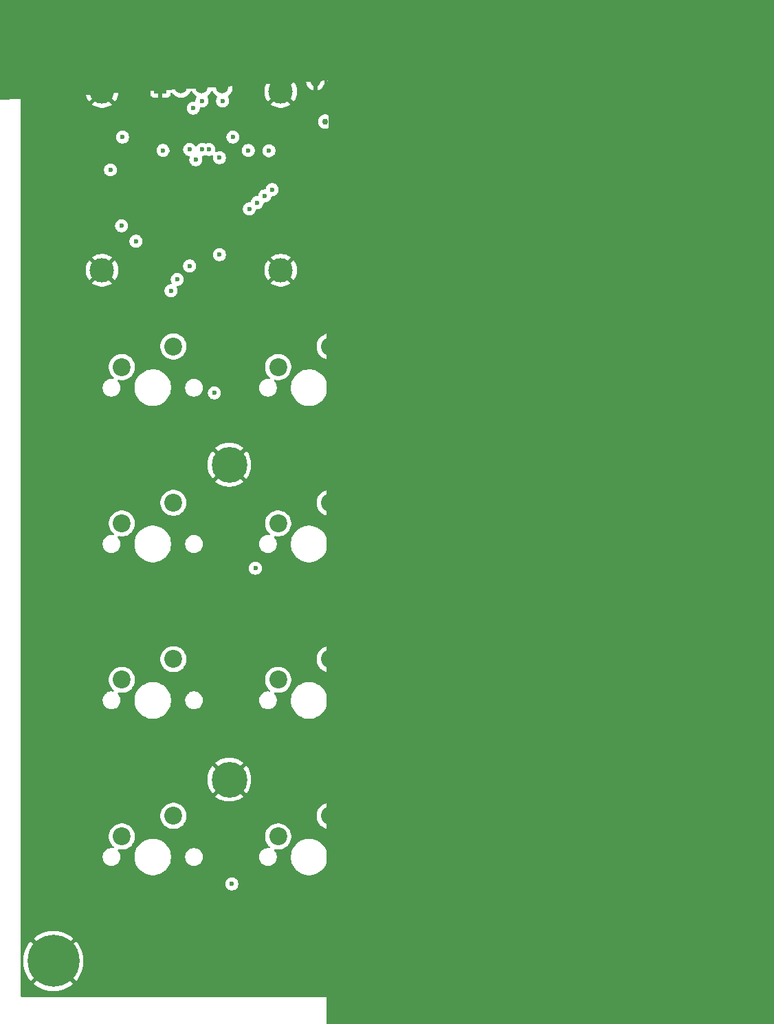
<source format=gbr>
%TF.GenerationSoftware,KiCad,Pcbnew,9.0.0*%
%TF.CreationDate,2025-06-12T19:16:51-06:00*%
%TF.ProjectId,final_macropad,66696e61-6c5f-46d6-9163-726f7061642e,rev?*%
%TF.SameCoordinates,Original*%
%TF.FileFunction,Copper,L3,Inr*%
%TF.FilePolarity,Positive*%
%FSLAX46Y46*%
G04 Gerber Fmt 4.6, Leading zero omitted, Abs format (unit mm)*
G04 Created by KiCad (PCBNEW 9.0.0) date 2025-06-12 19:16:51*
%MOMM*%
%LPD*%
G01*
G04 APERTURE LIST*
G04 Aperture macros list*
%AMFreePoly0*
4,1,121,0.057437,0.323981,0.058316,0.323824,0.113316,0.308824,0.114166,0.308506,0.166166,0.283506,0.166873,0.283092,0.213873,0.250092,0.214579,0.249492,0.254579,0.208492,0.255133,0.207814,0.287133,0.160814,0.287573,0.160023,0.310573,0.108023,0.310851,0.107213,0.324851,0.051213,0.324988,0.050350,0.328988,-0.006650,0.328973,-0.007523,0.322973,-0.064523,0.322801,-0.065397,
0.306801,-0.120397,0.306455,-0.121271,0.280455,-0.172271,0.280021,-0.172972,0.246021,-0.218972,0.245402,-0.219664,0.203402,-0.258664,0.202695,-0.259211,0.155000,-0.289735,0.155000,-1.060082,0.202707,-1.090796,0.203402,-1.091336,0.245402,-1.130336,0.246021,-1.131028,0.280021,-1.177028,0.280455,-1.177729,0.306455,-1.228729,0.306801,-1.229603,0.322801,-1.284603,0.322973,-1.285477,
0.328973,-1.342477,0.328988,-1.343350,0.324988,-1.400350,0.324851,-1.401213,0.310851,-1.457213,0.310573,-1.458023,0.287573,-1.510023,0.287133,-1.510814,0.255133,-1.557814,0.254579,-1.558492,0.214579,-1.599492,0.213873,-1.600092,0.166873,-1.633092,0.166166,-1.633506,0.114166,-1.658506,0.113316,-1.658824,0.058316,-1.673824,0.057437,-1.673981,0.000437,-1.678981,-0.000437,-1.678981,
-0.057437,-1.673981,-0.058316,-1.673824,-0.113316,-1.658824,-0.114166,-1.658506,-0.166166,-1.633506,-0.166873,-1.633092,-0.213873,-1.600092,-0.214579,-1.599492,-0.254579,-1.558492,-0.255133,-1.557814,-0.287133,-1.510814,-0.287573,-1.510023,-0.310573,-1.458023,-0.310851,-1.457213,-0.324851,-1.401213,-0.324988,-1.400350,-0.328988,-1.343350,-0.328973,-1.342477,-0.322973,-1.285477,-0.322801,-1.284603,
-0.306801,-1.229603,-0.306455,-1.228729,-0.280455,-1.177729,-0.280021,-1.177028,-0.246021,-1.131028,-0.245402,-1.130336,-0.203402,-1.091336,-0.202695,-1.090789,-0.155000,-1.060264,-0.155000,-0.289735,-0.202695,-0.259211,-0.203402,-0.258664,-0.245402,-0.219664,-0.246021,-0.218972,-0.280021,-0.172972,-0.280455,-0.172271,-0.306455,-0.121271,-0.306801,-0.120397,-0.322801,-0.065397,-0.322973,-0.064523,
-0.328973,-0.007523,-0.328988,-0.006650,-0.324988,0.050350,-0.324851,0.051213,-0.310851,0.107213,-0.310573,0.108023,-0.287573,0.160023,-0.287133,0.160814,-0.255133,0.207814,-0.254579,0.208492,-0.214579,0.249492,-0.213873,0.250092,-0.166873,0.283092,-0.166166,0.283506,-0.114166,0.308506,-0.113316,0.308824,-0.058316,0.323824,-0.057437,0.323981,-0.000437,0.328981,0.000437,0.328981,
0.057437,0.323981,0.057437,0.323981,$1*%
%AMFreePoly1*
4,1,121,0.057437,0.323981,0.058316,0.323824,0.113316,0.308824,0.114166,0.308506,0.166166,0.283506,0.166873,0.283092,0.213873,0.250092,0.214579,0.249492,0.254579,0.208492,0.255133,0.207814,0.287133,0.160814,0.287573,0.160023,0.310573,0.108023,0.310851,0.107213,0.324851,0.051213,0.324988,0.050350,0.328988,-0.006650,0.328973,-0.007523,0.322973,-0.064523,0.322801,-0.065397,
0.306801,-0.120397,0.306455,-0.121271,0.280455,-0.172271,0.280021,-0.172972,0.246021,-0.218972,0.245402,-0.219664,0.203402,-0.258664,0.202695,-0.259211,0.155000,-0.289735,0.155000,-1.060264,0.202695,-1.090789,0.203402,-1.091336,0.245402,-1.130336,0.246021,-1.131028,0.280021,-1.177028,0.280455,-1.177729,0.306455,-1.228729,0.306801,-1.229603,0.322801,-1.284603,0.322973,-1.285477,
0.328973,-1.342477,0.328988,-1.343350,0.324988,-1.400350,0.324851,-1.401213,0.310851,-1.457213,0.310573,-1.458023,0.287573,-1.510023,0.287133,-1.510814,0.255133,-1.557814,0.254579,-1.558492,0.214579,-1.599492,0.213873,-1.600092,0.166873,-1.633092,0.166166,-1.633506,0.114166,-1.658506,0.113316,-1.658824,0.058316,-1.673824,0.057437,-1.673981,0.000437,-1.678981,-0.000437,-1.678981,
-0.057437,-1.673981,-0.058316,-1.673824,-0.113316,-1.658824,-0.114166,-1.658506,-0.166166,-1.633506,-0.166873,-1.633092,-0.213873,-1.600092,-0.214579,-1.599492,-0.254579,-1.558492,-0.255133,-1.557814,-0.287133,-1.510814,-0.287573,-1.510023,-0.310573,-1.458023,-0.310851,-1.457213,-0.324851,-1.401213,-0.324988,-1.400350,-0.328988,-1.343350,-0.328973,-1.342477,-0.322973,-1.285477,-0.322801,-1.284603,
-0.306801,-1.229603,-0.306455,-1.228729,-0.280455,-1.177729,-0.280021,-1.177028,-0.246021,-1.131028,-0.245402,-1.130336,-0.203402,-1.091336,-0.202695,-1.090789,-0.155000,-1.060264,-0.155000,-0.289735,-0.202695,-0.259211,-0.203402,-0.258664,-0.245402,-0.219664,-0.246021,-0.218972,-0.280021,-0.172972,-0.280455,-0.172271,-0.306455,-0.121271,-0.306801,-0.120397,-0.322801,-0.065397,-0.322973,-0.064523,
-0.328973,-0.007523,-0.328988,-0.006650,-0.324988,0.050350,-0.324851,0.051213,-0.310851,0.107213,-0.310573,0.108023,-0.287573,0.160023,-0.287133,0.160814,-0.255133,0.207814,-0.254579,0.208492,-0.214579,0.249492,-0.213873,0.250092,-0.166873,0.283092,-0.166166,0.283506,-0.114166,0.308506,-0.113316,0.308824,-0.058316,0.323824,-0.057437,0.323981,-0.000437,0.328981,0.000437,0.328981,
0.057437,0.323981,0.057437,0.323981,$1*%
G04 Aperture macros list end*
%TA.AperFunction,ComponentPad*%
%ADD10C,0.800000*%
%TD*%
%TA.AperFunction,ComponentPad*%
%ADD11C,6.400000*%
%TD*%
%TA.AperFunction,ComponentPad*%
%ADD12C,2.000000*%
%TD*%
%TA.AperFunction,ComponentPad*%
%ADD13R,3.000000X5.000000*%
%TD*%
%TA.AperFunction,ComponentPad*%
%ADD14C,2.200000*%
%TD*%
%TA.AperFunction,ComponentPad*%
%ADD15C,4.400000*%
%TD*%
%TA.AperFunction,ComponentPad*%
%ADD16R,1.508000X1.508000*%
%TD*%
%TA.AperFunction,ComponentPad*%
%ADD17C,1.508000*%
%TD*%
%TA.AperFunction,ComponentPad*%
%ADD18C,3.000000*%
%TD*%
%TA.AperFunction,ComponentPad*%
%ADD19FreePoly0,180.000000*%
%TD*%
%TA.AperFunction,ComponentPad*%
%ADD20C,0.648000*%
%TD*%
%TA.AperFunction,ComponentPad*%
%ADD21FreePoly1,180.000000*%
%TD*%
%TA.AperFunction,ComponentPad*%
%ADD22O,1.300000X2.500000*%
%TD*%
%TA.AperFunction,ComponentPad*%
%ADD23O,1.300000X3.200000*%
%TD*%
%TA.AperFunction,ViaPad*%
%ADD24C,0.600000*%
%TD*%
%TA.AperFunction,ViaPad*%
%ADD25C,0.762000*%
%TD*%
G04 APERTURE END LIST*
D10*
%TO.N,GND*%
%TO.C,H3*%
X30600000Y-140052944D03*
X31302944Y-138355888D03*
X31302944Y-141750000D03*
X33000000Y-137652944D03*
D11*
X33000000Y-140052944D03*
D10*
X33000000Y-142452944D03*
X34697056Y-138355888D03*
X34697056Y-141750000D03*
X35400000Y-140052944D03*
%TD*%
D12*
%TO.N,Net-(R7-Pad2)*%
%TO.C,S17*%
X100250000Y-37750000D03*
%TO.N,GND*%
X105250000Y-37750000D03*
%TO.N,Net-(S17-CHANNEL_A)*%
X97750000Y-55250000D03*
%TO.N,Net-(S17-CHANNEL_B)*%
X102750000Y-55250000D03*
%TO.N,GND*%
X107750000Y-55250000D03*
D13*
X95400000Y-44750000D03*
X110100000Y-44750000D03*
%TD*%
D10*
%TO.N,GND*%
%TO.C,H4*%
X112850000Y-140052944D03*
X113552944Y-138355888D03*
X113552944Y-141750000D03*
X115250000Y-137652944D03*
D11*
X115250000Y-140052944D03*
D10*
X115250000Y-142452944D03*
X116947056Y-138355888D03*
X116947056Y-141750000D03*
X117650000Y-140052944D03*
%TD*%
D14*
%TO.N,COL 2*%
%TO.C,S3*%
X86290000Y-64380000D03*
%TO.N,Net-(D3-A)*%
X79940000Y-66920000D03*
%TD*%
%TO.N,COL 1*%
%TO.C,S14*%
X67040000Y-122170000D03*
%TO.N,Net-(D14-A)*%
X60690000Y-124710000D03*
%TD*%
%TO.N,COL 1*%
%TO.C,S6*%
X67040000Y-83630000D03*
%TO.N,Net-(D6-A)*%
X60690000Y-86170000D03*
%TD*%
D15*
%TO.N,GND*%
%TO.C,H8*%
X93570000Y-117710000D03*
%TD*%
%TO.N,GND*%
%TO.C,H5*%
X54670000Y-78960000D03*
%TD*%
D14*
%TO.N,COL 2*%
%TO.C,S7*%
X86290000Y-83630000D03*
%TO.N,Net-(D7-A)*%
X79940000Y-86170000D03*
%TD*%
%TO.N,COL 3*%
%TO.C,S4*%
X105540000Y-64380000D03*
%TO.N,Net-(D4-A)*%
X99190000Y-66920000D03*
%TD*%
%TO.N,COL 3*%
%TO.C,S8*%
X105540000Y-83630000D03*
%TO.N,Net-(D8-A)*%
X99190000Y-86170000D03*
%TD*%
D10*
%TO.N,GND*%
%TO.C,H1*%
X30600000Y-29447056D03*
X31302944Y-27750000D03*
X31302944Y-31144112D03*
X33000000Y-27047056D03*
D11*
X33000000Y-29447056D03*
D10*
X33000000Y-31847056D03*
X34697056Y-27750000D03*
X34697056Y-31144112D03*
X35400000Y-29447056D03*
%TD*%
D15*
%TO.N,GND*%
%TO.C,H6*%
X54670000Y-117710000D03*
%TD*%
D14*
%TO.N,COL 0*%
%TO.C,S5*%
X47790000Y-83630000D03*
%TO.N,Net-(D5-A)*%
X41440000Y-86170000D03*
%TD*%
%TO.N,COL 0*%
%TO.C,S1*%
X47790000Y-64380000D03*
%TO.N,Net-(D1-A)*%
X41440000Y-66920000D03*
%TD*%
%TO.N,COL 1*%
%TO.C,S10*%
X67040000Y-102880000D03*
%TO.N,Net-(D10-A)*%
X60690000Y-105420000D03*
%TD*%
D15*
%TO.N,GND*%
%TO.C,H7*%
X93570000Y-78960000D03*
%TD*%
D10*
%TO.N,GND*%
%TO.C,H2*%
X112850000Y-29447056D03*
X113552944Y-27750000D03*
X113552944Y-31144112D03*
X115250000Y-27047056D03*
D11*
X115250000Y-29447056D03*
D10*
X115250000Y-31847056D03*
X116947056Y-27750000D03*
X116947056Y-31144112D03*
X117650000Y-29447056D03*
%TD*%
D14*
%TO.N,COL 3*%
%TO.C,S12*%
X105540000Y-102880000D03*
%TO.N,Net-(D12-A)*%
X99190000Y-105420000D03*
%TD*%
D16*
%TO.N,GND*%
%TO.C,U3*%
X46190000Y-32500000D03*
D17*
%TO.N,5V*%
X48730000Y-32500000D03*
%TO.N,SCL*%
X51270000Y-32500000D03*
%TO.N,SDA*%
X53810000Y-32500000D03*
D18*
%TO.N,GND*%
X39000000Y-33000000D03*
X61000000Y-33000000D03*
X61000000Y-55000000D03*
X39000000Y-55000000D03*
%TD*%
D14*
%TO.N,COL 1*%
%TO.C,S2*%
X67040000Y-64380000D03*
%TO.N,Net-(D2-A)*%
X60690000Y-66920000D03*
%TD*%
%TO.N,COL 0*%
%TO.C,S9*%
X47790000Y-102880000D03*
%TO.N,Net-(D9-A)*%
X41440000Y-105420000D03*
%TD*%
D19*
%TO.N,GND*%
%TO.C,J2*%
X72571000Y-31272000D03*
%TO.N,VBUS+*%
X71721000Y-31272000D03*
D20*
%TO.N,Net-(J2-CC1)*%
X70871000Y-31272000D03*
%TO.N,USB_D+*%
X70021000Y-31272000D03*
%TO.N,USB_D-*%
X69171000Y-31272000D03*
%TO.N,unconnected-(J2-SBU1-PadA8)*%
X68321000Y-31272000D03*
D21*
%TO.N,VBUS+*%
X67471000Y-31272000D03*
D19*
%TO.N,GND*%
X66621000Y-31272000D03*
D20*
X66621000Y-29922000D03*
%TO.N,VBUS+*%
X67471000Y-29922000D03*
%TO.N,Net-(J2-CC2)*%
X68321000Y-29922000D03*
%TO.N,USB_D+*%
X69171000Y-29922000D03*
%TO.N,USB_D-*%
X70021000Y-29922000D03*
%TO.N,unconnected-(J2-SBU2-PadB8)*%
X70871000Y-29922000D03*
%TO.N,VBUS+*%
X71721000Y-29922000D03*
%TO.N,GND*%
X72571000Y-29922000D03*
D22*
X73916000Y-26622000D03*
X65276000Y-26622000D03*
D23*
X73916000Y-30772000D03*
X65276000Y-30772000D03*
%TD*%
D14*
%TO.N,COL 2*%
%TO.C,S15*%
X86290000Y-122170000D03*
%TO.N,Net-(D15-A)*%
X79940000Y-124710000D03*
%TD*%
D12*
%TO.N,Net-(R10-Pad2)*%
%TO.C,S18*%
X77000000Y-37750000D03*
%TO.N,GND*%
X82000000Y-37750000D03*
%TO.N,Net-(S18-CHANNEL_A)*%
X74500000Y-55250000D03*
%TO.N,Net-(S18-CHANNEL_B)*%
X79500000Y-55250000D03*
%TO.N,GND*%
X84500000Y-55250000D03*
D13*
X72150000Y-44750000D03*
X86850000Y-44750000D03*
%TD*%
D14*
%TO.N,COL 3*%
%TO.C,S16*%
X105540000Y-122170000D03*
%TO.N,Net-(D16-A)*%
X99190000Y-124710000D03*
%TD*%
%TO.N,COL 0*%
%TO.C,S13*%
X47790000Y-122170000D03*
%TO.N,Net-(D13-A)*%
X41440000Y-124710000D03*
%TD*%
%TO.N,COL 2*%
%TO.C,S11*%
X86290000Y-102880000D03*
%TO.N,Net-(D11-A)*%
X79940000Y-105420000D03*
%TD*%
D24*
%TO.N,Net-(U1-UCAP)*%
X50232500Y-35052000D03*
X49784000Y-40132000D03*
%TO.N,GND*%
X60452000Y-43180000D03*
X41402000Y-46228000D03*
X55753000Y-52070000D03*
X60889000Y-36703000D03*
X75692000Y-49410000D03*
X60833000Y-26797000D03*
X41529000Y-42037000D03*
X59563000Y-42063500D03*
X98044000Y-48641000D03*
X43180000Y-54610000D03*
X46852500Y-35052000D03*
X31496000Y-52832000D03*
X81153000Y-49276000D03*
X78232000Y-34163000D03*
X65278000Y-45466000D03*
X104500000Y-49750000D03*
X48387000Y-40640000D03*
%TO.N,Net-(U1-~{RESET})*%
X53467000Y-41148000D03*
X43180000Y-51435000D03*
%TO.N,ROW 0*%
X47498000Y-57531000D03*
X52832000Y-70104000D03*
%TO.N,ROW 1*%
X57883000Y-91694000D03*
X48260000Y-56134000D03*
%TO.N,ROW 2*%
X49784000Y-54483000D03*
X76000000Y-111250000D03*
%TO.N,5V*%
X46500000Y-40250000D03*
X53467000Y-53086000D03*
X41402000Y-49530000D03*
X59563000Y-40285500D03*
X50546000Y-41402000D03*
X41529000Y-38608000D03*
%TO.N,SCL*%
X51308000Y-34163000D03*
X51350000Y-40132000D03*
%TO.N,SDA*%
X52150000Y-40132000D03*
X53848000Y-34163000D03*
%TO.N,SW0*%
X57023000Y-40259000D03*
X97155000Y-39370000D03*
%TO.N,ROTA0*%
X59944000Y-45085000D03*
X93345000Y-49022000D03*
%TO.N,ROTB0*%
X58102500Y-46672500D03*
X99000000Y-50000000D03*
%TO.N,ROTA1*%
X59055000Y-45847000D03*
X71247000Y-49410000D03*
%TO.N,ROTB1*%
X57150000Y-47450000D03*
X76200000Y-50927000D03*
%TO.N,SW1*%
X70358000Y-38550000D03*
X55118000Y-38608000D03*
D25*
%TO.N,VBUS+*%
X66477000Y-36703000D03*
D24*
%TO.N,ROW 3*%
X40027000Y-42650000D03*
X54991000Y-130556000D03*
%TD*%
%TA.AperFunction,Conductor*%
%TO.N,GND*%
G36*
X64438831Y-25020185D02*
G01*
X64484586Y-25072989D01*
X64494530Y-25142147D01*
X64465505Y-25205703D01*
X64459473Y-25212181D01*
X64398827Y-25272826D01*
X64398823Y-25272830D01*
X64292434Y-25419265D01*
X64210252Y-25580552D01*
X64210251Y-25580555D01*
X64154317Y-25752706D01*
X64126000Y-25931493D01*
X64126000Y-26372000D01*
X64926000Y-26372000D01*
X64926000Y-26872000D01*
X64126000Y-26872000D01*
X64126000Y-27312506D01*
X64154317Y-27491293D01*
X64210251Y-27663444D01*
X64210252Y-27663447D01*
X64292434Y-27824734D01*
X64398823Y-27971169D01*
X64526830Y-28099176D01*
X64673265Y-28205565D01*
X64834552Y-28287747D01*
X64834555Y-28287748D01*
X65006699Y-28343680D01*
X65006712Y-28343683D01*
X65026000Y-28346738D01*
X65026000Y-27316975D01*
X65061095Y-27352070D01*
X65140905Y-27398148D01*
X65229922Y-27422000D01*
X65322078Y-27422000D01*
X65411095Y-27398148D01*
X65490905Y-27352070D01*
X65526000Y-27316975D01*
X65526000Y-28346737D01*
X65545287Y-28343683D01*
X65545300Y-28343680D01*
X65717444Y-28287748D01*
X65717447Y-28287747D01*
X65878734Y-28205565D01*
X66025169Y-28099176D01*
X66153176Y-27971169D01*
X66259565Y-27824734D01*
X66341747Y-27663447D01*
X66341748Y-27663444D01*
X66397682Y-27491293D01*
X66426000Y-27312506D01*
X66426000Y-26872000D01*
X65626000Y-26872000D01*
X65626000Y-26372000D01*
X66426000Y-26372000D01*
X66426000Y-25931493D01*
X66397682Y-25752706D01*
X66341748Y-25580555D01*
X66341747Y-25580552D01*
X66259565Y-25419265D01*
X66153176Y-25272830D01*
X66092527Y-25212181D01*
X66059042Y-25150858D01*
X66064026Y-25081166D01*
X66105898Y-25025233D01*
X66171362Y-25000816D01*
X66180208Y-25000500D01*
X73011792Y-25000500D01*
X73078831Y-25020185D01*
X73124586Y-25072989D01*
X73134530Y-25142147D01*
X73105505Y-25205703D01*
X73099473Y-25212181D01*
X73038827Y-25272826D01*
X73038823Y-25272830D01*
X72932434Y-25419265D01*
X72850252Y-25580552D01*
X72850251Y-25580555D01*
X72794317Y-25752706D01*
X72766000Y-25931493D01*
X72766000Y-26372000D01*
X73566000Y-26372000D01*
X73566000Y-26872000D01*
X72766000Y-26872000D01*
X72766000Y-27312506D01*
X72794317Y-27491293D01*
X72850251Y-27663444D01*
X72850252Y-27663447D01*
X72932434Y-27824734D01*
X73038823Y-27971169D01*
X73166830Y-28099176D01*
X73313265Y-28205565D01*
X73474552Y-28287747D01*
X73474555Y-28287748D01*
X73646699Y-28343680D01*
X73646712Y-28343683D01*
X73666000Y-28346738D01*
X73666000Y-27316975D01*
X73701095Y-27352070D01*
X73780905Y-27398148D01*
X73869922Y-27422000D01*
X73962078Y-27422000D01*
X74051095Y-27398148D01*
X74130905Y-27352070D01*
X74166000Y-27316975D01*
X74166000Y-28346737D01*
X74185287Y-28343683D01*
X74185300Y-28343680D01*
X74357444Y-28287748D01*
X74357447Y-28287747D01*
X74518734Y-28205565D01*
X74665169Y-28099176D01*
X74793176Y-27971169D01*
X74899565Y-27824734D01*
X74981747Y-27663447D01*
X74981748Y-27663444D01*
X75037682Y-27491293D01*
X75066000Y-27312506D01*
X75066000Y-26872000D01*
X74266000Y-26872000D01*
X74266000Y-26372000D01*
X75066000Y-26372000D01*
X75066000Y-25931493D01*
X75037682Y-25752706D01*
X74981748Y-25580555D01*
X74981747Y-25580552D01*
X74899565Y-25419265D01*
X74793176Y-25272830D01*
X74732527Y-25212181D01*
X74699042Y-25150858D01*
X74704026Y-25081166D01*
X74745898Y-25025233D01*
X74811362Y-25000816D01*
X74820208Y-25000500D01*
X119125500Y-25000500D01*
X119192539Y-25020185D01*
X119238294Y-25072989D01*
X119249500Y-25124500D01*
X119249500Y-144375500D01*
X119229815Y-144442539D01*
X119177011Y-144488294D01*
X119125500Y-144499500D01*
X29124500Y-144499500D01*
X29057461Y-144479815D01*
X29011706Y-144427011D01*
X29000500Y-144375500D01*
X29000500Y-139871178D01*
X29300000Y-139871178D01*
X29300000Y-140234709D01*
X29335632Y-140596500D01*
X29406550Y-140953034D01*
X29406553Y-140953045D01*
X29512086Y-141300941D01*
X29651207Y-141636808D01*
X29651209Y-141636813D01*
X29822570Y-141957406D01*
X29822581Y-141957424D01*
X30024551Y-142259694D01*
X30211678Y-142487709D01*
X30211679Y-142487710D01*
X31705747Y-140993641D01*
X31779588Y-141095274D01*
X31957670Y-141273356D01*
X32059301Y-141347195D01*
X30565232Y-142841263D01*
X30565233Y-142841264D01*
X30793249Y-143028392D01*
X31095519Y-143230362D01*
X31095537Y-143230373D01*
X31416130Y-143401734D01*
X31416135Y-143401736D01*
X31752002Y-143540857D01*
X32099898Y-143646390D01*
X32099909Y-143646393D01*
X32456443Y-143717311D01*
X32818234Y-143752944D01*
X33181766Y-143752944D01*
X33543556Y-143717311D01*
X33900090Y-143646393D01*
X33900101Y-143646390D01*
X34247997Y-143540857D01*
X34583864Y-143401736D01*
X34583869Y-143401734D01*
X34904462Y-143230373D01*
X34904480Y-143230362D01*
X35206736Y-143028401D01*
X35206750Y-143028391D01*
X35434765Y-142841264D01*
X35434766Y-142841263D01*
X33940698Y-141347195D01*
X34042330Y-141273356D01*
X34220412Y-141095274D01*
X34294251Y-140993642D01*
X35788319Y-142487710D01*
X35788320Y-142487709D01*
X35975447Y-142259694D01*
X35975457Y-142259680D01*
X36177418Y-141957424D01*
X36177429Y-141957406D01*
X36348790Y-141636813D01*
X36348792Y-141636808D01*
X36487913Y-141300941D01*
X36593446Y-140953045D01*
X36593449Y-140953034D01*
X36664367Y-140596500D01*
X36700000Y-140234709D01*
X36700000Y-139871178D01*
X111550000Y-139871178D01*
X111550000Y-140234709D01*
X111585632Y-140596500D01*
X111656550Y-140953034D01*
X111656553Y-140953045D01*
X111762086Y-141300941D01*
X111901207Y-141636808D01*
X111901209Y-141636813D01*
X112072570Y-141957406D01*
X112072581Y-141957424D01*
X112274551Y-142259694D01*
X112461678Y-142487709D01*
X112461679Y-142487710D01*
X113955747Y-140993641D01*
X114029588Y-141095274D01*
X114207670Y-141273356D01*
X114309301Y-141347195D01*
X112815232Y-142841263D01*
X112815233Y-142841264D01*
X113043249Y-143028392D01*
X113345519Y-143230362D01*
X113345537Y-143230373D01*
X113666130Y-143401734D01*
X113666135Y-143401736D01*
X114002002Y-143540857D01*
X114349898Y-143646390D01*
X114349909Y-143646393D01*
X114706443Y-143717311D01*
X115068234Y-143752944D01*
X115431766Y-143752944D01*
X115793556Y-143717311D01*
X116150090Y-143646393D01*
X116150101Y-143646390D01*
X116497997Y-143540857D01*
X116833864Y-143401736D01*
X116833869Y-143401734D01*
X117154462Y-143230373D01*
X117154480Y-143230362D01*
X117456736Y-143028401D01*
X117456750Y-143028391D01*
X117684765Y-142841264D01*
X117684766Y-142841263D01*
X116190698Y-141347195D01*
X116292330Y-141273356D01*
X116470412Y-141095274D01*
X116544251Y-140993642D01*
X118038319Y-142487710D01*
X118038320Y-142487709D01*
X118225447Y-142259694D01*
X118225457Y-142259680D01*
X118427418Y-141957424D01*
X118427429Y-141957406D01*
X118598790Y-141636813D01*
X118598792Y-141636808D01*
X118737913Y-141300941D01*
X118843446Y-140953045D01*
X118843449Y-140953034D01*
X118914367Y-140596500D01*
X118950000Y-140234709D01*
X118950000Y-139871178D01*
X118914367Y-139509387D01*
X118843449Y-139152853D01*
X118843446Y-139152842D01*
X118737913Y-138804946D01*
X118598792Y-138469079D01*
X118598790Y-138469074D01*
X118427429Y-138148481D01*
X118427418Y-138148463D01*
X118225448Y-137846193D01*
X118038320Y-137618177D01*
X118038319Y-137618176D01*
X116544251Y-139112244D01*
X116470412Y-139010614D01*
X116292330Y-138832532D01*
X116190698Y-138758692D01*
X117684766Y-137264623D01*
X117684765Y-137264622D01*
X117456750Y-137077495D01*
X117154480Y-136875525D01*
X117154462Y-136875514D01*
X116833869Y-136704153D01*
X116833864Y-136704151D01*
X116497997Y-136565030D01*
X116150101Y-136459497D01*
X116150090Y-136459494D01*
X115793556Y-136388576D01*
X115431766Y-136352944D01*
X115068234Y-136352944D01*
X114706443Y-136388576D01*
X114349909Y-136459494D01*
X114349898Y-136459497D01*
X114002002Y-136565030D01*
X113666135Y-136704151D01*
X113666130Y-136704153D01*
X113345537Y-136875514D01*
X113345519Y-136875525D01*
X113043258Y-137077489D01*
X113043254Y-137077492D01*
X112815233Y-137264623D01*
X112815233Y-137264624D01*
X114309301Y-138758692D01*
X114207670Y-138832532D01*
X114029588Y-139010614D01*
X113955748Y-139112245D01*
X112461680Y-137618177D01*
X112461679Y-137618177D01*
X112274548Y-137846198D01*
X112274545Y-137846202D01*
X112072581Y-138148463D01*
X112072570Y-138148481D01*
X111901209Y-138469074D01*
X111901207Y-138469079D01*
X111762086Y-138804946D01*
X111656553Y-139152842D01*
X111656550Y-139152853D01*
X111585632Y-139509387D01*
X111550000Y-139871178D01*
X36700000Y-139871178D01*
X36664367Y-139509387D01*
X36593449Y-139152853D01*
X36593446Y-139152842D01*
X36487913Y-138804946D01*
X36348792Y-138469079D01*
X36348790Y-138469074D01*
X36177429Y-138148481D01*
X36177418Y-138148463D01*
X35975448Y-137846193D01*
X35788320Y-137618177D01*
X35788319Y-137618176D01*
X34294251Y-139112244D01*
X34220412Y-139010614D01*
X34042330Y-138832532D01*
X33940698Y-138758692D01*
X35434766Y-137264623D01*
X35434765Y-137264622D01*
X35206750Y-137077495D01*
X34904480Y-136875525D01*
X34904462Y-136875514D01*
X34583869Y-136704153D01*
X34583864Y-136704151D01*
X34247997Y-136565030D01*
X33900101Y-136459497D01*
X33900090Y-136459494D01*
X33543556Y-136388576D01*
X33181766Y-136352944D01*
X32818234Y-136352944D01*
X32456443Y-136388576D01*
X32099909Y-136459494D01*
X32099898Y-136459497D01*
X31752002Y-136565030D01*
X31416135Y-136704151D01*
X31416130Y-136704153D01*
X31095537Y-136875514D01*
X31095519Y-136875525D01*
X30793258Y-137077489D01*
X30793254Y-137077492D01*
X30565233Y-137264623D01*
X30565233Y-137264624D01*
X32059301Y-138758692D01*
X31957670Y-138832532D01*
X31779588Y-139010614D01*
X31705748Y-139112245D01*
X30211680Y-137618177D01*
X30211679Y-137618177D01*
X30024548Y-137846198D01*
X30024545Y-137846202D01*
X29822581Y-138148463D01*
X29822570Y-138148481D01*
X29651209Y-138469074D01*
X29651207Y-138469079D01*
X29512086Y-138804946D01*
X29406553Y-139152842D01*
X29406550Y-139152853D01*
X29335632Y-139509387D01*
X29300000Y-139871178D01*
X29000500Y-139871178D01*
X29000500Y-130477153D01*
X54190500Y-130477153D01*
X54190500Y-130634846D01*
X54221261Y-130789489D01*
X54221264Y-130789501D01*
X54281602Y-130935172D01*
X54281609Y-130935185D01*
X54369210Y-131066288D01*
X54369213Y-131066292D01*
X54480707Y-131177786D01*
X54480711Y-131177789D01*
X54611814Y-131265390D01*
X54611827Y-131265397D01*
X54757498Y-131325735D01*
X54757503Y-131325737D01*
X54912153Y-131356499D01*
X54912156Y-131356500D01*
X54912158Y-131356500D01*
X55069844Y-131356500D01*
X55069845Y-131356499D01*
X55224497Y-131325737D01*
X55370179Y-131265394D01*
X55501289Y-131177789D01*
X55612789Y-131066289D01*
X55700394Y-130935179D01*
X55760737Y-130789497D01*
X55791500Y-130634842D01*
X55791500Y-130477158D01*
X55791500Y-130477155D01*
X55791499Y-130477153D01*
X55760738Y-130322510D01*
X55760737Y-130322503D01*
X55760735Y-130322498D01*
X55700397Y-130176827D01*
X55700390Y-130176814D01*
X55612789Y-130045711D01*
X55612786Y-130045707D01*
X55501292Y-129934213D01*
X55501288Y-129934210D01*
X55370185Y-129846609D01*
X55370172Y-129846602D01*
X55224501Y-129786264D01*
X55224489Y-129786261D01*
X55069845Y-129755500D01*
X55069842Y-129755500D01*
X54912158Y-129755500D01*
X54912155Y-129755500D01*
X54757510Y-129786261D01*
X54757498Y-129786264D01*
X54611827Y-129846602D01*
X54611814Y-129846609D01*
X54480711Y-129934210D01*
X54480707Y-129934213D01*
X54369213Y-130045707D01*
X54369210Y-130045711D01*
X54281609Y-130176814D01*
X54281602Y-130176827D01*
X54221264Y-130322498D01*
X54221261Y-130322510D01*
X54190500Y-130477153D01*
X29000500Y-130477153D01*
X29000500Y-127163389D01*
X39069500Y-127163389D01*
X39069500Y-127336611D01*
X39096598Y-127507701D01*
X39150127Y-127672445D01*
X39228768Y-127826788D01*
X39330586Y-127966928D01*
X39453072Y-128089414D01*
X39593212Y-128191232D01*
X39747555Y-128269873D01*
X39912299Y-128323402D01*
X40083389Y-128350500D01*
X40083390Y-128350500D01*
X40256610Y-128350500D01*
X40256611Y-128350500D01*
X40427701Y-128323402D01*
X40592445Y-128269873D01*
X40746788Y-128191232D01*
X40886928Y-128089414D01*
X41009414Y-127966928D01*
X41111232Y-127826788D01*
X41189873Y-127672445D01*
X41243402Y-127507701D01*
X41270500Y-127336611D01*
X41270500Y-127163389D01*
X41260854Y-127102486D01*
X42999500Y-127102486D01*
X42999500Y-127397513D01*
X43031571Y-127641113D01*
X43038007Y-127689993D01*
X43112212Y-127966930D01*
X43114361Y-127974951D01*
X43114364Y-127974961D01*
X43227254Y-128247500D01*
X43227258Y-128247510D01*
X43374761Y-128502993D01*
X43554352Y-128737040D01*
X43554358Y-128737047D01*
X43762952Y-128945641D01*
X43762959Y-128945647D01*
X43997006Y-129125238D01*
X44252489Y-129272741D01*
X44252490Y-129272741D01*
X44252493Y-129272743D01*
X44525048Y-129385639D01*
X44810007Y-129461993D01*
X45102494Y-129500500D01*
X45102501Y-129500500D01*
X45397499Y-129500500D01*
X45397506Y-129500500D01*
X45689993Y-129461993D01*
X45974952Y-129385639D01*
X46247507Y-129272743D01*
X46502994Y-129125238D01*
X46737042Y-128945646D01*
X46945646Y-128737042D01*
X47125238Y-128502994D01*
X47272743Y-128247507D01*
X47385639Y-127974952D01*
X47461993Y-127689993D01*
X47500500Y-127397506D01*
X47500500Y-127163389D01*
X49229500Y-127163389D01*
X49229500Y-127336611D01*
X49256598Y-127507701D01*
X49310127Y-127672445D01*
X49388768Y-127826788D01*
X49490586Y-127966928D01*
X49613072Y-128089414D01*
X49753212Y-128191232D01*
X49907555Y-128269873D01*
X50072299Y-128323402D01*
X50243389Y-128350500D01*
X50243390Y-128350500D01*
X50416610Y-128350500D01*
X50416611Y-128350500D01*
X50587701Y-128323402D01*
X50752445Y-128269873D01*
X50906788Y-128191232D01*
X51046928Y-128089414D01*
X51169414Y-127966928D01*
X51271232Y-127826788D01*
X51349873Y-127672445D01*
X51403402Y-127507701D01*
X51430500Y-127336611D01*
X51430500Y-127163389D01*
X58319500Y-127163389D01*
X58319500Y-127336611D01*
X58346598Y-127507701D01*
X58400127Y-127672445D01*
X58478768Y-127826788D01*
X58580586Y-127966928D01*
X58703072Y-128089414D01*
X58843212Y-128191232D01*
X58997555Y-128269873D01*
X59162299Y-128323402D01*
X59333389Y-128350500D01*
X59333390Y-128350500D01*
X59506610Y-128350500D01*
X59506611Y-128350500D01*
X59677701Y-128323402D01*
X59842445Y-128269873D01*
X59996788Y-128191232D01*
X60136928Y-128089414D01*
X60259414Y-127966928D01*
X60361232Y-127826788D01*
X60439873Y-127672445D01*
X60493402Y-127507701D01*
X60520500Y-127336611D01*
X60520500Y-127163389D01*
X60510854Y-127102486D01*
X62249500Y-127102486D01*
X62249500Y-127397513D01*
X62281571Y-127641113D01*
X62288007Y-127689993D01*
X62362212Y-127966930D01*
X62364361Y-127974951D01*
X62364364Y-127974961D01*
X62477254Y-128247500D01*
X62477258Y-128247510D01*
X62624761Y-128502993D01*
X62804352Y-128737040D01*
X62804358Y-128737047D01*
X63012952Y-128945641D01*
X63012959Y-128945647D01*
X63247006Y-129125238D01*
X63502489Y-129272741D01*
X63502490Y-129272741D01*
X63502493Y-129272743D01*
X63775048Y-129385639D01*
X64060007Y-129461993D01*
X64352494Y-129500500D01*
X64352501Y-129500500D01*
X64647499Y-129500500D01*
X64647506Y-129500500D01*
X64939993Y-129461993D01*
X65224952Y-129385639D01*
X65497507Y-129272743D01*
X65752994Y-129125238D01*
X65987042Y-128945646D01*
X66195646Y-128737042D01*
X66375238Y-128502994D01*
X66522743Y-128247507D01*
X66635639Y-127974952D01*
X66711993Y-127689993D01*
X66750500Y-127397506D01*
X66750500Y-127163389D01*
X68479500Y-127163389D01*
X68479500Y-127336611D01*
X68506598Y-127507701D01*
X68560127Y-127672445D01*
X68638768Y-127826788D01*
X68740586Y-127966928D01*
X68863072Y-128089414D01*
X69003212Y-128191232D01*
X69157555Y-128269873D01*
X69322299Y-128323402D01*
X69493389Y-128350500D01*
X69493390Y-128350500D01*
X69666610Y-128350500D01*
X69666611Y-128350500D01*
X69837701Y-128323402D01*
X70002445Y-128269873D01*
X70156788Y-128191232D01*
X70296928Y-128089414D01*
X70419414Y-127966928D01*
X70521232Y-127826788D01*
X70599873Y-127672445D01*
X70653402Y-127507701D01*
X70680500Y-127336611D01*
X70680500Y-127163389D01*
X77569500Y-127163389D01*
X77569500Y-127336611D01*
X77596598Y-127507701D01*
X77650127Y-127672445D01*
X77728768Y-127826788D01*
X77830586Y-127966928D01*
X77953072Y-128089414D01*
X78093212Y-128191232D01*
X78247555Y-128269873D01*
X78412299Y-128323402D01*
X78583389Y-128350500D01*
X78583390Y-128350500D01*
X78756610Y-128350500D01*
X78756611Y-128350500D01*
X78927701Y-128323402D01*
X79092445Y-128269873D01*
X79246788Y-128191232D01*
X79386928Y-128089414D01*
X79509414Y-127966928D01*
X79611232Y-127826788D01*
X79689873Y-127672445D01*
X79743402Y-127507701D01*
X79770500Y-127336611D01*
X79770500Y-127163389D01*
X79760854Y-127102486D01*
X81499500Y-127102486D01*
X81499500Y-127397513D01*
X81531571Y-127641113D01*
X81538007Y-127689993D01*
X81612212Y-127966930D01*
X81614361Y-127974951D01*
X81614364Y-127974961D01*
X81727254Y-128247500D01*
X81727258Y-128247510D01*
X81874761Y-128502993D01*
X82054352Y-128737040D01*
X82054358Y-128737047D01*
X82262952Y-128945641D01*
X82262959Y-128945647D01*
X82497006Y-129125238D01*
X82752489Y-129272741D01*
X82752490Y-129272741D01*
X82752493Y-129272743D01*
X83025048Y-129385639D01*
X83310007Y-129461993D01*
X83602494Y-129500500D01*
X83602501Y-129500500D01*
X83897499Y-129500500D01*
X83897506Y-129500500D01*
X84189993Y-129461993D01*
X84474952Y-129385639D01*
X84747507Y-129272743D01*
X85002994Y-129125238D01*
X85237042Y-128945646D01*
X85445646Y-128737042D01*
X85625238Y-128502994D01*
X85772743Y-128247507D01*
X85885639Y-127974952D01*
X85961993Y-127689993D01*
X86000500Y-127397506D01*
X86000500Y-127163389D01*
X87729500Y-127163389D01*
X87729500Y-127336611D01*
X87756598Y-127507701D01*
X87810127Y-127672445D01*
X87888768Y-127826788D01*
X87990586Y-127966928D01*
X88113072Y-128089414D01*
X88253212Y-128191232D01*
X88407555Y-128269873D01*
X88572299Y-128323402D01*
X88743389Y-128350500D01*
X88743390Y-128350500D01*
X88916610Y-128350500D01*
X88916611Y-128350500D01*
X89087701Y-128323402D01*
X89252445Y-128269873D01*
X89406788Y-128191232D01*
X89546928Y-128089414D01*
X89669414Y-127966928D01*
X89771232Y-127826788D01*
X89849873Y-127672445D01*
X89903402Y-127507701D01*
X89930500Y-127336611D01*
X89930500Y-127163389D01*
X96819500Y-127163389D01*
X96819500Y-127336611D01*
X96846598Y-127507701D01*
X96900127Y-127672445D01*
X96978768Y-127826788D01*
X97080586Y-127966928D01*
X97203072Y-128089414D01*
X97343212Y-128191232D01*
X97497555Y-128269873D01*
X97662299Y-128323402D01*
X97833389Y-128350500D01*
X97833390Y-128350500D01*
X98006610Y-128350500D01*
X98006611Y-128350500D01*
X98177701Y-128323402D01*
X98342445Y-128269873D01*
X98496788Y-128191232D01*
X98636928Y-128089414D01*
X98759414Y-127966928D01*
X98861232Y-127826788D01*
X98939873Y-127672445D01*
X98993402Y-127507701D01*
X99020500Y-127336611D01*
X99020500Y-127163389D01*
X99010854Y-127102486D01*
X100749500Y-127102486D01*
X100749500Y-127397513D01*
X100781571Y-127641113D01*
X100788007Y-127689993D01*
X100862212Y-127966930D01*
X100864361Y-127974951D01*
X100864364Y-127974961D01*
X100977254Y-128247500D01*
X100977258Y-128247510D01*
X101124761Y-128502993D01*
X101304352Y-128737040D01*
X101304358Y-128737047D01*
X101512952Y-128945641D01*
X101512959Y-128945647D01*
X101747006Y-129125238D01*
X102002489Y-129272741D01*
X102002490Y-129272741D01*
X102002493Y-129272743D01*
X102275048Y-129385639D01*
X102560007Y-129461993D01*
X102852494Y-129500500D01*
X102852501Y-129500500D01*
X103147499Y-129500500D01*
X103147506Y-129500500D01*
X103439993Y-129461993D01*
X103724952Y-129385639D01*
X103997507Y-129272743D01*
X104252994Y-129125238D01*
X104487042Y-128945646D01*
X104695646Y-128737042D01*
X104875238Y-128502994D01*
X105022743Y-128247507D01*
X105135639Y-127974952D01*
X105211993Y-127689993D01*
X105250500Y-127397506D01*
X105250500Y-127163389D01*
X106979500Y-127163389D01*
X106979500Y-127336611D01*
X107006598Y-127507701D01*
X107060127Y-127672445D01*
X107138768Y-127826788D01*
X107240586Y-127966928D01*
X107363072Y-128089414D01*
X107503212Y-128191232D01*
X107657555Y-128269873D01*
X107822299Y-128323402D01*
X107993389Y-128350500D01*
X107993390Y-128350500D01*
X108166610Y-128350500D01*
X108166611Y-128350500D01*
X108337701Y-128323402D01*
X108502445Y-128269873D01*
X108656788Y-128191232D01*
X108796928Y-128089414D01*
X108919414Y-127966928D01*
X109021232Y-127826788D01*
X109099873Y-127672445D01*
X109153402Y-127507701D01*
X109180500Y-127336611D01*
X109180500Y-127163389D01*
X109153402Y-126992299D01*
X109099873Y-126827555D01*
X109021232Y-126673212D01*
X108919414Y-126533072D01*
X108796928Y-126410586D01*
X108656788Y-126308768D01*
X108502445Y-126230127D01*
X108337701Y-126176598D01*
X108337699Y-126176597D01*
X108337698Y-126176597D01*
X108206271Y-126155781D01*
X108166611Y-126149500D01*
X107993389Y-126149500D01*
X107953728Y-126155781D01*
X107822302Y-126176597D01*
X107657552Y-126230128D01*
X107503211Y-126308768D01*
X107446289Y-126350125D01*
X107363072Y-126410586D01*
X107363070Y-126410588D01*
X107363069Y-126410588D01*
X107240588Y-126533069D01*
X107240588Y-126533070D01*
X107240586Y-126533072D01*
X107196859Y-126593256D01*
X107138768Y-126673211D01*
X107060128Y-126827552D01*
X107006597Y-126992302D01*
X106979500Y-127163389D01*
X105250500Y-127163389D01*
X105250500Y-127102494D01*
X105211993Y-126810007D01*
X105135639Y-126525048D01*
X105022743Y-126252493D01*
X104967309Y-126156479D01*
X104875238Y-125997006D01*
X104695647Y-125762959D01*
X104695641Y-125762952D01*
X104487047Y-125554358D01*
X104487040Y-125554352D01*
X104252993Y-125374761D01*
X103997510Y-125227258D01*
X103997500Y-125227254D01*
X103724961Y-125114364D01*
X103724954Y-125114362D01*
X103724952Y-125114361D01*
X103439993Y-125038007D01*
X103391113Y-125031571D01*
X103147513Y-124999500D01*
X103147506Y-124999500D01*
X102852494Y-124999500D01*
X102852486Y-124999500D01*
X102574085Y-125036153D01*
X102560007Y-125038007D01*
X102385428Y-125084785D01*
X102275048Y-125114361D01*
X102275038Y-125114364D01*
X102002499Y-125227254D01*
X102002489Y-125227258D01*
X101747006Y-125374761D01*
X101512959Y-125554352D01*
X101512952Y-125554358D01*
X101304358Y-125762952D01*
X101304352Y-125762959D01*
X101124761Y-125997006D01*
X100977258Y-126252489D01*
X100977254Y-126252499D01*
X100864364Y-126525038D01*
X100864361Y-126525048D01*
X100788008Y-126810004D01*
X100788006Y-126810015D01*
X100749500Y-127102486D01*
X99010854Y-127102486D01*
X98993402Y-126992299D01*
X98939873Y-126827555D01*
X98861232Y-126673212D01*
X98759414Y-126533072D01*
X98707482Y-126481140D01*
X98673997Y-126419817D01*
X98678981Y-126350125D01*
X98720853Y-126294192D01*
X98786317Y-126269775D01*
X98814561Y-126270986D01*
X98815212Y-126271089D01*
X98815215Y-126271090D01*
X99064038Y-126310500D01*
X99064039Y-126310500D01*
X99315961Y-126310500D01*
X99315962Y-126310500D01*
X99564785Y-126271090D01*
X99804379Y-126193241D01*
X100028845Y-126078870D01*
X100232656Y-125930793D01*
X100410793Y-125752656D01*
X100558870Y-125548845D01*
X100673241Y-125324379D01*
X100751090Y-125084785D01*
X100790500Y-124835962D01*
X100790500Y-124584038D01*
X100751090Y-124335215D01*
X100673241Y-124095621D01*
X100673239Y-124095618D01*
X100673239Y-124095616D01*
X100631747Y-124014184D01*
X100558870Y-123871155D01*
X100457107Y-123731090D01*
X100410798Y-123667350D01*
X100410794Y-123667345D01*
X100232654Y-123489205D01*
X100232649Y-123489201D01*
X100028848Y-123341132D01*
X100028847Y-123341131D01*
X100028845Y-123341130D01*
X99958747Y-123305413D01*
X99804383Y-123226760D01*
X99564785Y-123148910D01*
X99315962Y-123109500D01*
X99064038Y-123109500D01*
X98939626Y-123129205D01*
X98815214Y-123148910D01*
X98575616Y-123226760D01*
X98351151Y-123341132D01*
X98147350Y-123489201D01*
X98147345Y-123489205D01*
X97969205Y-123667345D01*
X97969201Y-123667350D01*
X97821132Y-123871151D01*
X97706760Y-124095616D01*
X97628910Y-124335214D01*
X97589500Y-124584038D01*
X97589500Y-124835961D01*
X97628910Y-125084785D01*
X97706760Y-125324383D01*
X97821132Y-125548848D01*
X97969201Y-125752649D01*
X97969205Y-125752654D01*
X97969207Y-125752656D01*
X98147344Y-125930793D01*
X98147345Y-125930794D01*
X98147344Y-125930794D01*
X98153661Y-125935383D01*
X98196327Y-125990714D01*
X98202305Y-126060327D01*
X98169699Y-126122122D01*
X98108860Y-126156479D01*
X98061378Y-126158174D01*
X98006611Y-126149500D01*
X97833389Y-126149500D01*
X97793728Y-126155781D01*
X97662302Y-126176597D01*
X97497552Y-126230128D01*
X97343211Y-126308768D01*
X97286289Y-126350125D01*
X97203072Y-126410586D01*
X97203070Y-126410588D01*
X97203069Y-126410588D01*
X97080588Y-126533069D01*
X97080588Y-126533070D01*
X97080586Y-126533072D01*
X97036859Y-126593256D01*
X96978768Y-126673211D01*
X96900128Y-126827552D01*
X96846597Y-126992302D01*
X96819500Y-127163389D01*
X89930500Y-127163389D01*
X89903402Y-126992299D01*
X89849873Y-126827555D01*
X89771232Y-126673212D01*
X89669414Y-126533072D01*
X89546928Y-126410586D01*
X89406788Y-126308768D01*
X89252445Y-126230127D01*
X89087701Y-126176598D01*
X89087699Y-126176597D01*
X89087698Y-126176597D01*
X88956271Y-126155781D01*
X88916611Y-126149500D01*
X88743389Y-126149500D01*
X88703728Y-126155781D01*
X88572302Y-126176597D01*
X88407552Y-126230128D01*
X88253211Y-126308768D01*
X88196289Y-126350125D01*
X88113072Y-126410586D01*
X88113070Y-126410588D01*
X88113069Y-126410588D01*
X87990588Y-126533069D01*
X87990588Y-126533070D01*
X87990586Y-126533072D01*
X87946859Y-126593256D01*
X87888768Y-126673211D01*
X87810128Y-126827552D01*
X87756597Y-126992302D01*
X87729500Y-127163389D01*
X86000500Y-127163389D01*
X86000500Y-127102494D01*
X85961993Y-126810007D01*
X85885639Y-126525048D01*
X85772743Y-126252493D01*
X85717309Y-126156479D01*
X85625238Y-125997006D01*
X85445647Y-125762959D01*
X85445641Y-125762952D01*
X85237047Y-125554358D01*
X85237040Y-125554352D01*
X85002993Y-125374761D01*
X84747510Y-125227258D01*
X84747500Y-125227254D01*
X84474961Y-125114364D01*
X84474954Y-125114362D01*
X84474952Y-125114361D01*
X84189993Y-125038007D01*
X84141113Y-125031571D01*
X83897513Y-124999500D01*
X83897506Y-124999500D01*
X83602494Y-124999500D01*
X83602486Y-124999500D01*
X83324085Y-125036153D01*
X83310007Y-125038007D01*
X83135428Y-125084785D01*
X83025048Y-125114361D01*
X83025038Y-125114364D01*
X82752499Y-125227254D01*
X82752489Y-125227258D01*
X82497006Y-125374761D01*
X82262959Y-125554352D01*
X82262952Y-125554358D01*
X82054358Y-125762952D01*
X82054352Y-125762959D01*
X81874761Y-125997006D01*
X81727258Y-126252489D01*
X81727254Y-126252499D01*
X81614364Y-126525038D01*
X81614361Y-126525048D01*
X81538008Y-126810004D01*
X81538006Y-126810015D01*
X81499500Y-127102486D01*
X79760854Y-127102486D01*
X79743402Y-126992299D01*
X79689873Y-126827555D01*
X79611232Y-126673212D01*
X79509414Y-126533072D01*
X79457482Y-126481140D01*
X79423997Y-126419817D01*
X79428981Y-126350125D01*
X79470853Y-126294192D01*
X79536317Y-126269775D01*
X79564561Y-126270986D01*
X79565212Y-126271089D01*
X79565215Y-126271090D01*
X79814038Y-126310500D01*
X79814039Y-126310500D01*
X80065961Y-126310500D01*
X80065962Y-126310500D01*
X80314785Y-126271090D01*
X80554379Y-126193241D01*
X80778845Y-126078870D01*
X80982656Y-125930793D01*
X81160793Y-125752656D01*
X81308870Y-125548845D01*
X81423241Y-125324379D01*
X81501090Y-125084785D01*
X81540500Y-124835962D01*
X81540500Y-124584038D01*
X81501090Y-124335215D01*
X81423241Y-124095621D01*
X81423239Y-124095618D01*
X81423239Y-124095616D01*
X81381747Y-124014184D01*
X81308870Y-123871155D01*
X81207107Y-123731090D01*
X81160798Y-123667350D01*
X81160794Y-123667345D01*
X80982654Y-123489205D01*
X80982649Y-123489201D01*
X80778848Y-123341132D01*
X80778847Y-123341131D01*
X80778845Y-123341130D01*
X80708747Y-123305413D01*
X80554383Y-123226760D01*
X80314785Y-123148910D01*
X80065962Y-123109500D01*
X79814038Y-123109500D01*
X79689626Y-123129205D01*
X79565214Y-123148910D01*
X79325616Y-123226760D01*
X79101151Y-123341132D01*
X78897350Y-123489201D01*
X78897345Y-123489205D01*
X78719205Y-123667345D01*
X78719201Y-123667350D01*
X78571132Y-123871151D01*
X78456760Y-124095616D01*
X78378910Y-124335214D01*
X78339500Y-124584038D01*
X78339500Y-124835961D01*
X78378910Y-125084785D01*
X78456760Y-125324383D01*
X78571132Y-125548848D01*
X78719201Y-125752649D01*
X78719205Y-125752654D01*
X78719207Y-125752656D01*
X78897344Y-125930793D01*
X78897345Y-125930794D01*
X78897344Y-125930794D01*
X78903661Y-125935383D01*
X78946327Y-125990714D01*
X78952305Y-126060327D01*
X78919699Y-126122122D01*
X78858860Y-126156479D01*
X78811378Y-126158174D01*
X78756611Y-126149500D01*
X78583389Y-126149500D01*
X78543728Y-126155781D01*
X78412302Y-126176597D01*
X78247552Y-126230128D01*
X78093211Y-126308768D01*
X78036289Y-126350125D01*
X77953072Y-126410586D01*
X77953070Y-126410588D01*
X77953069Y-126410588D01*
X77830588Y-126533069D01*
X77830588Y-126533070D01*
X77830586Y-126533072D01*
X77786859Y-126593256D01*
X77728768Y-126673211D01*
X77650128Y-126827552D01*
X77596597Y-126992302D01*
X77569500Y-127163389D01*
X70680500Y-127163389D01*
X70653402Y-126992299D01*
X70599873Y-126827555D01*
X70521232Y-126673212D01*
X70419414Y-126533072D01*
X70296928Y-126410586D01*
X70156788Y-126308768D01*
X70002445Y-126230127D01*
X69837701Y-126176598D01*
X69837699Y-126176597D01*
X69837698Y-126176597D01*
X69706271Y-126155781D01*
X69666611Y-126149500D01*
X69493389Y-126149500D01*
X69453728Y-126155781D01*
X69322302Y-126176597D01*
X69157552Y-126230128D01*
X69003211Y-126308768D01*
X68946289Y-126350125D01*
X68863072Y-126410586D01*
X68863070Y-126410588D01*
X68863069Y-126410588D01*
X68740588Y-126533069D01*
X68740588Y-126533070D01*
X68740586Y-126533072D01*
X68696859Y-126593256D01*
X68638768Y-126673211D01*
X68560128Y-126827552D01*
X68506597Y-126992302D01*
X68479500Y-127163389D01*
X66750500Y-127163389D01*
X66750500Y-127102494D01*
X66711993Y-126810007D01*
X66635639Y-126525048D01*
X66522743Y-126252493D01*
X66467309Y-126156479D01*
X66375238Y-125997006D01*
X66195647Y-125762959D01*
X66195641Y-125762952D01*
X65987047Y-125554358D01*
X65987040Y-125554352D01*
X65752993Y-125374761D01*
X65497510Y-125227258D01*
X65497500Y-125227254D01*
X65224961Y-125114364D01*
X65224954Y-125114362D01*
X65224952Y-125114361D01*
X64939993Y-125038007D01*
X64891113Y-125031571D01*
X64647513Y-124999500D01*
X64647506Y-124999500D01*
X64352494Y-124999500D01*
X64352486Y-124999500D01*
X64074085Y-125036153D01*
X64060007Y-125038007D01*
X63885428Y-125084785D01*
X63775048Y-125114361D01*
X63775038Y-125114364D01*
X63502499Y-125227254D01*
X63502489Y-125227258D01*
X63247006Y-125374761D01*
X63012959Y-125554352D01*
X63012952Y-125554358D01*
X62804358Y-125762952D01*
X62804352Y-125762959D01*
X62624761Y-125997006D01*
X62477258Y-126252489D01*
X62477254Y-126252499D01*
X62364364Y-126525038D01*
X62364361Y-126525048D01*
X62288008Y-126810004D01*
X62288006Y-126810015D01*
X62249500Y-127102486D01*
X60510854Y-127102486D01*
X60493402Y-126992299D01*
X60439873Y-126827555D01*
X60361232Y-126673212D01*
X60259414Y-126533072D01*
X60207482Y-126481140D01*
X60173997Y-126419817D01*
X60178981Y-126350125D01*
X60220853Y-126294192D01*
X60286317Y-126269775D01*
X60314561Y-126270986D01*
X60315212Y-126271089D01*
X60315215Y-126271090D01*
X60564038Y-126310500D01*
X60564039Y-126310500D01*
X60815961Y-126310500D01*
X60815962Y-126310500D01*
X61064785Y-126271090D01*
X61304379Y-126193241D01*
X61528845Y-126078870D01*
X61732656Y-125930793D01*
X61910793Y-125752656D01*
X62058870Y-125548845D01*
X62173241Y-125324379D01*
X62251090Y-125084785D01*
X62290500Y-124835962D01*
X62290500Y-124584038D01*
X62251090Y-124335215D01*
X62173241Y-124095621D01*
X62173239Y-124095618D01*
X62173239Y-124095616D01*
X62131747Y-124014184D01*
X62058870Y-123871155D01*
X61957107Y-123731090D01*
X61910798Y-123667350D01*
X61910794Y-123667345D01*
X61732654Y-123489205D01*
X61732649Y-123489201D01*
X61528848Y-123341132D01*
X61528847Y-123341131D01*
X61528845Y-123341130D01*
X61458747Y-123305413D01*
X61304383Y-123226760D01*
X61064785Y-123148910D01*
X60815962Y-123109500D01*
X60564038Y-123109500D01*
X60439626Y-123129205D01*
X60315214Y-123148910D01*
X60075616Y-123226760D01*
X59851151Y-123341132D01*
X59647350Y-123489201D01*
X59647345Y-123489205D01*
X59469205Y-123667345D01*
X59469201Y-123667350D01*
X59321132Y-123871151D01*
X59206760Y-124095616D01*
X59128910Y-124335214D01*
X59089500Y-124584038D01*
X59089500Y-124835961D01*
X59128910Y-125084785D01*
X59206760Y-125324383D01*
X59321132Y-125548848D01*
X59469201Y-125752649D01*
X59469205Y-125752654D01*
X59469207Y-125752656D01*
X59647344Y-125930793D01*
X59647345Y-125930794D01*
X59647344Y-125930794D01*
X59653661Y-125935383D01*
X59696327Y-125990714D01*
X59702305Y-126060327D01*
X59669699Y-126122122D01*
X59608860Y-126156479D01*
X59561378Y-126158174D01*
X59506611Y-126149500D01*
X59333389Y-126149500D01*
X59293728Y-126155781D01*
X59162302Y-126176597D01*
X58997552Y-126230128D01*
X58843211Y-126308768D01*
X58786289Y-126350125D01*
X58703072Y-126410586D01*
X58703070Y-126410588D01*
X58703069Y-126410588D01*
X58580588Y-126533069D01*
X58580588Y-126533070D01*
X58580586Y-126533072D01*
X58536859Y-126593256D01*
X58478768Y-126673211D01*
X58400128Y-126827552D01*
X58346597Y-126992302D01*
X58319500Y-127163389D01*
X51430500Y-127163389D01*
X51403402Y-126992299D01*
X51349873Y-126827555D01*
X51271232Y-126673212D01*
X51169414Y-126533072D01*
X51046928Y-126410586D01*
X50906788Y-126308768D01*
X50752445Y-126230127D01*
X50587701Y-126176598D01*
X50587699Y-126176597D01*
X50587698Y-126176597D01*
X50456271Y-126155781D01*
X50416611Y-126149500D01*
X50243389Y-126149500D01*
X50203728Y-126155781D01*
X50072302Y-126176597D01*
X49907552Y-126230128D01*
X49753211Y-126308768D01*
X49696289Y-126350125D01*
X49613072Y-126410586D01*
X49613070Y-126410588D01*
X49613069Y-126410588D01*
X49490588Y-126533069D01*
X49490588Y-126533070D01*
X49490586Y-126533072D01*
X49446859Y-126593256D01*
X49388768Y-126673211D01*
X49310128Y-126827552D01*
X49256597Y-126992302D01*
X49229500Y-127163389D01*
X47500500Y-127163389D01*
X47500500Y-127102494D01*
X47461993Y-126810007D01*
X47385639Y-126525048D01*
X47272743Y-126252493D01*
X47217309Y-126156479D01*
X47125238Y-125997006D01*
X46945647Y-125762959D01*
X46945641Y-125762952D01*
X46737047Y-125554358D01*
X46737040Y-125554352D01*
X46502993Y-125374761D01*
X46247510Y-125227258D01*
X46247500Y-125227254D01*
X45974961Y-125114364D01*
X45974954Y-125114362D01*
X45974952Y-125114361D01*
X45689993Y-125038007D01*
X45641113Y-125031571D01*
X45397513Y-124999500D01*
X45397506Y-124999500D01*
X45102494Y-124999500D01*
X45102486Y-124999500D01*
X44824085Y-125036153D01*
X44810007Y-125038007D01*
X44635428Y-125084785D01*
X44525048Y-125114361D01*
X44525038Y-125114364D01*
X44252499Y-125227254D01*
X44252489Y-125227258D01*
X43997006Y-125374761D01*
X43762959Y-125554352D01*
X43762952Y-125554358D01*
X43554358Y-125762952D01*
X43554352Y-125762959D01*
X43374761Y-125997006D01*
X43227258Y-126252489D01*
X43227254Y-126252499D01*
X43114364Y-126525038D01*
X43114361Y-126525048D01*
X43038008Y-126810004D01*
X43038006Y-126810015D01*
X42999500Y-127102486D01*
X41260854Y-127102486D01*
X41243402Y-126992299D01*
X41189873Y-126827555D01*
X41111232Y-126673212D01*
X41009414Y-126533072D01*
X40957482Y-126481140D01*
X40923997Y-126419817D01*
X40928981Y-126350125D01*
X40970853Y-126294192D01*
X41036317Y-126269775D01*
X41064561Y-126270986D01*
X41065212Y-126271089D01*
X41065215Y-126271090D01*
X41314038Y-126310500D01*
X41314039Y-126310500D01*
X41565961Y-126310500D01*
X41565962Y-126310500D01*
X41814785Y-126271090D01*
X42054379Y-126193241D01*
X42278845Y-126078870D01*
X42482656Y-125930793D01*
X42660793Y-125752656D01*
X42808870Y-125548845D01*
X42923241Y-125324379D01*
X43001090Y-125084785D01*
X43040500Y-124835962D01*
X43040500Y-124584038D01*
X43001090Y-124335215D01*
X42923241Y-124095621D01*
X42923239Y-124095618D01*
X42923239Y-124095616D01*
X42881747Y-124014184D01*
X42808870Y-123871155D01*
X42707107Y-123731090D01*
X42660798Y-123667350D01*
X42660794Y-123667345D01*
X42482654Y-123489205D01*
X42482649Y-123489201D01*
X42278848Y-123341132D01*
X42278847Y-123341131D01*
X42278845Y-123341130D01*
X42208747Y-123305413D01*
X42054383Y-123226760D01*
X41814785Y-123148910D01*
X41565962Y-123109500D01*
X41314038Y-123109500D01*
X41189626Y-123129205D01*
X41065214Y-123148910D01*
X40825616Y-123226760D01*
X40601151Y-123341132D01*
X40397350Y-123489201D01*
X40397345Y-123489205D01*
X40219205Y-123667345D01*
X40219201Y-123667350D01*
X40071132Y-123871151D01*
X39956760Y-124095616D01*
X39878910Y-124335214D01*
X39839500Y-124584038D01*
X39839500Y-124835961D01*
X39878910Y-125084785D01*
X39956760Y-125324383D01*
X40071132Y-125548848D01*
X40219201Y-125752649D01*
X40219205Y-125752654D01*
X40219207Y-125752656D01*
X40397344Y-125930793D01*
X40397345Y-125930794D01*
X40397344Y-125930794D01*
X40403661Y-125935383D01*
X40446327Y-125990714D01*
X40452305Y-126060327D01*
X40419699Y-126122122D01*
X40358860Y-126156479D01*
X40311378Y-126158174D01*
X40256611Y-126149500D01*
X40083389Y-126149500D01*
X40043728Y-126155781D01*
X39912302Y-126176597D01*
X39747552Y-126230128D01*
X39593211Y-126308768D01*
X39536289Y-126350125D01*
X39453072Y-126410586D01*
X39453070Y-126410588D01*
X39453069Y-126410588D01*
X39330588Y-126533069D01*
X39330588Y-126533070D01*
X39330586Y-126533072D01*
X39286859Y-126593256D01*
X39228768Y-126673211D01*
X39150128Y-126827552D01*
X39096597Y-126992302D01*
X39069500Y-127163389D01*
X29000500Y-127163389D01*
X29000500Y-122044038D01*
X46189500Y-122044038D01*
X46189500Y-122295961D01*
X46228910Y-122544785D01*
X46306760Y-122784383D01*
X46421132Y-123008848D01*
X46569201Y-123212649D01*
X46569205Y-123212654D01*
X46747345Y-123390794D01*
X46747350Y-123390798D01*
X46925117Y-123519952D01*
X46951155Y-123538870D01*
X47094184Y-123611747D01*
X47175616Y-123653239D01*
X47175618Y-123653239D01*
X47175621Y-123653241D01*
X47415215Y-123731090D01*
X47664038Y-123770500D01*
X47664039Y-123770500D01*
X47915961Y-123770500D01*
X47915962Y-123770500D01*
X48164785Y-123731090D01*
X48404379Y-123653241D01*
X48628845Y-123538870D01*
X48832656Y-123390793D01*
X49010793Y-123212656D01*
X49158870Y-123008845D01*
X49273241Y-122784379D01*
X49351090Y-122544785D01*
X49390500Y-122295962D01*
X49390500Y-122044038D01*
X65439500Y-122044038D01*
X65439500Y-122295961D01*
X65478910Y-122544785D01*
X65556760Y-122784383D01*
X65671132Y-123008848D01*
X65819201Y-123212649D01*
X65819205Y-123212654D01*
X65997345Y-123390794D01*
X65997350Y-123390798D01*
X66175117Y-123519952D01*
X66201155Y-123538870D01*
X66344184Y-123611747D01*
X66425616Y-123653239D01*
X66425618Y-123653239D01*
X66425621Y-123653241D01*
X66665215Y-123731090D01*
X66914038Y-123770500D01*
X66914039Y-123770500D01*
X67165961Y-123770500D01*
X67165962Y-123770500D01*
X67414785Y-123731090D01*
X67654379Y-123653241D01*
X67878845Y-123538870D01*
X68082656Y-123390793D01*
X68260793Y-123212656D01*
X68408870Y-123008845D01*
X68523241Y-122784379D01*
X68601090Y-122544785D01*
X68640500Y-122295962D01*
X68640500Y-122044038D01*
X84689500Y-122044038D01*
X84689500Y-122295961D01*
X84728910Y-122544785D01*
X84806760Y-122784383D01*
X84921132Y-123008848D01*
X85069201Y-123212649D01*
X85069205Y-123212654D01*
X85247345Y-123390794D01*
X85247350Y-123390798D01*
X85425117Y-123519952D01*
X85451155Y-123538870D01*
X85594184Y-123611747D01*
X85675616Y-123653239D01*
X85675618Y-123653239D01*
X85675621Y-123653241D01*
X85915215Y-123731090D01*
X86164038Y-123770500D01*
X86164039Y-123770500D01*
X86415961Y-123770500D01*
X86415962Y-123770500D01*
X86664785Y-123731090D01*
X86904379Y-123653241D01*
X87128845Y-123538870D01*
X87332656Y-123390793D01*
X87510793Y-123212656D01*
X87658870Y-123008845D01*
X87773241Y-122784379D01*
X87851090Y-122544785D01*
X87890500Y-122295962D01*
X87890500Y-122044038D01*
X103939500Y-122044038D01*
X103939500Y-122295961D01*
X103978910Y-122544785D01*
X104056760Y-122784383D01*
X104171132Y-123008848D01*
X104319201Y-123212649D01*
X104319205Y-123212654D01*
X104497345Y-123390794D01*
X104497350Y-123390798D01*
X104675117Y-123519952D01*
X104701155Y-123538870D01*
X104844184Y-123611747D01*
X104925616Y-123653239D01*
X104925618Y-123653239D01*
X104925621Y-123653241D01*
X105165215Y-123731090D01*
X105414038Y-123770500D01*
X105414039Y-123770500D01*
X105665961Y-123770500D01*
X105665962Y-123770500D01*
X105914785Y-123731090D01*
X106154379Y-123653241D01*
X106378845Y-123538870D01*
X106582656Y-123390793D01*
X106760793Y-123212656D01*
X106908870Y-123008845D01*
X107023241Y-122784379D01*
X107101090Y-122544785D01*
X107140500Y-122295962D01*
X107140500Y-122044038D01*
X107101090Y-121795215D01*
X107023241Y-121555621D01*
X107023239Y-121555618D01*
X107023239Y-121555616D01*
X106981747Y-121474184D01*
X106908870Y-121331155D01*
X106889952Y-121305117D01*
X106760798Y-121127350D01*
X106760794Y-121127345D01*
X106582654Y-120949205D01*
X106582649Y-120949201D01*
X106378848Y-120801132D01*
X106378847Y-120801131D01*
X106378845Y-120801130D01*
X106308747Y-120765413D01*
X106154383Y-120686760D01*
X105914785Y-120608910D01*
X105665962Y-120569500D01*
X105414038Y-120569500D01*
X105289626Y-120589205D01*
X105165214Y-120608910D01*
X104925616Y-120686760D01*
X104701151Y-120801132D01*
X104497350Y-120949201D01*
X104497345Y-120949205D01*
X104319205Y-121127345D01*
X104319201Y-121127350D01*
X104171132Y-121331151D01*
X104056760Y-121555616D01*
X103978910Y-121795214D01*
X103939500Y-122044038D01*
X87890500Y-122044038D01*
X87851090Y-121795215D01*
X87773241Y-121555621D01*
X87773239Y-121555618D01*
X87773239Y-121555616D01*
X87731747Y-121474184D01*
X87658870Y-121331155D01*
X87639952Y-121305117D01*
X87510798Y-121127350D01*
X87510794Y-121127345D01*
X87332654Y-120949205D01*
X87332649Y-120949201D01*
X87128848Y-120801132D01*
X87128847Y-120801131D01*
X87128845Y-120801130D01*
X87058747Y-120765413D01*
X86904383Y-120686760D01*
X86664785Y-120608910D01*
X86415962Y-120569500D01*
X86164038Y-120569500D01*
X86039626Y-120589205D01*
X85915214Y-120608910D01*
X85675616Y-120686760D01*
X85451151Y-120801132D01*
X85247350Y-120949201D01*
X85247345Y-120949205D01*
X85069205Y-121127345D01*
X85069201Y-121127350D01*
X84921132Y-121331151D01*
X84806760Y-121555616D01*
X84728910Y-121795214D01*
X84689500Y-122044038D01*
X68640500Y-122044038D01*
X68601090Y-121795215D01*
X68523241Y-121555621D01*
X68523239Y-121555618D01*
X68523239Y-121555616D01*
X68481747Y-121474184D01*
X68408870Y-121331155D01*
X68389952Y-121305117D01*
X68260798Y-121127350D01*
X68260794Y-121127345D01*
X68082654Y-120949205D01*
X68082649Y-120949201D01*
X67878848Y-120801132D01*
X67878847Y-120801131D01*
X67878845Y-120801130D01*
X67808747Y-120765413D01*
X67654383Y-120686760D01*
X67414785Y-120608910D01*
X67165962Y-120569500D01*
X66914038Y-120569500D01*
X66789626Y-120589205D01*
X66665214Y-120608910D01*
X66425616Y-120686760D01*
X66201151Y-120801132D01*
X65997350Y-120949201D01*
X65997345Y-120949205D01*
X65819205Y-121127345D01*
X65819201Y-121127350D01*
X65671132Y-121331151D01*
X65556760Y-121555616D01*
X65478910Y-121795214D01*
X65439500Y-122044038D01*
X49390500Y-122044038D01*
X49351090Y-121795215D01*
X49273241Y-121555621D01*
X49273239Y-121555618D01*
X49273239Y-121555616D01*
X49231747Y-121474184D01*
X49158870Y-121331155D01*
X49139952Y-121305117D01*
X49010798Y-121127350D01*
X49010794Y-121127345D01*
X48832654Y-120949205D01*
X48832649Y-120949201D01*
X48628848Y-120801132D01*
X48628847Y-120801131D01*
X48628845Y-120801130D01*
X48558747Y-120765413D01*
X48404383Y-120686760D01*
X48164785Y-120608910D01*
X47915962Y-120569500D01*
X47664038Y-120569500D01*
X47539626Y-120589205D01*
X47415214Y-120608910D01*
X47175616Y-120686760D01*
X46951151Y-120801132D01*
X46747350Y-120949201D01*
X46747345Y-120949205D01*
X46569205Y-121127345D01*
X46569201Y-121127350D01*
X46421132Y-121331151D01*
X46306760Y-121555616D01*
X46228910Y-121795214D01*
X46189500Y-122044038D01*
X29000500Y-122044038D01*
X29000500Y-117558366D01*
X51970000Y-117558366D01*
X51970000Y-117861633D01*
X52003952Y-118162966D01*
X52003954Y-118162982D01*
X52071434Y-118458633D01*
X52071438Y-118458645D01*
X52171592Y-118744866D01*
X52171598Y-118744880D01*
X52303172Y-119018096D01*
X52464515Y-119274872D01*
X52591871Y-119434573D01*
X53733708Y-118292736D01*
X53830967Y-118426602D01*
X53953398Y-118549033D01*
X54087262Y-118646290D01*
X52945425Y-119788127D01*
X53105127Y-119915484D01*
X53361903Y-120076827D01*
X53635119Y-120208401D01*
X53635133Y-120208407D01*
X53921354Y-120308561D01*
X53921366Y-120308565D01*
X54217017Y-120376045D01*
X54217033Y-120376047D01*
X54518366Y-120409999D01*
X54518368Y-120410000D01*
X54821632Y-120410000D01*
X54821633Y-120409999D01*
X55122966Y-120376047D01*
X55122982Y-120376045D01*
X55418633Y-120308565D01*
X55418645Y-120308561D01*
X55704866Y-120208407D01*
X55704880Y-120208401D01*
X55978096Y-120076827D01*
X56234872Y-119915484D01*
X56394573Y-119788126D01*
X55252737Y-118646290D01*
X55386602Y-118549033D01*
X55509033Y-118426602D01*
X55606290Y-118292737D01*
X56748126Y-119434573D01*
X56875484Y-119274872D01*
X57036827Y-119018096D01*
X57168401Y-118744880D01*
X57168407Y-118744866D01*
X57268561Y-118458645D01*
X57268565Y-118458633D01*
X57336045Y-118162982D01*
X57336047Y-118162966D01*
X57369999Y-117861633D01*
X57370000Y-117861631D01*
X57370000Y-117558368D01*
X57369999Y-117558366D01*
X90870000Y-117558366D01*
X90870000Y-117861633D01*
X90903952Y-118162966D01*
X90903954Y-118162982D01*
X90971434Y-118458633D01*
X90971438Y-118458645D01*
X91071592Y-118744866D01*
X91071598Y-118744880D01*
X91203172Y-119018096D01*
X91364515Y-119274872D01*
X91491871Y-119434573D01*
X92633708Y-118292736D01*
X92730967Y-118426602D01*
X92853398Y-118549033D01*
X92987262Y-118646290D01*
X91845425Y-119788127D01*
X92005127Y-119915484D01*
X92261903Y-120076827D01*
X92535119Y-120208401D01*
X92535133Y-120208407D01*
X92821354Y-120308561D01*
X92821366Y-120308565D01*
X93117017Y-120376045D01*
X93117033Y-120376047D01*
X93418366Y-120409999D01*
X93418368Y-120410000D01*
X93721632Y-120410000D01*
X93721633Y-120409999D01*
X94022966Y-120376047D01*
X94022982Y-120376045D01*
X94318633Y-120308565D01*
X94318645Y-120308561D01*
X94604866Y-120208407D01*
X94604880Y-120208401D01*
X94878096Y-120076827D01*
X95134872Y-119915484D01*
X95294573Y-119788126D01*
X94152737Y-118646290D01*
X94286602Y-118549033D01*
X94409033Y-118426602D01*
X94506290Y-118292737D01*
X95648126Y-119434573D01*
X95775484Y-119274872D01*
X95936827Y-119018096D01*
X96068401Y-118744880D01*
X96068407Y-118744866D01*
X96168561Y-118458645D01*
X96168565Y-118458633D01*
X96236045Y-118162982D01*
X96236047Y-118162966D01*
X96269999Y-117861633D01*
X96270000Y-117861631D01*
X96270000Y-117558368D01*
X96269999Y-117558366D01*
X96236047Y-117257033D01*
X96236045Y-117257017D01*
X96168565Y-116961366D01*
X96168561Y-116961354D01*
X96068407Y-116675133D01*
X96068401Y-116675119D01*
X95936827Y-116401903D01*
X95775484Y-116145127D01*
X95648127Y-115985425D01*
X94506290Y-117127262D01*
X94409033Y-116993398D01*
X94286602Y-116870967D01*
X94152736Y-116773709D01*
X95294573Y-115631871D01*
X95134872Y-115504515D01*
X94878096Y-115343172D01*
X94604880Y-115211598D01*
X94604866Y-115211592D01*
X94318645Y-115111438D01*
X94318633Y-115111434D01*
X94022982Y-115043954D01*
X94022966Y-115043952D01*
X93721633Y-115010000D01*
X93418366Y-115010000D01*
X93117033Y-115043952D01*
X93117017Y-115043954D01*
X92821366Y-115111434D01*
X92821354Y-115111438D01*
X92535133Y-115211592D01*
X92535119Y-115211598D01*
X92261903Y-115343172D01*
X92005127Y-115504515D01*
X91845425Y-115631871D01*
X92987263Y-116773709D01*
X92853398Y-116870967D01*
X92730967Y-116993398D01*
X92633709Y-117127262D01*
X91491871Y-115985425D01*
X91364515Y-116145127D01*
X91203172Y-116401903D01*
X91071598Y-116675119D01*
X91071592Y-116675133D01*
X90971438Y-116961354D01*
X90971434Y-116961366D01*
X90903954Y-117257017D01*
X90903952Y-117257033D01*
X90870000Y-117558366D01*
X57369999Y-117558366D01*
X57336047Y-117257033D01*
X57336045Y-117257017D01*
X57268565Y-116961366D01*
X57268561Y-116961354D01*
X57168407Y-116675133D01*
X57168401Y-116675119D01*
X57036827Y-116401903D01*
X56875484Y-116145127D01*
X56748127Y-115985425D01*
X55606290Y-117127262D01*
X55509033Y-116993398D01*
X55386602Y-116870967D01*
X55252736Y-116773709D01*
X56394573Y-115631871D01*
X56234872Y-115504515D01*
X55978096Y-115343172D01*
X55704880Y-115211598D01*
X55704866Y-115211592D01*
X55418645Y-115111438D01*
X55418633Y-115111434D01*
X55122982Y-115043954D01*
X55122966Y-115043952D01*
X54821633Y-115010000D01*
X54518366Y-115010000D01*
X54217033Y-115043952D01*
X54217017Y-115043954D01*
X53921366Y-115111434D01*
X53921354Y-115111438D01*
X53635133Y-115211592D01*
X53635119Y-115211598D01*
X53361903Y-115343172D01*
X53105127Y-115504515D01*
X52945425Y-115631871D01*
X54087263Y-116773709D01*
X53953398Y-116870967D01*
X53830967Y-116993398D01*
X53733709Y-117127262D01*
X52591871Y-115985425D01*
X52464515Y-116145127D01*
X52303172Y-116401903D01*
X52171598Y-116675119D01*
X52171592Y-116675133D01*
X52071438Y-116961354D01*
X52071434Y-116961366D01*
X52003954Y-117257017D01*
X52003952Y-117257033D01*
X51970000Y-117558366D01*
X29000500Y-117558366D01*
X29000500Y-111171153D01*
X75199500Y-111171153D01*
X75199500Y-111328846D01*
X75230261Y-111483489D01*
X75230264Y-111483501D01*
X75290602Y-111629172D01*
X75290609Y-111629185D01*
X75378210Y-111760288D01*
X75378213Y-111760292D01*
X75489707Y-111871786D01*
X75489711Y-111871789D01*
X75620814Y-111959390D01*
X75620827Y-111959397D01*
X75766498Y-112019735D01*
X75766503Y-112019737D01*
X75921153Y-112050499D01*
X75921156Y-112050500D01*
X75921158Y-112050500D01*
X76078844Y-112050500D01*
X76078845Y-112050499D01*
X76233497Y-112019737D01*
X76379179Y-111959394D01*
X76510289Y-111871789D01*
X76621789Y-111760289D01*
X76709394Y-111629179D01*
X76769737Y-111483497D01*
X76800500Y-111328842D01*
X76800500Y-111171158D01*
X76800500Y-111171155D01*
X76800499Y-111171153D01*
X76769738Y-111016510D01*
X76769737Y-111016503D01*
X76769735Y-111016498D01*
X76709397Y-110870827D01*
X76709390Y-110870814D01*
X76621789Y-110739711D01*
X76621786Y-110739707D01*
X76510292Y-110628213D01*
X76510288Y-110628210D01*
X76379185Y-110540609D01*
X76379172Y-110540602D01*
X76233501Y-110480264D01*
X76233489Y-110480261D01*
X76078845Y-110449500D01*
X76078842Y-110449500D01*
X75921158Y-110449500D01*
X75921155Y-110449500D01*
X75766510Y-110480261D01*
X75766498Y-110480264D01*
X75620827Y-110540602D01*
X75620814Y-110540609D01*
X75489711Y-110628210D01*
X75489707Y-110628213D01*
X75378213Y-110739707D01*
X75378210Y-110739711D01*
X75290609Y-110870814D01*
X75290602Y-110870827D01*
X75230264Y-111016498D01*
X75230261Y-111016510D01*
X75199500Y-111171153D01*
X29000500Y-111171153D01*
X29000500Y-107873389D01*
X39069500Y-107873389D01*
X39069500Y-108046611D01*
X39096598Y-108217701D01*
X39150127Y-108382445D01*
X39228768Y-108536788D01*
X39330586Y-108676928D01*
X39453072Y-108799414D01*
X39593212Y-108901232D01*
X39747555Y-108979873D01*
X39912299Y-109033402D01*
X40083389Y-109060500D01*
X40083390Y-109060500D01*
X40256610Y-109060500D01*
X40256611Y-109060500D01*
X40427701Y-109033402D01*
X40592445Y-108979873D01*
X40746788Y-108901232D01*
X40886928Y-108799414D01*
X41009414Y-108676928D01*
X41111232Y-108536788D01*
X41189873Y-108382445D01*
X41243402Y-108217701D01*
X41270500Y-108046611D01*
X41270500Y-107873389D01*
X41260854Y-107812486D01*
X42999500Y-107812486D01*
X42999500Y-108107513D01*
X43031571Y-108351113D01*
X43038007Y-108399993D01*
X43112212Y-108676930D01*
X43114361Y-108684951D01*
X43114364Y-108684961D01*
X43227254Y-108957500D01*
X43227258Y-108957510D01*
X43374761Y-109212993D01*
X43554352Y-109447040D01*
X43554358Y-109447047D01*
X43762952Y-109655641D01*
X43762959Y-109655647D01*
X43997006Y-109835238D01*
X44252489Y-109982741D01*
X44252490Y-109982741D01*
X44252493Y-109982743D01*
X44525048Y-110095639D01*
X44810007Y-110171993D01*
X45102494Y-110210500D01*
X45102501Y-110210500D01*
X45397499Y-110210500D01*
X45397506Y-110210500D01*
X45689993Y-110171993D01*
X45974952Y-110095639D01*
X46247507Y-109982743D01*
X46502994Y-109835238D01*
X46737042Y-109655646D01*
X46945646Y-109447042D01*
X47125238Y-109212994D01*
X47272743Y-108957507D01*
X47385639Y-108684952D01*
X47461993Y-108399993D01*
X47500500Y-108107506D01*
X47500500Y-107873389D01*
X49229500Y-107873389D01*
X49229500Y-108046611D01*
X49256598Y-108217701D01*
X49310127Y-108382445D01*
X49388768Y-108536788D01*
X49490586Y-108676928D01*
X49613072Y-108799414D01*
X49753212Y-108901232D01*
X49907555Y-108979873D01*
X50072299Y-109033402D01*
X50243389Y-109060500D01*
X50243390Y-109060500D01*
X50416610Y-109060500D01*
X50416611Y-109060500D01*
X50587701Y-109033402D01*
X50752445Y-108979873D01*
X50906788Y-108901232D01*
X51046928Y-108799414D01*
X51169414Y-108676928D01*
X51271232Y-108536788D01*
X51349873Y-108382445D01*
X51403402Y-108217701D01*
X51430500Y-108046611D01*
X51430500Y-107873389D01*
X58319500Y-107873389D01*
X58319500Y-108046611D01*
X58346598Y-108217701D01*
X58400127Y-108382445D01*
X58478768Y-108536788D01*
X58580586Y-108676928D01*
X58703072Y-108799414D01*
X58843212Y-108901232D01*
X58997555Y-108979873D01*
X59162299Y-109033402D01*
X59333389Y-109060500D01*
X59333390Y-109060500D01*
X59506610Y-109060500D01*
X59506611Y-109060500D01*
X59677701Y-109033402D01*
X59842445Y-108979873D01*
X59996788Y-108901232D01*
X60136928Y-108799414D01*
X60259414Y-108676928D01*
X60361232Y-108536788D01*
X60439873Y-108382445D01*
X60493402Y-108217701D01*
X60520500Y-108046611D01*
X60520500Y-107873389D01*
X60510854Y-107812486D01*
X62249500Y-107812486D01*
X62249500Y-108107513D01*
X62281571Y-108351113D01*
X62288007Y-108399993D01*
X62362212Y-108676930D01*
X62364361Y-108684951D01*
X62364364Y-108684961D01*
X62477254Y-108957500D01*
X62477258Y-108957510D01*
X62624761Y-109212993D01*
X62804352Y-109447040D01*
X62804358Y-109447047D01*
X63012952Y-109655641D01*
X63012959Y-109655647D01*
X63247006Y-109835238D01*
X63502489Y-109982741D01*
X63502490Y-109982741D01*
X63502493Y-109982743D01*
X63775048Y-110095639D01*
X64060007Y-110171993D01*
X64352494Y-110210500D01*
X64352501Y-110210500D01*
X64647499Y-110210500D01*
X64647506Y-110210500D01*
X64939993Y-110171993D01*
X65224952Y-110095639D01*
X65497507Y-109982743D01*
X65752994Y-109835238D01*
X65987042Y-109655646D01*
X66195646Y-109447042D01*
X66375238Y-109212994D01*
X66522743Y-108957507D01*
X66635639Y-108684952D01*
X66711993Y-108399993D01*
X66750500Y-108107506D01*
X66750500Y-107873389D01*
X68479500Y-107873389D01*
X68479500Y-108046611D01*
X68506598Y-108217701D01*
X68560127Y-108382445D01*
X68638768Y-108536788D01*
X68740586Y-108676928D01*
X68863072Y-108799414D01*
X69003212Y-108901232D01*
X69157555Y-108979873D01*
X69322299Y-109033402D01*
X69493389Y-109060500D01*
X69493390Y-109060500D01*
X69666610Y-109060500D01*
X69666611Y-109060500D01*
X69837701Y-109033402D01*
X70002445Y-108979873D01*
X70156788Y-108901232D01*
X70296928Y-108799414D01*
X70419414Y-108676928D01*
X70521232Y-108536788D01*
X70599873Y-108382445D01*
X70653402Y-108217701D01*
X70680500Y-108046611D01*
X70680500Y-107873389D01*
X77569500Y-107873389D01*
X77569500Y-108046611D01*
X77596598Y-108217701D01*
X77650127Y-108382445D01*
X77728768Y-108536788D01*
X77830586Y-108676928D01*
X77953072Y-108799414D01*
X78093212Y-108901232D01*
X78247555Y-108979873D01*
X78412299Y-109033402D01*
X78583389Y-109060500D01*
X78583390Y-109060500D01*
X78756610Y-109060500D01*
X78756611Y-109060500D01*
X78927701Y-109033402D01*
X79092445Y-108979873D01*
X79246788Y-108901232D01*
X79386928Y-108799414D01*
X79509414Y-108676928D01*
X79611232Y-108536788D01*
X79689873Y-108382445D01*
X79743402Y-108217701D01*
X79770500Y-108046611D01*
X79770500Y-107873389D01*
X79760854Y-107812486D01*
X81499500Y-107812486D01*
X81499500Y-108107513D01*
X81531571Y-108351113D01*
X81538007Y-108399993D01*
X81612212Y-108676930D01*
X81614361Y-108684951D01*
X81614364Y-108684961D01*
X81727254Y-108957500D01*
X81727258Y-108957510D01*
X81874761Y-109212993D01*
X82054352Y-109447040D01*
X82054358Y-109447047D01*
X82262952Y-109655641D01*
X82262959Y-109655647D01*
X82497006Y-109835238D01*
X82752489Y-109982741D01*
X82752490Y-109982741D01*
X82752493Y-109982743D01*
X83025048Y-110095639D01*
X83310007Y-110171993D01*
X83602494Y-110210500D01*
X83602501Y-110210500D01*
X83897499Y-110210500D01*
X83897506Y-110210500D01*
X84189993Y-110171993D01*
X84474952Y-110095639D01*
X84747507Y-109982743D01*
X85002994Y-109835238D01*
X85237042Y-109655646D01*
X85445646Y-109447042D01*
X85625238Y-109212994D01*
X85772743Y-108957507D01*
X85885639Y-108684952D01*
X85961993Y-108399993D01*
X86000500Y-108107506D01*
X86000500Y-107873389D01*
X87729500Y-107873389D01*
X87729500Y-108046611D01*
X87756598Y-108217701D01*
X87810127Y-108382445D01*
X87888768Y-108536788D01*
X87990586Y-108676928D01*
X88113072Y-108799414D01*
X88253212Y-108901232D01*
X88407555Y-108979873D01*
X88572299Y-109033402D01*
X88743389Y-109060500D01*
X88743390Y-109060500D01*
X88916610Y-109060500D01*
X88916611Y-109060500D01*
X89087701Y-109033402D01*
X89252445Y-108979873D01*
X89406788Y-108901232D01*
X89546928Y-108799414D01*
X89669414Y-108676928D01*
X89771232Y-108536788D01*
X89849873Y-108382445D01*
X89903402Y-108217701D01*
X89930500Y-108046611D01*
X89930500Y-107873389D01*
X96819500Y-107873389D01*
X96819500Y-108046611D01*
X96846598Y-108217701D01*
X96900127Y-108382445D01*
X96978768Y-108536788D01*
X97080586Y-108676928D01*
X97203072Y-108799414D01*
X97343212Y-108901232D01*
X97497555Y-108979873D01*
X97662299Y-109033402D01*
X97833389Y-109060500D01*
X97833390Y-109060500D01*
X98006610Y-109060500D01*
X98006611Y-109060500D01*
X98177701Y-109033402D01*
X98342445Y-108979873D01*
X98496788Y-108901232D01*
X98636928Y-108799414D01*
X98759414Y-108676928D01*
X98861232Y-108536788D01*
X98939873Y-108382445D01*
X98993402Y-108217701D01*
X99020500Y-108046611D01*
X99020500Y-107873389D01*
X99010854Y-107812486D01*
X100749500Y-107812486D01*
X100749500Y-108107513D01*
X100781571Y-108351113D01*
X100788007Y-108399993D01*
X100862212Y-108676930D01*
X100864361Y-108684951D01*
X100864364Y-108684961D01*
X100977254Y-108957500D01*
X100977258Y-108957510D01*
X101124761Y-109212993D01*
X101304352Y-109447040D01*
X101304358Y-109447047D01*
X101512952Y-109655641D01*
X101512959Y-109655647D01*
X101747006Y-109835238D01*
X102002489Y-109982741D01*
X102002490Y-109982741D01*
X102002493Y-109982743D01*
X102275048Y-110095639D01*
X102560007Y-110171993D01*
X102852494Y-110210500D01*
X102852501Y-110210500D01*
X103147499Y-110210500D01*
X103147506Y-110210500D01*
X103439993Y-110171993D01*
X103724952Y-110095639D01*
X103997507Y-109982743D01*
X104252994Y-109835238D01*
X104487042Y-109655646D01*
X104695646Y-109447042D01*
X104875238Y-109212994D01*
X105022743Y-108957507D01*
X105135639Y-108684952D01*
X105211993Y-108399993D01*
X105250500Y-108107506D01*
X105250500Y-107873389D01*
X106979500Y-107873389D01*
X106979500Y-108046611D01*
X107006598Y-108217701D01*
X107060127Y-108382445D01*
X107138768Y-108536788D01*
X107240586Y-108676928D01*
X107363072Y-108799414D01*
X107503212Y-108901232D01*
X107657555Y-108979873D01*
X107822299Y-109033402D01*
X107993389Y-109060500D01*
X107993390Y-109060500D01*
X108166610Y-109060500D01*
X108166611Y-109060500D01*
X108337701Y-109033402D01*
X108502445Y-108979873D01*
X108656788Y-108901232D01*
X108796928Y-108799414D01*
X108919414Y-108676928D01*
X109021232Y-108536788D01*
X109099873Y-108382445D01*
X109153402Y-108217701D01*
X109180500Y-108046611D01*
X109180500Y-107873389D01*
X109153402Y-107702299D01*
X109099873Y-107537555D01*
X109021232Y-107383212D01*
X108919414Y-107243072D01*
X108796928Y-107120586D01*
X108656788Y-107018768D01*
X108502445Y-106940127D01*
X108337701Y-106886598D01*
X108337699Y-106886597D01*
X108337698Y-106886597D01*
X108206271Y-106865781D01*
X108166611Y-106859500D01*
X107993389Y-106859500D01*
X107953728Y-106865781D01*
X107822302Y-106886597D01*
X107657552Y-106940128D01*
X107503211Y-107018768D01*
X107446289Y-107060125D01*
X107363072Y-107120586D01*
X107363070Y-107120588D01*
X107363069Y-107120588D01*
X107240588Y-107243069D01*
X107240588Y-107243070D01*
X107240586Y-107243072D01*
X107196859Y-107303256D01*
X107138768Y-107383211D01*
X107060128Y-107537552D01*
X107006597Y-107702302D01*
X106979500Y-107873389D01*
X105250500Y-107873389D01*
X105250500Y-107812494D01*
X105211993Y-107520007D01*
X105135639Y-107235048D01*
X105022743Y-106962493D01*
X104967309Y-106866479D01*
X104875238Y-106707006D01*
X104695647Y-106472959D01*
X104695641Y-106472952D01*
X104487047Y-106264358D01*
X104487040Y-106264352D01*
X104252993Y-106084761D01*
X103997510Y-105937258D01*
X103997500Y-105937254D01*
X103724961Y-105824364D01*
X103724954Y-105824362D01*
X103724952Y-105824361D01*
X103439993Y-105748007D01*
X103391113Y-105741571D01*
X103147513Y-105709500D01*
X103147506Y-105709500D01*
X102852494Y-105709500D01*
X102852486Y-105709500D01*
X102574085Y-105746153D01*
X102560007Y-105748007D01*
X102385428Y-105794785D01*
X102275048Y-105824361D01*
X102275038Y-105824364D01*
X102002499Y-105937254D01*
X102002489Y-105937258D01*
X101747006Y-106084761D01*
X101512959Y-106264352D01*
X101512952Y-106264358D01*
X101304358Y-106472952D01*
X101304352Y-106472959D01*
X101124761Y-106707006D01*
X100977258Y-106962489D01*
X100977254Y-106962499D01*
X100864364Y-107235038D01*
X100864361Y-107235048D01*
X100788008Y-107520004D01*
X100788006Y-107520015D01*
X100749500Y-107812486D01*
X99010854Y-107812486D01*
X98993402Y-107702299D01*
X98939873Y-107537555D01*
X98861232Y-107383212D01*
X98759414Y-107243072D01*
X98707482Y-107191140D01*
X98673997Y-107129817D01*
X98678981Y-107060125D01*
X98720853Y-107004192D01*
X98786317Y-106979775D01*
X98814561Y-106980986D01*
X98815212Y-106981089D01*
X98815215Y-106981090D01*
X99064038Y-107020500D01*
X99064039Y-107020500D01*
X99315961Y-107020500D01*
X99315962Y-107020500D01*
X99564785Y-106981090D01*
X99804379Y-106903241D01*
X100028845Y-106788870D01*
X100232656Y-106640793D01*
X100410793Y-106462656D01*
X100558870Y-106258845D01*
X100673241Y-106034379D01*
X100751090Y-105794785D01*
X100790500Y-105545962D01*
X100790500Y-105294038D01*
X100751090Y-105045215D01*
X100673241Y-104805621D01*
X100673239Y-104805618D01*
X100673239Y-104805616D01*
X100631747Y-104724184D01*
X100558870Y-104581155D01*
X100457107Y-104441090D01*
X100410798Y-104377350D01*
X100410794Y-104377345D01*
X100232654Y-104199205D01*
X100232649Y-104199201D01*
X100028848Y-104051132D01*
X100028847Y-104051131D01*
X100028845Y-104051130D01*
X99958747Y-104015413D01*
X99804383Y-103936760D01*
X99564785Y-103858910D01*
X99315962Y-103819500D01*
X99064038Y-103819500D01*
X98939626Y-103839205D01*
X98815214Y-103858910D01*
X98575616Y-103936760D01*
X98351151Y-104051132D01*
X98147350Y-104199201D01*
X98147345Y-104199205D01*
X97969205Y-104377345D01*
X97969201Y-104377350D01*
X97821132Y-104581151D01*
X97706760Y-104805616D01*
X97628910Y-105045214D01*
X97589500Y-105294038D01*
X97589500Y-105545961D01*
X97628910Y-105794785D01*
X97706760Y-106034383D01*
X97821132Y-106258848D01*
X97969201Y-106462649D01*
X97969205Y-106462654D01*
X97969207Y-106462656D01*
X98147344Y-106640793D01*
X98147345Y-106640794D01*
X98147344Y-106640794D01*
X98153661Y-106645383D01*
X98196327Y-106700714D01*
X98202305Y-106770327D01*
X98169699Y-106832122D01*
X98108860Y-106866479D01*
X98061378Y-106868174D01*
X98006611Y-106859500D01*
X97833389Y-106859500D01*
X97793728Y-106865781D01*
X97662302Y-106886597D01*
X97497552Y-106940128D01*
X97343211Y-107018768D01*
X97286289Y-107060125D01*
X97203072Y-107120586D01*
X97203070Y-107120588D01*
X97203069Y-107120588D01*
X97080588Y-107243069D01*
X97080588Y-107243070D01*
X97080586Y-107243072D01*
X97036859Y-107303256D01*
X96978768Y-107383211D01*
X96900128Y-107537552D01*
X96846597Y-107702302D01*
X96819500Y-107873389D01*
X89930500Y-107873389D01*
X89903402Y-107702299D01*
X89849873Y-107537555D01*
X89771232Y-107383212D01*
X89669414Y-107243072D01*
X89546928Y-107120586D01*
X89406788Y-107018768D01*
X89252445Y-106940127D01*
X89087701Y-106886598D01*
X89087699Y-106886597D01*
X89087698Y-106886597D01*
X88956271Y-106865781D01*
X88916611Y-106859500D01*
X88743389Y-106859500D01*
X88703728Y-106865781D01*
X88572302Y-106886597D01*
X88407552Y-106940128D01*
X88253211Y-107018768D01*
X88196289Y-107060125D01*
X88113072Y-107120586D01*
X88113070Y-107120588D01*
X88113069Y-107120588D01*
X87990588Y-107243069D01*
X87990588Y-107243070D01*
X87990586Y-107243072D01*
X87946859Y-107303256D01*
X87888768Y-107383211D01*
X87810128Y-107537552D01*
X87756597Y-107702302D01*
X87729500Y-107873389D01*
X86000500Y-107873389D01*
X86000500Y-107812494D01*
X85961993Y-107520007D01*
X85885639Y-107235048D01*
X85772743Y-106962493D01*
X85717309Y-106866479D01*
X85625238Y-106707006D01*
X85445647Y-106472959D01*
X85445641Y-106472952D01*
X85237047Y-106264358D01*
X85237040Y-106264352D01*
X85002993Y-106084761D01*
X84747510Y-105937258D01*
X84747500Y-105937254D01*
X84474961Y-105824364D01*
X84474954Y-105824362D01*
X84474952Y-105824361D01*
X84189993Y-105748007D01*
X84141113Y-105741571D01*
X83897513Y-105709500D01*
X83897506Y-105709500D01*
X83602494Y-105709500D01*
X83602486Y-105709500D01*
X83324085Y-105746153D01*
X83310007Y-105748007D01*
X83135428Y-105794785D01*
X83025048Y-105824361D01*
X83025038Y-105824364D01*
X82752499Y-105937254D01*
X82752489Y-105937258D01*
X82497006Y-106084761D01*
X82262959Y-106264352D01*
X82262952Y-106264358D01*
X82054358Y-106472952D01*
X82054352Y-106472959D01*
X81874761Y-106707006D01*
X81727258Y-106962489D01*
X81727254Y-106962499D01*
X81614364Y-107235038D01*
X81614361Y-107235048D01*
X81538008Y-107520004D01*
X81538006Y-107520015D01*
X81499500Y-107812486D01*
X79760854Y-107812486D01*
X79743402Y-107702299D01*
X79689873Y-107537555D01*
X79611232Y-107383212D01*
X79509414Y-107243072D01*
X79457482Y-107191140D01*
X79423997Y-107129817D01*
X79428981Y-107060125D01*
X79470853Y-107004192D01*
X79536317Y-106979775D01*
X79564561Y-106980986D01*
X79565212Y-106981089D01*
X79565215Y-106981090D01*
X79814038Y-107020500D01*
X79814039Y-107020500D01*
X80065961Y-107020500D01*
X80065962Y-107020500D01*
X80314785Y-106981090D01*
X80554379Y-106903241D01*
X80778845Y-106788870D01*
X80982656Y-106640793D01*
X81160793Y-106462656D01*
X81308870Y-106258845D01*
X81423241Y-106034379D01*
X81501090Y-105794785D01*
X81540500Y-105545962D01*
X81540500Y-105294038D01*
X81501090Y-105045215D01*
X81423241Y-104805621D01*
X81423239Y-104805618D01*
X81423239Y-104805616D01*
X81381747Y-104724184D01*
X81308870Y-104581155D01*
X81207107Y-104441090D01*
X81160798Y-104377350D01*
X81160794Y-104377345D01*
X80982654Y-104199205D01*
X80982649Y-104199201D01*
X80778848Y-104051132D01*
X80778847Y-104051131D01*
X80778845Y-104051130D01*
X80708747Y-104015413D01*
X80554383Y-103936760D01*
X80314785Y-103858910D01*
X80065962Y-103819500D01*
X79814038Y-103819500D01*
X79689626Y-103839205D01*
X79565214Y-103858910D01*
X79325616Y-103936760D01*
X79101151Y-104051132D01*
X78897350Y-104199201D01*
X78897345Y-104199205D01*
X78719205Y-104377345D01*
X78719201Y-104377350D01*
X78571132Y-104581151D01*
X78456760Y-104805616D01*
X78378910Y-105045214D01*
X78339500Y-105294038D01*
X78339500Y-105545961D01*
X78378910Y-105794785D01*
X78456760Y-106034383D01*
X78571132Y-106258848D01*
X78719201Y-106462649D01*
X78719205Y-106462654D01*
X78719207Y-106462656D01*
X78897344Y-106640793D01*
X78897345Y-106640794D01*
X78897344Y-106640794D01*
X78903661Y-106645383D01*
X78946327Y-106700714D01*
X78952305Y-106770327D01*
X78919699Y-106832122D01*
X78858860Y-106866479D01*
X78811378Y-106868174D01*
X78756611Y-106859500D01*
X78583389Y-106859500D01*
X78543728Y-106865781D01*
X78412302Y-106886597D01*
X78247552Y-106940128D01*
X78093211Y-107018768D01*
X78036289Y-107060125D01*
X77953072Y-107120586D01*
X77953070Y-107120588D01*
X77953069Y-107120588D01*
X77830588Y-107243069D01*
X77830588Y-107243070D01*
X77830586Y-107243072D01*
X77786859Y-107303256D01*
X77728768Y-107383211D01*
X77650128Y-107537552D01*
X77596597Y-107702302D01*
X77569500Y-107873389D01*
X70680500Y-107873389D01*
X70653402Y-107702299D01*
X70599873Y-107537555D01*
X70521232Y-107383212D01*
X70419414Y-107243072D01*
X70296928Y-107120586D01*
X70156788Y-107018768D01*
X70002445Y-106940127D01*
X69837701Y-106886598D01*
X69837699Y-106886597D01*
X69837698Y-106886597D01*
X69706271Y-106865781D01*
X69666611Y-106859500D01*
X69493389Y-106859500D01*
X69453728Y-106865781D01*
X69322302Y-106886597D01*
X69157552Y-106940128D01*
X69003211Y-107018768D01*
X68946289Y-107060125D01*
X68863072Y-107120586D01*
X68863070Y-107120588D01*
X68863069Y-107120588D01*
X68740588Y-107243069D01*
X68740588Y-107243070D01*
X68740586Y-107243072D01*
X68696859Y-107303256D01*
X68638768Y-107383211D01*
X68560128Y-107537552D01*
X68506597Y-107702302D01*
X68479500Y-107873389D01*
X66750500Y-107873389D01*
X66750500Y-107812494D01*
X66711993Y-107520007D01*
X66635639Y-107235048D01*
X66522743Y-106962493D01*
X66467309Y-106866479D01*
X66375238Y-106707006D01*
X66195647Y-106472959D01*
X66195641Y-106472952D01*
X65987047Y-106264358D01*
X65987040Y-106264352D01*
X65752993Y-106084761D01*
X65497510Y-105937258D01*
X65497500Y-105937254D01*
X65224961Y-105824364D01*
X65224954Y-105824362D01*
X65224952Y-105824361D01*
X64939993Y-105748007D01*
X64891113Y-105741571D01*
X64647513Y-105709500D01*
X64647506Y-105709500D01*
X64352494Y-105709500D01*
X64352486Y-105709500D01*
X64074085Y-105746153D01*
X64060007Y-105748007D01*
X63885428Y-105794785D01*
X63775048Y-105824361D01*
X63775038Y-105824364D01*
X63502499Y-105937254D01*
X63502489Y-105937258D01*
X63247006Y-106084761D01*
X63012959Y-106264352D01*
X63012952Y-106264358D01*
X62804358Y-106472952D01*
X62804352Y-106472959D01*
X62624761Y-106707006D01*
X62477258Y-106962489D01*
X62477254Y-106962499D01*
X62364364Y-107235038D01*
X62364361Y-107235048D01*
X62288008Y-107520004D01*
X62288006Y-107520015D01*
X62249500Y-107812486D01*
X60510854Y-107812486D01*
X60493402Y-107702299D01*
X60439873Y-107537555D01*
X60361232Y-107383212D01*
X60259414Y-107243072D01*
X60207482Y-107191140D01*
X60173997Y-107129817D01*
X60178981Y-107060125D01*
X60220853Y-107004192D01*
X60286317Y-106979775D01*
X60314561Y-106980986D01*
X60315212Y-106981089D01*
X60315215Y-106981090D01*
X60564038Y-107020500D01*
X60564039Y-107020500D01*
X60815961Y-107020500D01*
X60815962Y-107020500D01*
X61064785Y-106981090D01*
X61304379Y-106903241D01*
X61528845Y-106788870D01*
X61732656Y-106640793D01*
X61910793Y-106462656D01*
X62058870Y-106258845D01*
X62173241Y-106034379D01*
X62251090Y-105794785D01*
X62290500Y-105545962D01*
X62290500Y-105294038D01*
X62251090Y-105045215D01*
X62173241Y-104805621D01*
X62173239Y-104805618D01*
X62173239Y-104805616D01*
X62131747Y-104724184D01*
X62058870Y-104581155D01*
X61957107Y-104441090D01*
X61910798Y-104377350D01*
X61910794Y-104377345D01*
X61732654Y-104199205D01*
X61732649Y-104199201D01*
X61528848Y-104051132D01*
X61528847Y-104051131D01*
X61528845Y-104051130D01*
X61458747Y-104015413D01*
X61304383Y-103936760D01*
X61064785Y-103858910D01*
X60815962Y-103819500D01*
X60564038Y-103819500D01*
X60439626Y-103839205D01*
X60315214Y-103858910D01*
X60075616Y-103936760D01*
X59851151Y-104051132D01*
X59647350Y-104199201D01*
X59647345Y-104199205D01*
X59469205Y-104377345D01*
X59469201Y-104377350D01*
X59321132Y-104581151D01*
X59206760Y-104805616D01*
X59128910Y-105045214D01*
X59089500Y-105294038D01*
X59089500Y-105545961D01*
X59128910Y-105794785D01*
X59206760Y-106034383D01*
X59321132Y-106258848D01*
X59469201Y-106462649D01*
X59469205Y-106462654D01*
X59469207Y-106462656D01*
X59647344Y-106640793D01*
X59647345Y-106640794D01*
X59647344Y-106640794D01*
X59653661Y-106645383D01*
X59696327Y-106700714D01*
X59702305Y-106770327D01*
X59669699Y-106832122D01*
X59608860Y-106866479D01*
X59561378Y-106868174D01*
X59506611Y-106859500D01*
X59333389Y-106859500D01*
X59293728Y-106865781D01*
X59162302Y-106886597D01*
X58997552Y-106940128D01*
X58843211Y-107018768D01*
X58786289Y-107060125D01*
X58703072Y-107120586D01*
X58703070Y-107120588D01*
X58703069Y-107120588D01*
X58580588Y-107243069D01*
X58580588Y-107243070D01*
X58580586Y-107243072D01*
X58536859Y-107303256D01*
X58478768Y-107383211D01*
X58400128Y-107537552D01*
X58346597Y-107702302D01*
X58319500Y-107873389D01*
X51430500Y-107873389D01*
X51403402Y-107702299D01*
X51349873Y-107537555D01*
X51271232Y-107383212D01*
X51169414Y-107243072D01*
X51046928Y-107120586D01*
X50906788Y-107018768D01*
X50752445Y-106940127D01*
X50587701Y-106886598D01*
X50587699Y-106886597D01*
X50587698Y-106886597D01*
X50456271Y-106865781D01*
X50416611Y-106859500D01*
X50243389Y-106859500D01*
X50203728Y-106865781D01*
X50072302Y-106886597D01*
X49907552Y-106940128D01*
X49753211Y-107018768D01*
X49696289Y-107060125D01*
X49613072Y-107120586D01*
X49613070Y-107120588D01*
X49613069Y-107120588D01*
X49490588Y-107243069D01*
X49490588Y-107243070D01*
X49490586Y-107243072D01*
X49446859Y-107303256D01*
X49388768Y-107383211D01*
X49310128Y-107537552D01*
X49256597Y-107702302D01*
X49229500Y-107873389D01*
X47500500Y-107873389D01*
X47500500Y-107812494D01*
X47461993Y-107520007D01*
X47385639Y-107235048D01*
X47272743Y-106962493D01*
X47217309Y-106866479D01*
X47125238Y-106707006D01*
X46945647Y-106472959D01*
X46945641Y-106472952D01*
X46737047Y-106264358D01*
X46737040Y-106264352D01*
X46502993Y-106084761D01*
X46247510Y-105937258D01*
X46247500Y-105937254D01*
X45974961Y-105824364D01*
X45974954Y-105824362D01*
X45974952Y-105824361D01*
X45689993Y-105748007D01*
X45641113Y-105741571D01*
X45397513Y-105709500D01*
X45397506Y-105709500D01*
X45102494Y-105709500D01*
X45102486Y-105709500D01*
X44824085Y-105746153D01*
X44810007Y-105748007D01*
X44635428Y-105794785D01*
X44525048Y-105824361D01*
X44525038Y-105824364D01*
X44252499Y-105937254D01*
X44252489Y-105937258D01*
X43997006Y-106084761D01*
X43762959Y-106264352D01*
X43762952Y-106264358D01*
X43554358Y-106472952D01*
X43554352Y-106472959D01*
X43374761Y-106707006D01*
X43227258Y-106962489D01*
X43227254Y-106962499D01*
X43114364Y-107235038D01*
X43114361Y-107235048D01*
X43038008Y-107520004D01*
X43038006Y-107520015D01*
X42999500Y-107812486D01*
X41260854Y-107812486D01*
X41243402Y-107702299D01*
X41189873Y-107537555D01*
X41111232Y-107383212D01*
X41009414Y-107243072D01*
X40957482Y-107191140D01*
X40923997Y-107129817D01*
X40928981Y-107060125D01*
X40970853Y-107004192D01*
X41036317Y-106979775D01*
X41064561Y-106980986D01*
X41065212Y-106981089D01*
X41065215Y-106981090D01*
X41314038Y-107020500D01*
X41314039Y-107020500D01*
X41565961Y-107020500D01*
X41565962Y-107020500D01*
X41814785Y-106981090D01*
X42054379Y-106903241D01*
X42278845Y-106788870D01*
X42482656Y-106640793D01*
X42660793Y-106462656D01*
X42808870Y-106258845D01*
X42923241Y-106034379D01*
X43001090Y-105794785D01*
X43040500Y-105545962D01*
X43040500Y-105294038D01*
X43001090Y-105045215D01*
X42923241Y-104805621D01*
X42923239Y-104805618D01*
X42923239Y-104805616D01*
X42881747Y-104724184D01*
X42808870Y-104581155D01*
X42707107Y-104441090D01*
X42660798Y-104377350D01*
X42660794Y-104377345D01*
X42482654Y-104199205D01*
X42482649Y-104199201D01*
X42278848Y-104051132D01*
X42278847Y-104051131D01*
X42278845Y-104051130D01*
X42208747Y-104015413D01*
X42054383Y-103936760D01*
X41814785Y-103858910D01*
X41565962Y-103819500D01*
X41314038Y-103819500D01*
X41189626Y-103839205D01*
X41065214Y-103858910D01*
X40825616Y-103936760D01*
X40601151Y-104051132D01*
X40397350Y-104199201D01*
X40397345Y-104199205D01*
X40219205Y-104377345D01*
X40219201Y-104377350D01*
X40071132Y-104581151D01*
X39956760Y-104805616D01*
X39878910Y-105045214D01*
X39839500Y-105294038D01*
X39839500Y-105545961D01*
X39878910Y-105794785D01*
X39956760Y-106034383D01*
X40071132Y-106258848D01*
X40219201Y-106462649D01*
X40219205Y-106462654D01*
X40219207Y-106462656D01*
X40397344Y-106640793D01*
X40397345Y-106640794D01*
X40397344Y-106640794D01*
X40403661Y-106645383D01*
X40446327Y-106700714D01*
X40452305Y-106770327D01*
X40419699Y-106832122D01*
X40358860Y-106866479D01*
X40311378Y-106868174D01*
X40256611Y-106859500D01*
X40083389Y-106859500D01*
X40043728Y-106865781D01*
X39912302Y-106886597D01*
X39747552Y-106940128D01*
X39593211Y-107018768D01*
X39536289Y-107060125D01*
X39453072Y-107120586D01*
X39453070Y-107120588D01*
X39453069Y-107120588D01*
X39330588Y-107243069D01*
X39330588Y-107243070D01*
X39330586Y-107243072D01*
X39286859Y-107303256D01*
X39228768Y-107383211D01*
X39150128Y-107537552D01*
X39096597Y-107702302D01*
X39069500Y-107873389D01*
X29000500Y-107873389D01*
X29000500Y-102754038D01*
X46189500Y-102754038D01*
X46189500Y-103005961D01*
X46228910Y-103254785D01*
X46306760Y-103494383D01*
X46421132Y-103718848D01*
X46569201Y-103922649D01*
X46569205Y-103922654D01*
X46747345Y-104100794D01*
X46747350Y-104100798D01*
X46925117Y-104229952D01*
X46951155Y-104248870D01*
X47094184Y-104321747D01*
X47175616Y-104363239D01*
X47175618Y-104363239D01*
X47175621Y-104363241D01*
X47415215Y-104441090D01*
X47664038Y-104480500D01*
X47664039Y-104480500D01*
X47915961Y-104480500D01*
X47915962Y-104480500D01*
X48164785Y-104441090D01*
X48404379Y-104363241D01*
X48628845Y-104248870D01*
X48832656Y-104100793D01*
X49010793Y-103922656D01*
X49158870Y-103718845D01*
X49273241Y-103494379D01*
X49351090Y-103254785D01*
X49390500Y-103005962D01*
X49390500Y-102754038D01*
X65439500Y-102754038D01*
X65439500Y-103005961D01*
X65478910Y-103254785D01*
X65556760Y-103494383D01*
X65671132Y-103718848D01*
X65819201Y-103922649D01*
X65819205Y-103922654D01*
X65997345Y-104100794D01*
X65997350Y-104100798D01*
X66175117Y-104229952D01*
X66201155Y-104248870D01*
X66344184Y-104321747D01*
X66425616Y-104363239D01*
X66425618Y-104363239D01*
X66425621Y-104363241D01*
X66665215Y-104441090D01*
X66914038Y-104480500D01*
X66914039Y-104480500D01*
X67165961Y-104480500D01*
X67165962Y-104480500D01*
X67414785Y-104441090D01*
X67654379Y-104363241D01*
X67878845Y-104248870D01*
X68082656Y-104100793D01*
X68260793Y-103922656D01*
X68408870Y-103718845D01*
X68523241Y-103494379D01*
X68601090Y-103254785D01*
X68640500Y-103005962D01*
X68640500Y-102754038D01*
X84689500Y-102754038D01*
X84689500Y-103005961D01*
X84728910Y-103254785D01*
X84806760Y-103494383D01*
X84921132Y-103718848D01*
X85069201Y-103922649D01*
X85069205Y-103922654D01*
X85247345Y-104100794D01*
X85247350Y-104100798D01*
X85425117Y-104229952D01*
X85451155Y-104248870D01*
X85594184Y-104321747D01*
X85675616Y-104363239D01*
X85675618Y-104363239D01*
X85675621Y-104363241D01*
X85915215Y-104441090D01*
X86164038Y-104480500D01*
X86164039Y-104480500D01*
X86415961Y-104480500D01*
X86415962Y-104480500D01*
X86664785Y-104441090D01*
X86904379Y-104363241D01*
X87128845Y-104248870D01*
X87332656Y-104100793D01*
X87510793Y-103922656D01*
X87658870Y-103718845D01*
X87773241Y-103494379D01*
X87851090Y-103254785D01*
X87890500Y-103005962D01*
X87890500Y-102754038D01*
X103939500Y-102754038D01*
X103939500Y-103005961D01*
X103978910Y-103254785D01*
X104056760Y-103494383D01*
X104171132Y-103718848D01*
X104319201Y-103922649D01*
X104319205Y-103922654D01*
X104497345Y-104100794D01*
X104497350Y-104100798D01*
X104675117Y-104229952D01*
X104701155Y-104248870D01*
X104844184Y-104321747D01*
X104925616Y-104363239D01*
X104925618Y-104363239D01*
X104925621Y-104363241D01*
X105165215Y-104441090D01*
X105414038Y-104480500D01*
X105414039Y-104480500D01*
X105665961Y-104480500D01*
X105665962Y-104480500D01*
X105914785Y-104441090D01*
X106154379Y-104363241D01*
X106378845Y-104248870D01*
X106582656Y-104100793D01*
X106760793Y-103922656D01*
X106908870Y-103718845D01*
X107023241Y-103494379D01*
X107101090Y-103254785D01*
X107140500Y-103005962D01*
X107140500Y-102754038D01*
X107101090Y-102505215D01*
X107023241Y-102265621D01*
X107023239Y-102265618D01*
X107023239Y-102265616D01*
X106981747Y-102184184D01*
X106908870Y-102041155D01*
X106889952Y-102015117D01*
X106760798Y-101837350D01*
X106760794Y-101837345D01*
X106582654Y-101659205D01*
X106582649Y-101659201D01*
X106378848Y-101511132D01*
X106378847Y-101511131D01*
X106378845Y-101511130D01*
X106308747Y-101475413D01*
X106154383Y-101396760D01*
X105914785Y-101318910D01*
X105665962Y-101279500D01*
X105414038Y-101279500D01*
X105289626Y-101299205D01*
X105165214Y-101318910D01*
X104925616Y-101396760D01*
X104701151Y-101511132D01*
X104497350Y-101659201D01*
X104497345Y-101659205D01*
X104319205Y-101837345D01*
X104319201Y-101837350D01*
X104171132Y-102041151D01*
X104056760Y-102265616D01*
X103978910Y-102505214D01*
X103939500Y-102754038D01*
X87890500Y-102754038D01*
X87851090Y-102505215D01*
X87773241Y-102265621D01*
X87773239Y-102265618D01*
X87773239Y-102265616D01*
X87731747Y-102184184D01*
X87658870Y-102041155D01*
X87639952Y-102015117D01*
X87510798Y-101837350D01*
X87510794Y-101837345D01*
X87332654Y-101659205D01*
X87332649Y-101659201D01*
X87128848Y-101511132D01*
X87128847Y-101511131D01*
X87128845Y-101511130D01*
X87058747Y-101475413D01*
X86904383Y-101396760D01*
X86664785Y-101318910D01*
X86415962Y-101279500D01*
X86164038Y-101279500D01*
X86039626Y-101299205D01*
X85915214Y-101318910D01*
X85675616Y-101396760D01*
X85451151Y-101511132D01*
X85247350Y-101659201D01*
X85247345Y-101659205D01*
X85069205Y-101837345D01*
X85069201Y-101837350D01*
X84921132Y-102041151D01*
X84806760Y-102265616D01*
X84728910Y-102505214D01*
X84689500Y-102754038D01*
X68640500Y-102754038D01*
X68601090Y-102505215D01*
X68523241Y-102265621D01*
X68523239Y-102265618D01*
X68523239Y-102265616D01*
X68481747Y-102184184D01*
X68408870Y-102041155D01*
X68389952Y-102015117D01*
X68260798Y-101837350D01*
X68260794Y-101837345D01*
X68082654Y-101659205D01*
X68082649Y-101659201D01*
X67878848Y-101511132D01*
X67878847Y-101511131D01*
X67878845Y-101511130D01*
X67808747Y-101475413D01*
X67654383Y-101396760D01*
X67414785Y-101318910D01*
X67165962Y-101279500D01*
X66914038Y-101279500D01*
X66789626Y-101299205D01*
X66665214Y-101318910D01*
X66425616Y-101396760D01*
X66201151Y-101511132D01*
X65997350Y-101659201D01*
X65997345Y-101659205D01*
X65819205Y-101837345D01*
X65819201Y-101837350D01*
X65671132Y-102041151D01*
X65556760Y-102265616D01*
X65478910Y-102505214D01*
X65439500Y-102754038D01*
X49390500Y-102754038D01*
X49351090Y-102505215D01*
X49273241Y-102265621D01*
X49273239Y-102265618D01*
X49273239Y-102265616D01*
X49231747Y-102184184D01*
X49158870Y-102041155D01*
X49139952Y-102015117D01*
X49010798Y-101837350D01*
X49010794Y-101837345D01*
X48832654Y-101659205D01*
X48832649Y-101659201D01*
X48628848Y-101511132D01*
X48628847Y-101511131D01*
X48628845Y-101511130D01*
X48558747Y-101475413D01*
X48404383Y-101396760D01*
X48164785Y-101318910D01*
X47915962Y-101279500D01*
X47664038Y-101279500D01*
X47539626Y-101299205D01*
X47415214Y-101318910D01*
X47175616Y-101396760D01*
X46951151Y-101511132D01*
X46747350Y-101659201D01*
X46747345Y-101659205D01*
X46569205Y-101837345D01*
X46569201Y-101837350D01*
X46421132Y-102041151D01*
X46306760Y-102265616D01*
X46228910Y-102505214D01*
X46189500Y-102754038D01*
X29000500Y-102754038D01*
X29000500Y-91615153D01*
X57082500Y-91615153D01*
X57082500Y-91772846D01*
X57113261Y-91927489D01*
X57113264Y-91927501D01*
X57173602Y-92073172D01*
X57173609Y-92073185D01*
X57261210Y-92204288D01*
X57261213Y-92204292D01*
X57372707Y-92315786D01*
X57372711Y-92315789D01*
X57503814Y-92403390D01*
X57503827Y-92403397D01*
X57649498Y-92463735D01*
X57649503Y-92463737D01*
X57804153Y-92494499D01*
X57804156Y-92494500D01*
X57804158Y-92494500D01*
X57961844Y-92494500D01*
X57961845Y-92494499D01*
X58116497Y-92463737D01*
X58262179Y-92403394D01*
X58393289Y-92315789D01*
X58504789Y-92204289D01*
X58592394Y-92073179D01*
X58652737Y-91927497D01*
X58683500Y-91772842D01*
X58683500Y-91615158D01*
X58683500Y-91615155D01*
X58683499Y-91615153D01*
X58652738Y-91460510D01*
X58652737Y-91460503D01*
X58652735Y-91460498D01*
X58592397Y-91314827D01*
X58592390Y-91314814D01*
X58504789Y-91183711D01*
X58504786Y-91183707D01*
X58393292Y-91072213D01*
X58393288Y-91072210D01*
X58262185Y-90984609D01*
X58262172Y-90984602D01*
X58116501Y-90924264D01*
X58116489Y-90924261D01*
X57961845Y-90893500D01*
X57961842Y-90893500D01*
X57804158Y-90893500D01*
X57804155Y-90893500D01*
X57649510Y-90924261D01*
X57649498Y-90924264D01*
X57503827Y-90984602D01*
X57503814Y-90984609D01*
X57372711Y-91072210D01*
X57372707Y-91072213D01*
X57261213Y-91183707D01*
X57261210Y-91183711D01*
X57173609Y-91314814D01*
X57173602Y-91314827D01*
X57113264Y-91460498D01*
X57113261Y-91460510D01*
X57082500Y-91615153D01*
X29000500Y-91615153D01*
X29000500Y-88623389D01*
X39069500Y-88623389D01*
X39069500Y-88796611D01*
X39096598Y-88967701D01*
X39150127Y-89132445D01*
X39228768Y-89286788D01*
X39330586Y-89426928D01*
X39453072Y-89549414D01*
X39593212Y-89651232D01*
X39747555Y-89729873D01*
X39912299Y-89783402D01*
X40083389Y-89810500D01*
X40083390Y-89810500D01*
X40256610Y-89810500D01*
X40256611Y-89810500D01*
X40427701Y-89783402D01*
X40592445Y-89729873D01*
X40746788Y-89651232D01*
X40886928Y-89549414D01*
X41009414Y-89426928D01*
X41111232Y-89286788D01*
X41189873Y-89132445D01*
X41243402Y-88967701D01*
X41270500Y-88796611D01*
X41270500Y-88623389D01*
X41260854Y-88562486D01*
X42999500Y-88562486D01*
X42999500Y-88857513D01*
X43031571Y-89101113D01*
X43038007Y-89149993D01*
X43112212Y-89426930D01*
X43114361Y-89434951D01*
X43114364Y-89434961D01*
X43227254Y-89707500D01*
X43227258Y-89707510D01*
X43374761Y-89962993D01*
X43554352Y-90197040D01*
X43554358Y-90197047D01*
X43762952Y-90405641D01*
X43762959Y-90405647D01*
X43997006Y-90585238D01*
X44252489Y-90732741D01*
X44252490Y-90732741D01*
X44252493Y-90732743D01*
X44525048Y-90845639D01*
X44810007Y-90921993D01*
X45102494Y-90960500D01*
X45102501Y-90960500D01*
X45397499Y-90960500D01*
X45397506Y-90960500D01*
X45689993Y-90921993D01*
X45974952Y-90845639D01*
X46247507Y-90732743D01*
X46502994Y-90585238D01*
X46737042Y-90405646D01*
X46945646Y-90197042D01*
X47125238Y-89962994D01*
X47272743Y-89707507D01*
X47385639Y-89434952D01*
X47461993Y-89149993D01*
X47500500Y-88857506D01*
X47500500Y-88623389D01*
X49229500Y-88623389D01*
X49229500Y-88796611D01*
X49256598Y-88967701D01*
X49310127Y-89132445D01*
X49388768Y-89286788D01*
X49490586Y-89426928D01*
X49613072Y-89549414D01*
X49753212Y-89651232D01*
X49907555Y-89729873D01*
X50072299Y-89783402D01*
X50243389Y-89810500D01*
X50243390Y-89810500D01*
X50416610Y-89810500D01*
X50416611Y-89810500D01*
X50587701Y-89783402D01*
X50752445Y-89729873D01*
X50906788Y-89651232D01*
X51046928Y-89549414D01*
X51169414Y-89426928D01*
X51271232Y-89286788D01*
X51349873Y-89132445D01*
X51403402Y-88967701D01*
X51430500Y-88796611D01*
X51430500Y-88623389D01*
X58319500Y-88623389D01*
X58319500Y-88796611D01*
X58346598Y-88967701D01*
X58400127Y-89132445D01*
X58478768Y-89286788D01*
X58580586Y-89426928D01*
X58703072Y-89549414D01*
X58843212Y-89651232D01*
X58997555Y-89729873D01*
X59162299Y-89783402D01*
X59333389Y-89810500D01*
X59333390Y-89810500D01*
X59506610Y-89810500D01*
X59506611Y-89810500D01*
X59677701Y-89783402D01*
X59842445Y-89729873D01*
X59996788Y-89651232D01*
X60136928Y-89549414D01*
X60259414Y-89426928D01*
X60361232Y-89286788D01*
X60439873Y-89132445D01*
X60493402Y-88967701D01*
X60520500Y-88796611D01*
X60520500Y-88623389D01*
X60510854Y-88562486D01*
X62249500Y-88562486D01*
X62249500Y-88857513D01*
X62281571Y-89101113D01*
X62288007Y-89149993D01*
X62362212Y-89426930D01*
X62364361Y-89434951D01*
X62364364Y-89434961D01*
X62477254Y-89707500D01*
X62477258Y-89707510D01*
X62624761Y-89962993D01*
X62804352Y-90197040D01*
X62804358Y-90197047D01*
X63012952Y-90405641D01*
X63012959Y-90405647D01*
X63247006Y-90585238D01*
X63502489Y-90732741D01*
X63502490Y-90732741D01*
X63502493Y-90732743D01*
X63775048Y-90845639D01*
X64060007Y-90921993D01*
X64352494Y-90960500D01*
X64352501Y-90960500D01*
X64647499Y-90960500D01*
X64647506Y-90960500D01*
X64939993Y-90921993D01*
X65224952Y-90845639D01*
X65497507Y-90732743D01*
X65752994Y-90585238D01*
X65987042Y-90405646D01*
X66195646Y-90197042D01*
X66375238Y-89962994D01*
X66522743Y-89707507D01*
X66635639Y-89434952D01*
X66711993Y-89149993D01*
X66750500Y-88857506D01*
X66750500Y-88623389D01*
X68479500Y-88623389D01*
X68479500Y-88796611D01*
X68506598Y-88967701D01*
X68560127Y-89132445D01*
X68638768Y-89286788D01*
X68740586Y-89426928D01*
X68863072Y-89549414D01*
X69003212Y-89651232D01*
X69157555Y-89729873D01*
X69322299Y-89783402D01*
X69493389Y-89810500D01*
X69493390Y-89810500D01*
X69666610Y-89810500D01*
X69666611Y-89810500D01*
X69837701Y-89783402D01*
X70002445Y-89729873D01*
X70156788Y-89651232D01*
X70296928Y-89549414D01*
X70419414Y-89426928D01*
X70521232Y-89286788D01*
X70599873Y-89132445D01*
X70653402Y-88967701D01*
X70680500Y-88796611D01*
X70680500Y-88623389D01*
X77569500Y-88623389D01*
X77569500Y-88796611D01*
X77596598Y-88967701D01*
X77650127Y-89132445D01*
X77728768Y-89286788D01*
X77830586Y-89426928D01*
X77953072Y-89549414D01*
X78093212Y-89651232D01*
X78247555Y-89729873D01*
X78412299Y-89783402D01*
X78583389Y-89810500D01*
X78583390Y-89810500D01*
X78756610Y-89810500D01*
X78756611Y-89810500D01*
X78927701Y-89783402D01*
X79092445Y-89729873D01*
X79246788Y-89651232D01*
X79386928Y-89549414D01*
X79509414Y-89426928D01*
X79611232Y-89286788D01*
X79689873Y-89132445D01*
X79743402Y-88967701D01*
X79770500Y-88796611D01*
X79770500Y-88623389D01*
X79760854Y-88562486D01*
X81499500Y-88562486D01*
X81499500Y-88857513D01*
X81531571Y-89101113D01*
X81538007Y-89149993D01*
X81612212Y-89426930D01*
X81614361Y-89434951D01*
X81614364Y-89434961D01*
X81727254Y-89707500D01*
X81727258Y-89707510D01*
X81874761Y-89962993D01*
X82054352Y-90197040D01*
X82054358Y-90197047D01*
X82262952Y-90405641D01*
X82262959Y-90405647D01*
X82497006Y-90585238D01*
X82752489Y-90732741D01*
X82752490Y-90732741D01*
X82752493Y-90732743D01*
X83025048Y-90845639D01*
X83310007Y-90921993D01*
X83602494Y-90960500D01*
X83602501Y-90960500D01*
X83897499Y-90960500D01*
X83897506Y-90960500D01*
X84189993Y-90921993D01*
X84474952Y-90845639D01*
X84747507Y-90732743D01*
X85002994Y-90585238D01*
X85237042Y-90405646D01*
X85445646Y-90197042D01*
X85625238Y-89962994D01*
X85772743Y-89707507D01*
X85885639Y-89434952D01*
X85961993Y-89149993D01*
X86000500Y-88857506D01*
X86000500Y-88623389D01*
X87729500Y-88623389D01*
X87729500Y-88796611D01*
X87756598Y-88967701D01*
X87810127Y-89132445D01*
X87888768Y-89286788D01*
X87990586Y-89426928D01*
X88113072Y-89549414D01*
X88253212Y-89651232D01*
X88407555Y-89729873D01*
X88572299Y-89783402D01*
X88743389Y-89810500D01*
X88743390Y-89810500D01*
X88916610Y-89810500D01*
X88916611Y-89810500D01*
X89087701Y-89783402D01*
X89252445Y-89729873D01*
X89406788Y-89651232D01*
X89546928Y-89549414D01*
X89669414Y-89426928D01*
X89771232Y-89286788D01*
X89849873Y-89132445D01*
X89903402Y-88967701D01*
X89930500Y-88796611D01*
X89930500Y-88623389D01*
X96819500Y-88623389D01*
X96819500Y-88796611D01*
X96846598Y-88967701D01*
X96900127Y-89132445D01*
X96978768Y-89286788D01*
X97080586Y-89426928D01*
X97203072Y-89549414D01*
X97343212Y-89651232D01*
X97497555Y-89729873D01*
X97662299Y-89783402D01*
X97833389Y-89810500D01*
X97833390Y-89810500D01*
X98006610Y-89810500D01*
X98006611Y-89810500D01*
X98177701Y-89783402D01*
X98342445Y-89729873D01*
X98496788Y-89651232D01*
X98636928Y-89549414D01*
X98759414Y-89426928D01*
X98861232Y-89286788D01*
X98939873Y-89132445D01*
X98993402Y-88967701D01*
X99020500Y-88796611D01*
X99020500Y-88623389D01*
X99010854Y-88562486D01*
X100749500Y-88562486D01*
X100749500Y-88857513D01*
X100781571Y-89101113D01*
X100788007Y-89149993D01*
X100862212Y-89426930D01*
X100864361Y-89434951D01*
X100864364Y-89434961D01*
X100977254Y-89707500D01*
X100977258Y-89707510D01*
X101124761Y-89962993D01*
X101304352Y-90197040D01*
X101304358Y-90197047D01*
X101512952Y-90405641D01*
X101512959Y-90405647D01*
X101747006Y-90585238D01*
X102002489Y-90732741D01*
X102002490Y-90732741D01*
X102002493Y-90732743D01*
X102275048Y-90845639D01*
X102560007Y-90921993D01*
X102852494Y-90960500D01*
X102852501Y-90960500D01*
X103147499Y-90960500D01*
X103147506Y-90960500D01*
X103439993Y-90921993D01*
X103724952Y-90845639D01*
X103997507Y-90732743D01*
X104252994Y-90585238D01*
X104487042Y-90405646D01*
X104695646Y-90197042D01*
X104875238Y-89962994D01*
X105022743Y-89707507D01*
X105135639Y-89434952D01*
X105211993Y-89149993D01*
X105250500Y-88857506D01*
X105250500Y-88623389D01*
X106979500Y-88623389D01*
X106979500Y-88796611D01*
X107006598Y-88967701D01*
X107060127Y-89132445D01*
X107138768Y-89286788D01*
X107240586Y-89426928D01*
X107363072Y-89549414D01*
X107503212Y-89651232D01*
X107657555Y-89729873D01*
X107822299Y-89783402D01*
X107993389Y-89810500D01*
X107993390Y-89810500D01*
X108166610Y-89810500D01*
X108166611Y-89810500D01*
X108337701Y-89783402D01*
X108502445Y-89729873D01*
X108656788Y-89651232D01*
X108796928Y-89549414D01*
X108919414Y-89426928D01*
X109021232Y-89286788D01*
X109099873Y-89132445D01*
X109153402Y-88967701D01*
X109180500Y-88796611D01*
X109180500Y-88623389D01*
X109153402Y-88452299D01*
X109099873Y-88287555D01*
X109021232Y-88133212D01*
X108919414Y-87993072D01*
X108796928Y-87870586D01*
X108656788Y-87768768D01*
X108502445Y-87690127D01*
X108337701Y-87636598D01*
X108337699Y-87636597D01*
X108337698Y-87636597D01*
X108206271Y-87615781D01*
X108166611Y-87609500D01*
X107993389Y-87609500D01*
X107953728Y-87615781D01*
X107822302Y-87636597D01*
X107657552Y-87690128D01*
X107503211Y-87768768D01*
X107446289Y-87810125D01*
X107363072Y-87870586D01*
X107363070Y-87870588D01*
X107363069Y-87870588D01*
X107240588Y-87993069D01*
X107240588Y-87993070D01*
X107240586Y-87993072D01*
X107196859Y-88053256D01*
X107138768Y-88133211D01*
X107060128Y-88287552D01*
X107006597Y-88452302D01*
X106979500Y-88623389D01*
X105250500Y-88623389D01*
X105250500Y-88562494D01*
X105211993Y-88270007D01*
X105135639Y-87985048D01*
X105022743Y-87712493D01*
X104967309Y-87616479D01*
X104875238Y-87457006D01*
X104695647Y-87222959D01*
X104695641Y-87222952D01*
X104487047Y-87014358D01*
X104487040Y-87014352D01*
X104252993Y-86834761D01*
X103997510Y-86687258D01*
X103997500Y-86687254D01*
X103724961Y-86574364D01*
X103724954Y-86574362D01*
X103724952Y-86574361D01*
X103439993Y-86498007D01*
X103391113Y-86491571D01*
X103147513Y-86459500D01*
X103147506Y-86459500D01*
X102852494Y-86459500D01*
X102852486Y-86459500D01*
X102574085Y-86496153D01*
X102560007Y-86498007D01*
X102385428Y-86544785D01*
X102275048Y-86574361D01*
X102275038Y-86574364D01*
X102002499Y-86687254D01*
X102002489Y-86687258D01*
X101747006Y-86834761D01*
X101512959Y-87014352D01*
X101512952Y-87014358D01*
X101304358Y-87222952D01*
X101304352Y-87222959D01*
X101124761Y-87457006D01*
X100977258Y-87712489D01*
X100977254Y-87712499D01*
X100864364Y-87985038D01*
X100864361Y-87985048D01*
X100788008Y-88270004D01*
X100788006Y-88270015D01*
X100749500Y-88562486D01*
X99010854Y-88562486D01*
X98993402Y-88452299D01*
X98939873Y-88287555D01*
X98861232Y-88133212D01*
X98759414Y-87993072D01*
X98707482Y-87941140D01*
X98673997Y-87879817D01*
X98678981Y-87810125D01*
X98720853Y-87754192D01*
X98786317Y-87729775D01*
X98814561Y-87730986D01*
X98815212Y-87731089D01*
X98815215Y-87731090D01*
X99064038Y-87770500D01*
X99064039Y-87770500D01*
X99315961Y-87770500D01*
X99315962Y-87770500D01*
X99564785Y-87731090D01*
X99804379Y-87653241D01*
X100028845Y-87538870D01*
X100232656Y-87390793D01*
X100410793Y-87212656D01*
X100558870Y-87008845D01*
X100673241Y-86784379D01*
X100751090Y-86544785D01*
X100790500Y-86295962D01*
X100790500Y-86044038D01*
X100751090Y-85795215D01*
X100673241Y-85555621D01*
X100673239Y-85555618D01*
X100673239Y-85555616D01*
X100631747Y-85474184D01*
X100558870Y-85331155D01*
X100457107Y-85191090D01*
X100410798Y-85127350D01*
X100410794Y-85127345D01*
X100232654Y-84949205D01*
X100232649Y-84949201D01*
X100028848Y-84801132D01*
X100028847Y-84801131D01*
X100028845Y-84801130D01*
X99958747Y-84765413D01*
X99804383Y-84686760D01*
X99564785Y-84608910D01*
X99315962Y-84569500D01*
X99064038Y-84569500D01*
X98939626Y-84589205D01*
X98815214Y-84608910D01*
X98575616Y-84686760D01*
X98351151Y-84801132D01*
X98147350Y-84949201D01*
X98147345Y-84949205D01*
X97969205Y-85127345D01*
X97969201Y-85127350D01*
X97821132Y-85331151D01*
X97706760Y-85555616D01*
X97628910Y-85795214D01*
X97589500Y-86044038D01*
X97589500Y-86295961D01*
X97628910Y-86544785D01*
X97706760Y-86784383D01*
X97821132Y-87008848D01*
X97969201Y-87212649D01*
X97969205Y-87212654D01*
X97969207Y-87212656D01*
X98147344Y-87390793D01*
X98147345Y-87390794D01*
X98147344Y-87390794D01*
X98153661Y-87395383D01*
X98196327Y-87450714D01*
X98202305Y-87520327D01*
X98169699Y-87582122D01*
X98108860Y-87616479D01*
X98061378Y-87618174D01*
X98006611Y-87609500D01*
X97833389Y-87609500D01*
X97793728Y-87615781D01*
X97662302Y-87636597D01*
X97497552Y-87690128D01*
X97343211Y-87768768D01*
X97286289Y-87810125D01*
X97203072Y-87870586D01*
X97203070Y-87870588D01*
X97203069Y-87870588D01*
X97080588Y-87993069D01*
X97080588Y-87993070D01*
X97080586Y-87993072D01*
X97036859Y-88053256D01*
X96978768Y-88133211D01*
X96900128Y-88287552D01*
X96846597Y-88452302D01*
X96819500Y-88623389D01*
X89930500Y-88623389D01*
X89903402Y-88452299D01*
X89849873Y-88287555D01*
X89771232Y-88133212D01*
X89669414Y-87993072D01*
X89546928Y-87870586D01*
X89406788Y-87768768D01*
X89252445Y-87690127D01*
X89087701Y-87636598D01*
X89087699Y-87636597D01*
X89087698Y-87636597D01*
X88956271Y-87615781D01*
X88916611Y-87609500D01*
X88743389Y-87609500D01*
X88703728Y-87615781D01*
X88572302Y-87636597D01*
X88407552Y-87690128D01*
X88253211Y-87768768D01*
X88196289Y-87810125D01*
X88113072Y-87870586D01*
X88113070Y-87870588D01*
X88113069Y-87870588D01*
X87990588Y-87993069D01*
X87990588Y-87993070D01*
X87990586Y-87993072D01*
X87946859Y-88053256D01*
X87888768Y-88133211D01*
X87810128Y-88287552D01*
X87756597Y-88452302D01*
X87729500Y-88623389D01*
X86000500Y-88623389D01*
X86000500Y-88562494D01*
X85961993Y-88270007D01*
X85885639Y-87985048D01*
X85772743Y-87712493D01*
X85717309Y-87616479D01*
X85625238Y-87457006D01*
X85445647Y-87222959D01*
X85445641Y-87222952D01*
X85237047Y-87014358D01*
X85237040Y-87014352D01*
X85002993Y-86834761D01*
X84747510Y-86687258D01*
X84747500Y-86687254D01*
X84474961Y-86574364D01*
X84474954Y-86574362D01*
X84474952Y-86574361D01*
X84189993Y-86498007D01*
X84141113Y-86491571D01*
X83897513Y-86459500D01*
X83897506Y-86459500D01*
X83602494Y-86459500D01*
X83602486Y-86459500D01*
X83324085Y-86496153D01*
X83310007Y-86498007D01*
X83135428Y-86544785D01*
X83025048Y-86574361D01*
X83025038Y-86574364D01*
X82752499Y-86687254D01*
X82752489Y-86687258D01*
X82497006Y-86834761D01*
X82262959Y-87014352D01*
X82262952Y-87014358D01*
X82054358Y-87222952D01*
X82054352Y-87222959D01*
X81874761Y-87457006D01*
X81727258Y-87712489D01*
X81727254Y-87712499D01*
X81614364Y-87985038D01*
X81614361Y-87985048D01*
X81538008Y-88270004D01*
X81538006Y-88270015D01*
X81499500Y-88562486D01*
X79760854Y-88562486D01*
X79743402Y-88452299D01*
X79689873Y-88287555D01*
X79611232Y-88133212D01*
X79509414Y-87993072D01*
X79457482Y-87941140D01*
X79423997Y-87879817D01*
X79428981Y-87810125D01*
X79470853Y-87754192D01*
X79536317Y-87729775D01*
X79564561Y-87730986D01*
X79565212Y-87731089D01*
X79565215Y-87731090D01*
X79814038Y-87770500D01*
X79814039Y-87770500D01*
X80065961Y-87770500D01*
X80065962Y-87770500D01*
X80314785Y-87731090D01*
X80554379Y-87653241D01*
X80778845Y-87538870D01*
X80982656Y-87390793D01*
X81160793Y-87212656D01*
X81308870Y-87008845D01*
X81423241Y-86784379D01*
X81501090Y-86544785D01*
X81540500Y-86295962D01*
X81540500Y-86044038D01*
X81501090Y-85795215D01*
X81423241Y-85555621D01*
X81423239Y-85555618D01*
X81423239Y-85555616D01*
X81381747Y-85474184D01*
X81308870Y-85331155D01*
X81207107Y-85191090D01*
X81160798Y-85127350D01*
X81160794Y-85127345D01*
X80982654Y-84949205D01*
X80982649Y-84949201D01*
X80778848Y-84801132D01*
X80778847Y-84801131D01*
X80778845Y-84801130D01*
X80708747Y-84765413D01*
X80554383Y-84686760D01*
X80314785Y-84608910D01*
X80065962Y-84569500D01*
X79814038Y-84569500D01*
X79689626Y-84589205D01*
X79565214Y-84608910D01*
X79325616Y-84686760D01*
X79101151Y-84801132D01*
X78897350Y-84949201D01*
X78897345Y-84949205D01*
X78719205Y-85127345D01*
X78719201Y-85127350D01*
X78571132Y-85331151D01*
X78456760Y-85555616D01*
X78378910Y-85795214D01*
X78339500Y-86044038D01*
X78339500Y-86295961D01*
X78378910Y-86544785D01*
X78456760Y-86784383D01*
X78571132Y-87008848D01*
X78719201Y-87212649D01*
X78719205Y-87212654D01*
X78719207Y-87212656D01*
X78897344Y-87390793D01*
X78897345Y-87390794D01*
X78897344Y-87390794D01*
X78903661Y-87395383D01*
X78946327Y-87450714D01*
X78952305Y-87520327D01*
X78919699Y-87582122D01*
X78858860Y-87616479D01*
X78811378Y-87618174D01*
X78756611Y-87609500D01*
X78583389Y-87609500D01*
X78543728Y-87615781D01*
X78412302Y-87636597D01*
X78247552Y-87690128D01*
X78093211Y-87768768D01*
X78036289Y-87810125D01*
X77953072Y-87870586D01*
X77953070Y-87870588D01*
X77953069Y-87870588D01*
X77830588Y-87993069D01*
X77830588Y-87993070D01*
X77830586Y-87993072D01*
X77786859Y-88053256D01*
X77728768Y-88133211D01*
X77650128Y-88287552D01*
X77596597Y-88452302D01*
X77569500Y-88623389D01*
X70680500Y-88623389D01*
X70653402Y-88452299D01*
X70599873Y-88287555D01*
X70521232Y-88133212D01*
X70419414Y-87993072D01*
X70296928Y-87870586D01*
X70156788Y-87768768D01*
X70002445Y-87690127D01*
X69837701Y-87636598D01*
X69837699Y-87636597D01*
X69837698Y-87636597D01*
X69706271Y-87615781D01*
X69666611Y-87609500D01*
X69493389Y-87609500D01*
X69453728Y-87615781D01*
X69322302Y-87636597D01*
X69157552Y-87690128D01*
X69003211Y-87768768D01*
X68946289Y-87810125D01*
X68863072Y-87870586D01*
X68863070Y-87870588D01*
X68863069Y-87870588D01*
X68740588Y-87993069D01*
X68740588Y-87993070D01*
X68740586Y-87993072D01*
X68696859Y-88053256D01*
X68638768Y-88133211D01*
X68560128Y-88287552D01*
X68506597Y-88452302D01*
X68479500Y-88623389D01*
X66750500Y-88623389D01*
X66750500Y-88562494D01*
X66711993Y-88270007D01*
X66635639Y-87985048D01*
X66522743Y-87712493D01*
X66467309Y-87616479D01*
X66375238Y-87457006D01*
X66195647Y-87222959D01*
X66195641Y-87222952D01*
X65987047Y-87014358D01*
X65987040Y-87014352D01*
X65752993Y-86834761D01*
X65497510Y-86687258D01*
X65497500Y-86687254D01*
X65224961Y-86574364D01*
X65224954Y-86574362D01*
X65224952Y-86574361D01*
X64939993Y-86498007D01*
X64891113Y-86491571D01*
X64647513Y-86459500D01*
X64647506Y-86459500D01*
X64352494Y-86459500D01*
X64352486Y-86459500D01*
X64074085Y-86496153D01*
X64060007Y-86498007D01*
X63885428Y-86544785D01*
X63775048Y-86574361D01*
X63775038Y-86574364D01*
X63502499Y-86687254D01*
X63502489Y-86687258D01*
X63247006Y-86834761D01*
X63012959Y-87014352D01*
X63012952Y-87014358D01*
X62804358Y-87222952D01*
X62804352Y-87222959D01*
X62624761Y-87457006D01*
X62477258Y-87712489D01*
X62477254Y-87712499D01*
X62364364Y-87985038D01*
X62364361Y-87985048D01*
X62288008Y-88270004D01*
X62288006Y-88270015D01*
X62249500Y-88562486D01*
X60510854Y-88562486D01*
X60493402Y-88452299D01*
X60439873Y-88287555D01*
X60361232Y-88133212D01*
X60259414Y-87993072D01*
X60207482Y-87941140D01*
X60173997Y-87879817D01*
X60178981Y-87810125D01*
X60220853Y-87754192D01*
X60286317Y-87729775D01*
X60314561Y-87730986D01*
X60315212Y-87731089D01*
X60315215Y-87731090D01*
X60564038Y-87770500D01*
X60564039Y-87770500D01*
X60815961Y-87770500D01*
X60815962Y-87770500D01*
X61064785Y-87731090D01*
X61304379Y-87653241D01*
X61528845Y-87538870D01*
X61732656Y-87390793D01*
X61910793Y-87212656D01*
X62058870Y-87008845D01*
X62173241Y-86784379D01*
X62251090Y-86544785D01*
X62290500Y-86295962D01*
X62290500Y-86044038D01*
X62251090Y-85795215D01*
X62173241Y-85555621D01*
X62173239Y-85555618D01*
X62173239Y-85555616D01*
X62131747Y-85474184D01*
X62058870Y-85331155D01*
X61957107Y-85191090D01*
X61910798Y-85127350D01*
X61910794Y-85127345D01*
X61732654Y-84949205D01*
X61732649Y-84949201D01*
X61528848Y-84801132D01*
X61528847Y-84801131D01*
X61528845Y-84801130D01*
X61458747Y-84765413D01*
X61304383Y-84686760D01*
X61064785Y-84608910D01*
X60815962Y-84569500D01*
X60564038Y-84569500D01*
X60439626Y-84589205D01*
X60315214Y-84608910D01*
X60075616Y-84686760D01*
X59851151Y-84801132D01*
X59647350Y-84949201D01*
X59647345Y-84949205D01*
X59469205Y-85127345D01*
X59469201Y-85127350D01*
X59321132Y-85331151D01*
X59206760Y-85555616D01*
X59128910Y-85795214D01*
X59089500Y-86044038D01*
X59089500Y-86295961D01*
X59128910Y-86544785D01*
X59206760Y-86784383D01*
X59321132Y-87008848D01*
X59469201Y-87212649D01*
X59469205Y-87212654D01*
X59469207Y-87212656D01*
X59647344Y-87390793D01*
X59647345Y-87390794D01*
X59647344Y-87390794D01*
X59653661Y-87395383D01*
X59696327Y-87450714D01*
X59702305Y-87520327D01*
X59669699Y-87582122D01*
X59608860Y-87616479D01*
X59561378Y-87618174D01*
X59506611Y-87609500D01*
X59333389Y-87609500D01*
X59293728Y-87615781D01*
X59162302Y-87636597D01*
X58997552Y-87690128D01*
X58843211Y-87768768D01*
X58786289Y-87810125D01*
X58703072Y-87870586D01*
X58703070Y-87870588D01*
X58703069Y-87870588D01*
X58580588Y-87993069D01*
X58580588Y-87993070D01*
X58580586Y-87993072D01*
X58536859Y-88053256D01*
X58478768Y-88133211D01*
X58400128Y-88287552D01*
X58346597Y-88452302D01*
X58319500Y-88623389D01*
X51430500Y-88623389D01*
X51403402Y-88452299D01*
X51349873Y-88287555D01*
X51271232Y-88133212D01*
X51169414Y-87993072D01*
X51046928Y-87870586D01*
X50906788Y-87768768D01*
X50752445Y-87690127D01*
X50587701Y-87636598D01*
X50587699Y-87636597D01*
X50587698Y-87636597D01*
X50456271Y-87615781D01*
X50416611Y-87609500D01*
X50243389Y-87609500D01*
X50203728Y-87615781D01*
X50072302Y-87636597D01*
X49907552Y-87690128D01*
X49753211Y-87768768D01*
X49696289Y-87810125D01*
X49613072Y-87870586D01*
X49613070Y-87870588D01*
X49613069Y-87870588D01*
X49490588Y-87993069D01*
X49490588Y-87993070D01*
X49490586Y-87993072D01*
X49446859Y-88053256D01*
X49388768Y-88133211D01*
X49310128Y-88287552D01*
X49256597Y-88452302D01*
X49229500Y-88623389D01*
X47500500Y-88623389D01*
X47500500Y-88562494D01*
X47461993Y-88270007D01*
X47385639Y-87985048D01*
X47272743Y-87712493D01*
X47217309Y-87616479D01*
X47125238Y-87457006D01*
X46945647Y-87222959D01*
X46945641Y-87222952D01*
X46737047Y-87014358D01*
X46737040Y-87014352D01*
X46502993Y-86834761D01*
X46247510Y-86687258D01*
X46247500Y-86687254D01*
X45974961Y-86574364D01*
X45974954Y-86574362D01*
X45974952Y-86574361D01*
X45689993Y-86498007D01*
X45641113Y-86491571D01*
X45397513Y-86459500D01*
X45397506Y-86459500D01*
X45102494Y-86459500D01*
X45102486Y-86459500D01*
X44824085Y-86496153D01*
X44810007Y-86498007D01*
X44635428Y-86544785D01*
X44525048Y-86574361D01*
X44525038Y-86574364D01*
X44252499Y-86687254D01*
X44252489Y-86687258D01*
X43997006Y-86834761D01*
X43762959Y-87014352D01*
X43762952Y-87014358D01*
X43554358Y-87222952D01*
X43554352Y-87222959D01*
X43374761Y-87457006D01*
X43227258Y-87712489D01*
X43227254Y-87712499D01*
X43114364Y-87985038D01*
X43114361Y-87985048D01*
X43038008Y-88270004D01*
X43038006Y-88270015D01*
X42999500Y-88562486D01*
X41260854Y-88562486D01*
X41243402Y-88452299D01*
X41189873Y-88287555D01*
X41111232Y-88133212D01*
X41009414Y-87993072D01*
X40957482Y-87941140D01*
X40923997Y-87879817D01*
X40928981Y-87810125D01*
X40970853Y-87754192D01*
X41036317Y-87729775D01*
X41064561Y-87730986D01*
X41065212Y-87731089D01*
X41065215Y-87731090D01*
X41314038Y-87770500D01*
X41314039Y-87770500D01*
X41565961Y-87770500D01*
X41565962Y-87770500D01*
X41814785Y-87731090D01*
X42054379Y-87653241D01*
X42278845Y-87538870D01*
X42482656Y-87390793D01*
X42660793Y-87212656D01*
X42808870Y-87008845D01*
X42923241Y-86784379D01*
X43001090Y-86544785D01*
X43040500Y-86295962D01*
X43040500Y-86044038D01*
X43001090Y-85795215D01*
X42923241Y-85555621D01*
X42923239Y-85555618D01*
X42923239Y-85555616D01*
X42881747Y-85474184D01*
X42808870Y-85331155D01*
X42707107Y-85191090D01*
X42660798Y-85127350D01*
X42660794Y-85127345D01*
X42482654Y-84949205D01*
X42482649Y-84949201D01*
X42278848Y-84801132D01*
X42278847Y-84801131D01*
X42278845Y-84801130D01*
X42208747Y-84765413D01*
X42054383Y-84686760D01*
X41814785Y-84608910D01*
X41565962Y-84569500D01*
X41314038Y-84569500D01*
X41189626Y-84589205D01*
X41065214Y-84608910D01*
X40825616Y-84686760D01*
X40601151Y-84801132D01*
X40397350Y-84949201D01*
X40397345Y-84949205D01*
X40219205Y-85127345D01*
X40219201Y-85127350D01*
X40071132Y-85331151D01*
X39956760Y-85555616D01*
X39878910Y-85795214D01*
X39839500Y-86044038D01*
X39839500Y-86295961D01*
X39878910Y-86544785D01*
X39956760Y-86784383D01*
X40071132Y-87008848D01*
X40219201Y-87212649D01*
X40219205Y-87212654D01*
X40219207Y-87212656D01*
X40397344Y-87390793D01*
X40397345Y-87390794D01*
X40397344Y-87390794D01*
X40403661Y-87395383D01*
X40446327Y-87450714D01*
X40452305Y-87520327D01*
X40419699Y-87582122D01*
X40358860Y-87616479D01*
X40311378Y-87618174D01*
X40256611Y-87609500D01*
X40083389Y-87609500D01*
X40043728Y-87615781D01*
X39912302Y-87636597D01*
X39747552Y-87690128D01*
X39593211Y-87768768D01*
X39536289Y-87810125D01*
X39453072Y-87870586D01*
X39453070Y-87870588D01*
X39453069Y-87870588D01*
X39330588Y-87993069D01*
X39330588Y-87993070D01*
X39330586Y-87993072D01*
X39286859Y-88053256D01*
X39228768Y-88133211D01*
X39150128Y-88287552D01*
X39096597Y-88452302D01*
X39069500Y-88623389D01*
X29000500Y-88623389D01*
X29000500Y-83504038D01*
X46189500Y-83504038D01*
X46189500Y-83755961D01*
X46228910Y-84004785D01*
X46306760Y-84244383D01*
X46421132Y-84468848D01*
X46569201Y-84672649D01*
X46569205Y-84672654D01*
X46747345Y-84850794D01*
X46747350Y-84850798D01*
X46925117Y-84979952D01*
X46951155Y-84998870D01*
X47094184Y-85071747D01*
X47175616Y-85113239D01*
X47175618Y-85113239D01*
X47175621Y-85113241D01*
X47415215Y-85191090D01*
X47664038Y-85230500D01*
X47664039Y-85230500D01*
X47915961Y-85230500D01*
X47915962Y-85230500D01*
X48164785Y-85191090D01*
X48404379Y-85113241D01*
X48628845Y-84998870D01*
X48832656Y-84850793D01*
X49010793Y-84672656D01*
X49158870Y-84468845D01*
X49273241Y-84244379D01*
X49351090Y-84004785D01*
X49390500Y-83755962D01*
X49390500Y-83504038D01*
X65439500Y-83504038D01*
X65439500Y-83755961D01*
X65478910Y-84004785D01*
X65556760Y-84244383D01*
X65671132Y-84468848D01*
X65819201Y-84672649D01*
X65819205Y-84672654D01*
X65997345Y-84850794D01*
X65997350Y-84850798D01*
X66175117Y-84979952D01*
X66201155Y-84998870D01*
X66344184Y-85071747D01*
X66425616Y-85113239D01*
X66425618Y-85113239D01*
X66425621Y-85113241D01*
X66665215Y-85191090D01*
X66914038Y-85230500D01*
X66914039Y-85230500D01*
X67165961Y-85230500D01*
X67165962Y-85230500D01*
X67414785Y-85191090D01*
X67654379Y-85113241D01*
X67878845Y-84998870D01*
X68082656Y-84850793D01*
X68260793Y-84672656D01*
X68408870Y-84468845D01*
X68523241Y-84244379D01*
X68601090Y-84004785D01*
X68640500Y-83755962D01*
X68640500Y-83504038D01*
X84689500Y-83504038D01*
X84689500Y-83755961D01*
X84728910Y-84004785D01*
X84806760Y-84244383D01*
X84921132Y-84468848D01*
X85069201Y-84672649D01*
X85069205Y-84672654D01*
X85247345Y-84850794D01*
X85247350Y-84850798D01*
X85425117Y-84979952D01*
X85451155Y-84998870D01*
X85594184Y-85071747D01*
X85675616Y-85113239D01*
X85675618Y-85113239D01*
X85675621Y-85113241D01*
X85915215Y-85191090D01*
X86164038Y-85230500D01*
X86164039Y-85230500D01*
X86415961Y-85230500D01*
X86415962Y-85230500D01*
X86664785Y-85191090D01*
X86904379Y-85113241D01*
X87128845Y-84998870D01*
X87332656Y-84850793D01*
X87510793Y-84672656D01*
X87658870Y-84468845D01*
X87773241Y-84244379D01*
X87851090Y-84004785D01*
X87890500Y-83755962D01*
X87890500Y-83504038D01*
X103939500Y-83504038D01*
X103939500Y-83755961D01*
X103978910Y-84004785D01*
X104056760Y-84244383D01*
X104171132Y-84468848D01*
X104319201Y-84672649D01*
X104319205Y-84672654D01*
X104497345Y-84850794D01*
X104497350Y-84850798D01*
X104675117Y-84979952D01*
X104701155Y-84998870D01*
X104844184Y-85071747D01*
X104925616Y-85113239D01*
X104925618Y-85113239D01*
X104925621Y-85113241D01*
X105165215Y-85191090D01*
X105414038Y-85230500D01*
X105414039Y-85230500D01*
X105665961Y-85230500D01*
X105665962Y-85230500D01*
X105914785Y-85191090D01*
X106154379Y-85113241D01*
X106378845Y-84998870D01*
X106582656Y-84850793D01*
X106760793Y-84672656D01*
X106908870Y-84468845D01*
X107023241Y-84244379D01*
X107101090Y-84004785D01*
X107140500Y-83755962D01*
X107140500Y-83504038D01*
X107101090Y-83255215D01*
X107023241Y-83015621D01*
X107023239Y-83015618D01*
X107023239Y-83015616D01*
X106981747Y-82934184D01*
X106908870Y-82791155D01*
X106889952Y-82765117D01*
X106760798Y-82587350D01*
X106760794Y-82587345D01*
X106582654Y-82409205D01*
X106582649Y-82409201D01*
X106378848Y-82261132D01*
X106378847Y-82261131D01*
X106378845Y-82261130D01*
X106308747Y-82225413D01*
X106154383Y-82146760D01*
X105914785Y-82068910D01*
X105665962Y-82029500D01*
X105414038Y-82029500D01*
X105289626Y-82049205D01*
X105165214Y-82068910D01*
X104925616Y-82146760D01*
X104701151Y-82261132D01*
X104497350Y-82409201D01*
X104497345Y-82409205D01*
X104319205Y-82587345D01*
X104319201Y-82587350D01*
X104171132Y-82791151D01*
X104056760Y-83015616D01*
X103978910Y-83255214D01*
X103939500Y-83504038D01*
X87890500Y-83504038D01*
X87851090Y-83255215D01*
X87773241Y-83015621D01*
X87773239Y-83015618D01*
X87773239Y-83015616D01*
X87731747Y-82934184D01*
X87658870Y-82791155D01*
X87639952Y-82765117D01*
X87510798Y-82587350D01*
X87510794Y-82587345D01*
X87332654Y-82409205D01*
X87332649Y-82409201D01*
X87128848Y-82261132D01*
X87128847Y-82261131D01*
X87128845Y-82261130D01*
X87058747Y-82225413D01*
X86904383Y-82146760D01*
X86664785Y-82068910D01*
X86415962Y-82029500D01*
X86164038Y-82029500D01*
X86039626Y-82049205D01*
X85915214Y-82068910D01*
X85675616Y-82146760D01*
X85451151Y-82261132D01*
X85247350Y-82409201D01*
X85247345Y-82409205D01*
X85069205Y-82587345D01*
X85069201Y-82587350D01*
X84921132Y-82791151D01*
X84806760Y-83015616D01*
X84728910Y-83255214D01*
X84689500Y-83504038D01*
X68640500Y-83504038D01*
X68601090Y-83255215D01*
X68523241Y-83015621D01*
X68523239Y-83015618D01*
X68523239Y-83015616D01*
X68481747Y-82934184D01*
X68408870Y-82791155D01*
X68389952Y-82765117D01*
X68260798Y-82587350D01*
X68260794Y-82587345D01*
X68082654Y-82409205D01*
X68082649Y-82409201D01*
X67878848Y-82261132D01*
X67878847Y-82261131D01*
X67878845Y-82261130D01*
X67808747Y-82225413D01*
X67654383Y-82146760D01*
X67414785Y-82068910D01*
X67165962Y-82029500D01*
X66914038Y-82029500D01*
X66789626Y-82049205D01*
X66665214Y-82068910D01*
X66425616Y-82146760D01*
X66201151Y-82261132D01*
X65997350Y-82409201D01*
X65997345Y-82409205D01*
X65819205Y-82587345D01*
X65819201Y-82587350D01*
X65671132Y-82791151D01*
X65556760Y-83015616D01*
X65478910Y-83255214D01*
X65439500Y-83504038D01*
X49390500Y-83504038D01*
X49351090Y-83255215D01*
X49273241Y-83015621D01*
X49273239Y-83015618D01*
X49273239Y-83015616D01*
X49231747Y-82934184D01*
X49158870Y-82791155D01*
X49139952Y-82765117D01*
X49010798Y-82587350D01*
X49010794Y-82587345D01*
X48832654Y-82409205D01*
X48832649Y-82409201D01*
X48628848Y-82261132D01*
X48628847Y-82261131D01*
X48628845Y-82261130D01*
X48558747Y-82225413D01*
X48404383Y-82146760D01*
X48164785Y-82068910D01*
X47915962Y-82029500D01*
X47664038Y-82029500D01*
X47539626Y-82049205D01*
X47415214Y-82068910D01*
X47175616Y-82146760D01*
X46951151Y-82261132D01*
X46747350Y-82409201D01*
X46747345Y-82409205D01*
X46569205Y-82587345D01*
X46569201Y-82587350D01*
X46421132Y-82791151D01*
X46306760Y-83015616D01*
X46228910Y-83255214D01*
X46189500Y-83504038D01*
X29000500Y-83504038D01*
X29000500Y-78808366D01*
X51970000Y-78808366D01*
X51970000Y-79111633D01*
X52003952Y-79412966D01*
X52003954Y-79412982D01*
X52071434Y-79708633D01*
X52071438Y-79708645D01*
X52171592Y-79994866D01*
X52171598Y-79994880D01*
X52303172Y-80268096D01*
X52464515Y-80524872D01*
X52591871Y-80684573D01*
X53733708Y-79542736D01*
X53830967Y-79676602D01*
X53953398Y-79799033D01*
X54087262Y-79896290D01*
X52945425Y-81038127D01*
X53105127Y-81165484D01*
X53361903Y-81326827D01*
X53635119Y-81458401D01*
X53635133Y-81458407D01*
X53921354Y-81558561D01*
X53921366Y-81558565D01*
X54217017Y-81626045D01*
X54217033Y-81626047D01*
X54518366Y-81659999D01*
X54518368Y-81660000D01*
X54821632Y-81660000D01*
X54821633Y-81659999D01*
X55122966Y-81626047D01*
X55122982Y-81626045D01*
X55418633Y-81558565D01*
X55418645Y-81558561D01*
X55704866Y-81458407D01*
X55704880Y-81458401D01*
X55978096Y-81326827D01*
X56234872Y-81165484D01*
X56394573Y-81038126D01*
X55252737Y-79896290D01*
X55386602Y-79799033D01*
X55509033Y-79676602D01*
X55606290Y-79542737D01*
X56748126Y-80684573D01*
X56875484Y-80524872D01*
X57036827Y-80268096D01*
X57168401Y-79994880D01*
X57168407Y-79994866D01*
X57268561Y-79708645D01*
X57268565Y-79708633D01*
X57336045Y-79412982D01*
X57336047Y-79412966D01*
X57369999Y-79111633D01*
X57370000Y-79111631D01*
X57370000Y-78808368D01*
X57369999Y-78808366D01*
X90870000Y-78808366D01*
X90870000Y-79111633D01*
X90903952Y-79412966D01*
X90903954Y-79412982D01*
X90971434Y-79708633D01*
X90971438Y-79708645D01*
X91071592Y-79994866D01*
X91071598Y-79994880D01*
X91203172Y-80268096D01*
X91364515Y-80524872D01*
X91491871Y-80684573D01*
X92633708Y-79542736D01*
X92730967Y-79676602D01*
X92853398Y-79799033D01*
X92987262Y-79896290D01*
X91845425Y-81038127D01*
X92005127Y-81165484D01*
X92261903Y-81326827D01*
X92535119Y-81458401D01*
X92535133Y-81458407D01*
X92821354Y-81558561D01*
X92821366Y-81558565D01*
X93117017Y-81626045D01*
X93117033Y-81626047D01*
X93418366Y-81659999D01*
X93418368Y-81660000D01*
X93721632Y-81660000D01*
X93721633Y-81659999D01*
X94022966Y-81626047D01*
X94022982Y-81626045D01*
X94318633Y-81558565D01*
X94318645Y-81558561D01*
X94604866Y-81458407D01*
X94604880Y-81458401D01*
X94878096Y-81326827D01*
X95134872Y-81165484D01*
X95294573Y-81038126D01*
X94152737Y-79896290D01*
X94286602Y-79799033D01*
X94409033Y-79676602D01*
X94506290Y-79542737D01*
X95648126Y-80684573D01*
X95775484Y-80524872D01*
X95936827Y-80268096D01*
X96068401Y-79994880D01*
X96068407Y-79994866D01*
X96168561Y-79708645D01*
X96168565Y-79708633D01*
X96236045Y-79412982D01*
X96236047Y-79412966D01*
X96269999Y-79111633D01*
X96270000Y-79111631D01*
X96270000Y-78808368D01*
X96269999Y-78808366D01*
X96236047Y-78507033D01*
X96236045Y-78507017D01*
X96168565Y-78211366D01*
X96168561Y-78211354D01*
X96068407Y-77925133D01*
X96068401Y-77925119D01*
X95936827Y-77651903D01*
X95775484Y-77395127D01*
X95648127Y-77235425D01*
X94506290Y-78377262D01*
X94409033Y-78243398D01*
X94286602Y-78120967D01*
X94152736Y-78023709D01*
X95294573Y-76881871D01*
X95134872Y-76754515D01*
X94878096Y-76593172D01*
X94604880Y-76461598D01*
X94604866Y-76461592D01*
X94318645Y-76361438D01*
X94318633Y-76361434D01*
X94022982Y-76293954D01*
X94022966Y-76293952D01*
X93721633Y-76260000D01*
X93418366Y-76260000D01*
X93117033Y-76293952D01*
X93117017Y-76293954D01*
X92821366Y-76361434D01*
X92821354Y-76361438D01*
X92535133Y-76461592D01*
X92535119Y-76461598D01*
X92261903Y-76593172D01*
X92005127Y-76754515D01*
X91845425Y-76881871D01*
X92987263Y-78023709D01*
X92853398Y-78120967D01*
X92730967Y-78243398D01*
X92633709Y-78377262D01*
X91491871Y-77235425D01*
X91364515Y-77395127D01*
X91203172Y-77651903D01*
X91071598Y-77925119D01*
X91071592Y-77925133D01*
X90971438Y-78211354D01*
X90971434Y-78211366D01*
X90903954Y-78507017D01*
X90903952Y-78507033D01*
X90870000Y-78808366D01*
X57369999Y-78808366D01*
X57336047Y-78507033D01*
X57336045Y-78507017D01*
X57268565Y-78211366D01*
X57268561Y-78211354D01*
X57168407Y-77925133D01*
X57168401Y-77925119D01*
X57036827Y-77651903D01*
X56875484Y-77395127D01*
X56748127Y-77235425D01*
X55606290Y-78377262D01*
X55509033Y-78243398D01*
X55386602Y-78120967D01*
X55252736Y-78023709D01*
X56394573Y-76881871D01*
X56234872Y-76754515D01*
X55978096Y-76593172D01*
X55704880Y-76461598D01*
X55704866Y-76461592D01*
X55418645Y-76361438D01*
X55418633Y-76361434D01*
X55122982Y-76293954D01*
X55122966Y-76293952D01*
X54821633Y-76260000D01*
X54518366Y-76260000D01*
X54217033Y-76293952D01*
X54217017Y-76293954D01*
X53921366Y-76361434D01*
X53921354Y-76361438D01*
X53635133Y-76461592D01*
X53635119Y-76461598D01*
X53361903Y-76593172D01*
X53105127Y-76754515D01*
X52945425Y-76881871D01*
X54087263Y-78023709D01*
X53953398Y-78120967D01*
X53830967Y-78243398D01*
X53733709Y-78377262D01*
X52591871Y-77235425D01*
X52464515Y-77395127D01*
X52303172Y-77651903D01*
X52171598Y-77925119D01*
X52171592Y-77925133D01*
X52071438Y-78211354D01*
X52071434Y-78211366D01*
X52003954Y-78507017D01*
X52003952Y-78507033D01*
X51970000Y-78808366D01*
X29000500Y-78808366D01*
X29000500Y-69373389D01*
X39069500Y-69373389D01*
X39069500Y-69546611D01*
X39096598Y-69717701D01*
X39150127Y-69882445D01*
X39228768Y-70036788D01*
X39330586Y-70176928D01*
X39453072Y-70299414D01*
X39593212Y-70401232D01*
X39747555Y-70479873D01*
X39912299Y-70533402D01*
X40083389Y-70560500D01*
X40083390Y-70560500D01*
X40256610Y-70560500D01*
X40256611Y-70560500D01*
X40427701Y-70533402D01*
X40592445Y-70479873D01*
X40746788Y-70401232D01*
X40886928Y-70299414D01*
X41009414Y-70176928D01*
X41111232Y-70036788D01*
X41189873Y-69882445D01*
X41243402Y-69717701D01*
X41270500Y-69546611D01*
X41270500Y-69373389D01*
X41260854Y-69312486D01*
X42999500Y-69312486D01*
X42999500Y-69607513D01*
X43031571Y-69851113D01*
X43038007Y-69899993D01*
X43112212Y-70176930D01*
X43114361Y-70184951D01*
X43114364Y-70184961D01*
X43227254Y-70457500D01*
X43227258Y-70457510D01*
X43374761Y-70712993D01*
X43554352Y-70947040D01*
X43554358Y-70947047D01*
X43762952Y-71155641D01*
X43762959Y-71155647D01*
X43997006Y-71335238D01*
X44252489Y-71482741D01*
X44252490Y-71482741D01*
X44252493Y-71482743D01*
X44525048Y-71595639D01*
X44810007Y-71671993D01*
X45102494Y-71710500D01*
X45102501Y-71710500D01*
X45397499Y-71710500D01*
X45397506Y-71710500D01*
X45689993Y-71671993D01*
X45974952Y-71595639D01*
X46247507Y-71482743D01*
X46502994Y-71335238D01*
X46737042Y-71155646D01*
X46945646Y-70947042D01*
X47125238Y-70712994D01*
X47272743Y-70457507D01*
X47385639Y-70184952D01*
X47461993Y-69899993D01*
X47500500Y-69607506D01*
X47500500Y-69373389D01*
X49229500Y-69373389D01*
X49229500Y-69546611D01*
X49256598Y-69717701D01*
X49310127Y-69882445D01*
X49388768Y-70036788D01*
X49490586Y-70176928D01*
X49613072Y-70299414D01*
X49753212Y-70401232D01*
X49907555Y-70479873D01*
X50072299Y-70533402D01*
X50243389Y-70560500D01*
X50243390Y-70560500D01*
X50416610Y-70560500D01*
X50416611Y-70560500D01*
X50587701Y-70533402D01*
X50752445Y-70479873D01*
X50906788Y-70401232D01*
X51046928Y-70299414D01*
X51169414Y-70176928D01*
X51271232Y-70036788D01*
X51277160Y-70025153D01*
X52031500Y-70025153D01*
X52031500Y-70182846D01*
X52062261Y-70337489D01*
X52062264Y-70337501D01*
X52122602Y-70483172D01*
X52122609Y-70483185D01*
X52210210Y-70614288D01*
X52210213Y-70614292D01*
X52321707Y-70725786D01*
X52321711Y-70725789D01*
X52452814Y-70813390D01*
X52452827Y-70813397D01*
X52598498Y-70873735D01*
X52598503Y-70873737D01*
X52753153Y-70904499D01*
X52753156Y-70904500D01*
X52753158Y-70904500D01*
X52910844Y-70904500D01*
X52910845Y-70904499D01*
X53065497Y-70873737D01*
X53211179Y-70813394D01*
X53342289Y-70725789D01*
X53453789Y-70614289D01*
X53541394Y-70483179D01*
X53601737Y-70337497D01*
X53632500Y-70182842D01*
X53632500Y-70025158D01*
X53632500Y-70025155D01*
X53632499Y-70025153D01*
X53601737Y-69870503D01*
X53601735Y-69870498D01*
X53541397Y-69724827D01*
X53541390Y-69724814D01*
X53453789Y-69593711D01*
X53453786Y-69593707D01*
X53342292Y-69482213D01*
X53342286Y-69482208D01*
X53326437Y-69471618D01*
X53211185Y-69394609D01*
X53211172Y-69394602D01*
X53159959Y-69373389D01*
X58319500Y-69373389D01*
X58319500Y-69546611D01*
X58346598Y-69717701D01*
X58400127Y-69882445D01*
X58478768Y-70036788D01*
X58580586Y-70176928D01*
X58703072Y-70299414D01*
X58843212Y-70401232D01*
X58997555Y-70479873D01*
X59162299Y-70533402D01*
X59333389Y-70560500D01*
X59333390Y-70560500D01*
X59506610Y-70560500D01*
X59506611Y-70560500D01*
X59677701Y-70533402D01*
X59842445Y-70479873D01*
X59996788Y-70401232D01*
X60136928Y-70299414D01*
X60259414Y-70176928D01*
X60361232Y-70036788D01*
X60439873Y-69882445D01*
X60493402Y-69717701D01*
X60520500Y-69546611D01*
X60520500Y-69373389D01*
X60510854Y-69312486D01*
X62249500Y-69312486D01*
X62249500Y-69607513D01*
X62281571Y-69851113D01*
X62288007Y-69899993D01*
X62362212Y-70176930D01*
X62364361Y-70184951D01*
X62364364Y-70184961D01*
X62477254Y-70457500D01*
X62477258Y-70457510D01*
X62624761Y-70712993D01*
X62804352Y-70947040D01*
X62804358Y-70947047D01*
X63012952Y-71155641D01*
X63012959Y-71155647D01*
X63247006Y-71335238D01*
X63502489Y-71482741D01*
X63502490Y-71482741D01*
X63502493Y-71482743D01*
X63775048Y-71595639D01*
X64060007Y-71671993D01*
X64352494Y-71710500D01*
X64352501Y-71710500D01*
X64647499Y-71710500D01*
X64647506Y-71710500D01*
X64939993Y-71671993D01*
X65224952Y-71595639D01*
X65497507Y-71482743D01*
X65752994Y-71335238D01*
X65987042Y-71155646D01*
X66195646Y-70947042D01*
X66375238Y-70712994D01*
X66522743Y-70457507D01*
X66635639Y-70184952D01*
X66711993Y-69899993D01*
X66750500Y-69607506D01*
X66750500Y-69373389D01*
X68479500Y-69373389D01*
X68479500Y-69546611D01*
X68506598Y-69717701D01*
X68560127Y-69882445D01*
X68638768Y-70036788D01*
X68740586Y-70176928D01*
X68863072Y-70299414D01*
X69003212Y-70401232D01*
X69157555Y-70479873D01*
X69322299Y-70533402D01*
X69493389Y-70560500D01*
X69493390Y-70560500D01*
X69666610Y-70560500D01*
X69666611Y-70560500D01*
X69837701Y-70533402D01*
X70002445Y-70479873D01*
X70156788Y-70401232D01*
X70296928Y-70299414D01*
X70419414Y-70176928D01*
X70521232Y-70036788D01*
X70599873Y-69882445D01*
X70653402Y-69717701D01*
X70680500Y-69546611D01*
X70680500Y-69373389D01*
X77569500Y-69373389D01*
X77569500Y-69546611D01*
X77596598Y-69717701D01*
X77650127Y-69882445D01*
X77728768Y-70036788D01*
X77830586Y-70176928D01*
X77953072Y-70299414D01*
X78093212Y-70401232D01*
X78247555Y-70479873D01*
X78412299Y-70533402D01*
X78583389Y-70560500D01*
X78583390Y-70560500D01*
X78756610Y-70560500D01*
X78756611Y-70560500D01*
X78927701Y-70533402D01*
X79092445Y-70479873D01*
X79246788Y-70401232D01*
X79386928Y-70299414D01*
X79509414Y-70176928D01*
X79611232Y-70036788D01*
X79689873Y-69882445D01*
X79743402Y-69717701D01*
X79770500Y-69546611D01*
X79770500Y-69373389D01*
X79760854Y-69312486D01*
X81499500Y-69312486D01*
X81499500Y-69607513D01*
X81531571Y-69851113D01*
X81538007Y-69899993D01*
X81612212Y-70176930D01*
X81614361Y-70184951D01*
X81614364Y-70184961D01*
X81727254Y-70457500D01*
X81727258Y-70457510D01*
X81874761Y-70712993D01*
X82054352Y-70947040D01*
X82054358Y-70947047D01*
X82262952Y-71155641D01*
X82262959Y-71155647D01*
X82497006Y-71335238D01*
X82752489Y-71482741D01*
X82752490Y-71482741D01*
X82752493Y-71482743D01*
X83025048Y-71595639D01*
X83310007Y-71671993D01*
X83602494Y-71710500D01*
X83602501Y-71710500D01*
X83897499Y-71710500D01*
X83897506Y-71710500D01*
X84189993Y-71671993D01*
X84474952Y-71595639D01*
X84747507Y-71482743D01*
X85002994Y-71335238D01*
X85237042Y-71155646D01*
X85445646Y-70947042D01*
X85625238Y-70712994D01*
X85772743Y-70457507D01*
X85885639Y-70184952D01*
X85961993Y-69899993D01*
X86000500Y-69607506D01*
X86000500Y-69373389D01*
X87729500Y-69373389D01*
X87729500Y-69546611D01*
X87756598Y-69717701D01*
X87810127Y-69882445D01*
X87888768Y-70036788D01*
X87990586Y-70176928D01*
X88113072Y-70299414D01*
X88253212Y-70401232D01*
X88407555Y-70479873D01*
X88572299Y-70533402D01*
X88743389Y-70560500D01*
X88743390Y-70560500D01*
X88916610Y-70560500D01*
X88916611Y-70560500D01*
X89087701Y-70533402D01*
X89252445Y-70479873D01*
X89406788Y-70401232D01*
X89546928Y-70299414D01*
X89669414Y-70176928D01*
X89771232Y-70036788D01*
X89849873Y-69882445D01*
X89903402Y-69717701D01*
X89930500Y-69546611D01*
X89930500Y-69373389D01*
X96819500Y-69373389D01*
X96819500Y-69546611D01*
X96846598Y-69717701D01*
X96900127Y-69882445D01*
X96978768Y-70036788D01*
X97080586Y-70176928D01*
X97203072Y-70299414D01*
X97343212Y-70401232D01*
X97497555Y-70479873D01*
X97662299Y-70533402D01*
X97833389Y-70560500D01*
X97833390Y-70560500D01*
X98006610Y-70560500D01*
X98006611Y-70560500D01*
X98177701Y-70533402D01*
X98342445Y-70479873D01*
X98496788Y-70401232D01*
X98636928Y-70299414D01*
X98759414Y-70176928D01*
X98861232Y-70036788D01*
X98939873Y-69882445D01*
X98993402Y-69717701D01*
X99020500Y-69546611D01*
X99020500Y-69373389D01*
X99010854Y-69312486D01*
X100749500Y-69312486D01*
X100749500Y-69607513D01*
X100781571Y-69851113D01*
X100788007Y-69899993D01*
X100862212Y-70176930D01*
X100864361Y-70184951D01*
X100864364Y-70184961D01*
X100977254Y-70457500D01*
X100977258Y-70457510D01*
X101124761Y-70712993D01*
X101304352Y-70947040D01*
X101304358Y-70947047D01*
X101512952Y-71155641D01*
X101512959Y-71155647D01*
X101747006Y-71335238D01*
X102002489Y-71482741D01*
X102002490Y-71482741D01*
X102002493Y-71482743D01*
X102275048Y-71595639D01*
X102560007Y-71671993D01*
X102852494Y-71710500D01*
X102852501Y-71710500D01*
X103147499Y-71710500D01*
X103147506Y-71710500D01*
X103439993Y-71671993D01*
X103724952Y-71595639D01*
X103997507Y-71482743D01*
X104252994Y-71335238D01*
X104487042Y-71155646D01*
X104695646Y-70947042D01*
X104875238Y-70712994D01*
X105022743Y-70457507D01*
X105135639Y-70184952D01*
X105211993Y-69899993D01*
X105250500Y-69607506D01*
X105250500Y-69373389D01*
X106979500Y-69373389D01*
X106979500Y-69546611D01*
X107006598Y-69717701D01*
X107060127Y-69882445D01*
X107138768Y-70036788D01*
X107240586Y-70176928D01*
X107363072Y-70299414D01*
X107503212Y-70401232D01*
X107657555Y-70479873D01*
X107822299Y-70533402D01*
X107993389Y-70560500D01*
X107993390Y-70560500D01*
X108166610Y-70560500D01*
X108166611Y-70560500D01*
X108337701Y-70533402D01*
X108502445Y-70479873D01*
X108656788Y-70401232D01*
X108796928Y-70299414D01*
X108919414Y-70176928D01*
X109021232Y-70036788D01*
X109099873Y-69882445D01*
X109153402Y-69717701D01*
X109180500Y-69546611D01*
X109180500Y-69373389D01*
X109153402Y-69202299D01*
X109099873Y-69037555D01*
X109021232Y-68883212D01*
X108919414Y-68743072D01*
X108796928Y-68620586D01*
X108656788Y-68518768D01*
X108502445Y-68440127D01*
X108337701Y-68386598D01*
X108337699Y-68386597D01*
X108337698Y-68386597D01*
X108206271Y-68365781D01*
X108166611Y-68359500D01*
X107993389Y-68359500D01*
X107953728Y-68365781D01*
X107822302Y-68386597D01*
X107657552Y-68440128D01*
X107503211Y-68518768D01*
X107446289Y-68560125D01*
X107363072Y-68620586D01*
X107363070Y-68620588D01*
X107363069Y-68620588D01*
X107240588Y-68743069D01*
X107240588Y-68743070D01*
X107240586Y-68743072D01*
X107196859Y-68803256D01*
X107138768Y-68883211D01*
X107060128Y-69037552D01*
X107006597Y-69202302D01*
X106985697Y-69334261D01*
X106979500Y-69373389D01*
X105250500Y-69373389D01*
X105250500Y-69312494D01*
X105211993Y-69020007D01*
X105135639Y-68735048D01*
X105022743Y-68462493D01*
X104967309Y-68366479D01*
X104875238Y-68207006D01*
X104695647Y-67972959D01*
X104695641Y-67972952D01*
X104487047Y-67764358D01*
X104487040Y-67764352D01*
X104252993Y-67584761D01*
X103997510Y-67437258D01*
X103997500Y-67437254D01*
X103724961Y-67324364D01*
X103724954Y-67324362D01*
X103724952Y-67324361D01*
X103439993Y-67248007D01*
X103391113Y-67241571D01*
X103147513Y-67209500D01*
X103147506Y-67209500D01*
X102852494Y-67209500D01*
X102852486Y-67209500D01*
X102574085Y-67246153D01*
X102560007Y-67248007D01*
X102385428Y-67294785D01*
X102275048Y-67324361D01*
X102275038Y-67324364D01*
X102002499Y-67437254D01*
X102002489Y-67437258D01*
X101747006Y-67584761D01*
X101512959Y-67764352D01*
X101512952Y-67764358D01*
X101304358Y-67972952D01*
X101304352Y-67972959D01*
X101124761Y-68207006D01*
X100977258Y-68462489D01*
X100977254Y-68462499D01*
X100864364Y-68735038D01*
X100864361Y-68735048D01*
X100788008Y-69020004D01*
X100788006Y-69020015D01*
X100749500Y-69312486D01*
X99010854Y-69312486D01*
X98993402Y-69202299D01*
X98939873Y-69037555D01*
X98861232Y-68883212D01*
X98759414Y-68743072D01*
X98707482Y-68691140D01*
X98673997Y-68629817D01*
X98678981Y-68560125D01*
X98720853Y-68504192D01*
X98786317Y-68479775D01*
X98814561Y-68480986D01*
X98815212Y-68481089D01*
X98815215Y-68481090D01*
X99064038Y-68520500D01*
X99064039Y-68520500D01*
X99315961Y-68520500D01*
X99315962Y-68520500D01*
X99564785Y-68481090D01*
X99804379Y-68403241D01*
X100028845Y-68288870D01*
X100232656Y-68140793D01*
X100410793Y-67962656D01*
X100558870Y-67758845D01*
X100673241Y-67534379D01*
X100751090Y-67294785D01*
X100790500Y-67045962D01*
X100790500Y-66794038D01*
X100751090Y-66545215D01*
X100673241Y-66305621D01*
X100673239Y-66305618D01*
X100673239Y-66305616D01*
X100631747Y-66224184D01*
X100558870Y-66081155D01*
X100457107Y-65941090D01*
X100410798Y-65877350D01*
X100410794Y-65877345D01*
X100232654Y-65699205D01*
X100232649Y-65699201D01*
X100028848Y-65551132D01*
X100028847Y-65551131D01*
X100028845Y-65551130D01*
X99958747Y-65515413D01*
X99804383Y-65436760D01*
X99564785Y-65358910D01*
X99315962Y-65319500D01*
X99064038Y-65319500D01*
X98939626Y-65339205D01*
X98815214Y-65358910D01*
X98575616Y-65436760D01*
X98351151Y-65551132D01*
X98147350Y-65699201D01*
X98147345Y-65699205D01*
X97969205Y-65877345D01*
X97969201Y-65877350D01*
X97821132Y-66081151D01*
X97706760Y-66305616D01*
X97628910Y-66545214D01*
X97589500Y-66794038D01*
X97589500Y-67045961D01*
X97628910Y-67294785D01*
X97706760Y-67534383D01*
X97821132Y-67758848D01*
X97969201Y-67962649D01*
X97969205Y-67962654D01*
X97969207Y-67962656D01*
X98147344Y-68140793D01*
X98147345Y-68140794D01*
X98147344Y-68140794D01*
X98153661Y-68145383D01*
X98196327Y-68200714D01*
X98202305Y-68270327D01*
X98169699Y-68332122D01*
X98108860Y-68366479D01*
X98061378Y-68368174D01*
X98006611Y-68359500D01*
X97833389Y-68359500D01*
X97793728Y-68365781D01*
X97662302Y-68386597D01*
X97497552Y-68440128D01*
X97343211Y-68518768D01*
X97286289Y-68560125D01*
X97203072Y-68620586D01*
X97203070Y-68620588D01*
X97203069Y-68620588D01*
X97080588Y-68743069D01*
X97080588Y-68743070D01*
X97080586Y-68743072D01*
X97036859Y-68803256D01*
X96978768Y-68883211D01*
X96900128Y-69037552D01*
X96846597Y-69202302D01*
X96825697Y-69334261D01*
X96819500Y-69373389D01*
X89930500Y-69373389D01*
X89903402Y-69202299D01*
X89849873Y-69037555D01*
X89771232Y-68883212D01*
X89669414Y-68743072D01*
X89546928Y-68620586D01*
X89406788Y-68518768D01*
X89252445Y-68440127D01*
X89087701Y-68386598D01*
X89087699Y-68386597D01*
X89087698Y-68386597D01*
X88956271Y-68365781D01*
X88916611Y-68359500D01*
X88743389Y-68359500D01*
X88703728Y-68365781D01*
X88572302Y-68386597D01*
X88407552Y-68440128D01*
X88253211Y-68518768D01*
X88196289Y-68560125D01*
X88113072Y-68620586D01*
X88113070Y-68620588D01*
X88113069Y-68620588D01*
X87990588Y-68743069D01*
X87990588Y-68743070D01*
X87990586Y-68743072D01*
X87946859Y-68803256D01*
X87888768Y-68883211D01*
X87810128Y-69037552D01*
X87756597Y-69202302D01*
X87735697Y-69334261D01*
X87729500Y-69373389D01*
X86000500Y-69373389D01*
X86000500Y-69312494D01*
X85961993Y-69020007D01*
X85885639Y-68735048D01*
X85772743Y-68462493D01*
X85717309Y-68366479D01*
X85625238Y-68207006D01*
X85445647Y-67972959D01*
X85445641Y-67972952D01*
X85237047Y-67764358D01*
X85237040Y-67764352D01*
X85002993Y-67584761D01*
X84747510Y-67437258D01*
X84747500Y-67437254D01*
X84474961Y-67324364D01*
X84474954Y-67324362D01*
X84474952Y-67324361D01*
X84189993Y-67248007D01*
X84141113Y-67241571D01*
X83897513Y-67209500D01*
X83897506Y-67209500D01*
X83602494Y-67209500D01*
X83602486Y-67209500D01*
X83324085Y-67246153D01*
X83310007Y-67248007D01*
X83135428Y-67294785D01*
X83025048Y-67324361D01*
X83025038Y-67324364D01*
X82752499Y-67437254D01*
X82752489Y-67437258D01*
X82497006Y-67584761D01*
X82262959Y-67764352D01*
X82262952Y-67764358D01*
X82054358Y-67972952D01*
X82054352Y-67972959D01*
X81874761Y-68207006D01*
X81727258Y-68462489D01*
X81727254Y-68462499D01*
X81614364Y-68735038D01*
X81614361Y-68735048D01*
X81538008Y-69020004D01*
X81538006Y-69020015D01*
X81499500Y-69312486D01*
X79760854Y-69312486D01*
X79743402Y-69202299D01*
X79689873Y-69037555D01*
X79611232Y-68883212D01*
X79509414Y-68743072D01*
X79457482Y-68691140D01*
X79423997Y-68629817D01*
X79428981Y-68560125D01*
X79470853Y-68504192D01*
X79536317Y-68479775D01*
X79564561Y-68480986D01*
X79565212Y-68481089D01*
X79565215Y-68481090D01*
X79814038Y-68520500D01*
X79814039Y-68520500D01*
X80065961Y-68520500D01*
X80065962Y-68520500D01*
X80314785Y-68481090D01*
X80554379Y-68403241D01*
X80778845Y-68288870D01*
X80982656Y-68140793D01*
X81160793Y-67962656D01*
X81308870Y-67758845D01*
X81423241Y-67534379D01*
X81501090Y-67294785D01*
X81540500Y-67045962D01*
X81540500Y-66794038D01*
X81501090Y-66545215D01*
X81423241Y-66305621D01*
X81423239Y-66305618D01*
X81423239Y-66305616D01*
X81381747Y-66224184D01*
X81308870Y-66081155D01*
X81207107Y-65941090D01*
X81160798Y-65877350D01*
X81160794Y-65877345D01*
X80982654Y-65699205D01*
X80982649Y-65699201D01*
X80778848Y-65551132D01*
X80778847Y-65551131D01*
X80778845Y-65551130D01*
X80708747Y-65515413D01*
X80554383Y-65436760D01*
X80314785Y-65358910D01*
X80065962Y-65319500D01*
X79814038Y-65319500D01*
X79689626Y-65339205D01*
X79565214Y-65358910D01*
X79325616Y-65436760D01*
X79101151Y-65551132D01*
X78897350Y-65699201D01*
X78897345Y-65699205D01*
X78719205Y-65877345D01*
X78719201Y-65877350D01*
X78571132Y-66081151D01*
X78456760Y-66305616D01*
X78378910Y-66545214D01*
X78339500Y-66794038D01*
X78339500Y-67045961D01*
X78378910Y-67294785D01*
X78456760Y-67534383D01*
X78571132Y-67758848D01*
X78719201Y-67962649D01*
X78719205Y-67962654D01*
X78719207Y-67962656D01*
X78897344Y-68140793D01*
X78897345Y-68140794D01*
X78897344Y-68140794D01*
X78903661Y-68145383D01*
X78946327Y-68200714D01*
X78952305Y-68270327D01*
X78919699Y-68332122D01*
X78858860Y-68366479D01*
X78811378Y-68368174D01*
X78756611Y-68359500D01*
X78583389Y-68359500D01*
X78543728Y-68365781D01*
X78412302Y-68386597D01*
X78247552Y-68440128D01*
X78093211Y-68518768D01*
X78036289Y-68560125D01*
X77953072Y-68620586D01*
X77953070Y-68620588D01*
X77953069Y-68620588D01*
X77830588Y-68743069D01*
X77830588Y-68743070D01*
X77830586Y-68743072D01*
X77786859Y-68803256D01*
X77728768Y-68883211D01*
X77650128Y-69037552D01*
X77596597Y-69202302D01*
X77575697Y-69334261D01*
X77569500Y-69373389D01*
X70680500Y-69373389D01*
X70653402Y-69202299D01*
X70599873Y-69037555D01*
X70521232Y-68883212D01*
X70419414Y-68743072D01*
X70296928Y-68620586D01*
X70156788Y-68518768D01*
X70002445Y-68440127D01*
X69837701Y-68386598D01*
X69837699Y-68386597D01*
X69837698Y-68386597D01*
X69706271Y-68365781D01*
X69666611Y-68359500D01*
X69493389Y-68359500D01*
X69453728Y-68365781D01*
X69322302Y-68386597D01*
X69157552Y-68440128D01*
X69003211Y-68518768D01*
X68946289Y-68560125D01*
X68863072Y-68620586D01*
X68863070Y-68620588D01*
X68863069Y-68620588D01*
X68740588Y-68743069D01*
X68740588Y-68743070D01*
X68740586Y-68743072D01*
X68696859Y-68803256D01*
X68638768Y-68883211D01*
X68560128Y-69037552D01*
X68506597Y-69202302D01*
X68485697Y-69334261D01*
X68479500Y-69373389D01*
X66750500Y-69373389D01*
X66750500Y-69312494D01*
X66711993Y-69020007D01*
X66635639Y-68735048D01*
X66522743Y-68462493D01*
X66467309Y-68366479D01*
X66375238Y-68207006D01*
X66195647Y-67972959D01*
X66195641Y-67972952D01*
X65987047Y-67764358D01*
X65987040Y-67764352D01*
X65752993Y-67584761D01*
X65497510Y-67437258D01*
X65497500Y-67437254D01*
X65224961Y-67324364D01*
X65224954Y-67324362D01*
X65224952Y-67324361D01*
X64939993Y-67248007D01*
X64891113Y-67241571D01*
X64647513Y-67209500D01*
X64647506Y-67209500D01*
X64352494Y-67209500D01*
X64352486Y-67209500D01*
X64074085Y-67246153D01*
X64060007Y-67248007D01*
X63885428Y-67294785D01*
X63775048Y-67324361D01*
X63775038Y-67324364D01*
X63502499Y-67437254D01*
X63502489Y-67437258D01*
X63247006Y-67584761D01*
X63012959Y-67764352D01*
X63012952Y-67764358D01*
X62804358Y-67972952D01*
X62804352Y-67972959D01*
X62624761Y-68207006D01*
X62477258Y-68462489D01*
X62477254Y-68462499D01*
X62364364Y-68735038D01*
X62364361Y-68735048D01*
X62288008Y-69020004D01*
X62288006Y-69020015D01*
X62249500Y-69312486D01*
X60510854Y-69312486D01*
X60493402Y-69202299D01*
X60439873Y-69037555D01*
X60361232Y-68883212D01*
X60259414Y-68743072D01*
X60207482Y-68691140D01*
X60173997Y-68629817D01*
X60178981Y-68560125D01*
X60220853Y-68504192D01*
X60286317Y-68479775D01*
X60314561Y-68480986D01*
X60315212Y-68481089D01*
X60315215Y-68481090D01*
X60564038Y-68520500D01*
X60564039Y-68520500D01*
X60815961Y-68520500D01*
X60815962Y-68520500D01*
X61064785Y-68481090D01*
X61304379Y-68403241D01*
X61528845Y-68288870D01*
X61732656Y-68140793D01*
X61910793Y-67962656D01*
X62058870Y-67758845D01*
X62173241Y-67534379D01*
X62251090Y-67294785D01*
X62290500Y-67045962D01*
X62290500Y-66794038D01*
X62251090Y-66545215D01*
X62173241Y-66305621D01*
X62173239Y-66305618D01*
X62173239Y-66305616D01*
X62131747Y-66224184D01*
X62058870Y-66081155D01*
X61957107Y-65941090D01*
X61910798Y-65877350D01*
X61910794Y-65877345D01*
X61732654Y-65699205D01*
X61732649Y-65699201D01*
X61528848Y-65551132D01*
X61528847Y-65551131D01*
X61528845Y-65551130D01*
X61458747Y-65515413D01*
X61304383Y-65436760D01*
X61064785Y-65358910D01*
X60815962Y-65319500D01*
X60564038Y-65319500D01*
X60439626Y-65339205D01*
X60315214Y-65358910D01*
X60075616Y-65436760D01*
X59851151Y-65551132D01*
X59647350Y-65699201D01*
X59647345Y-65699205D01*
X59469205Y-65877345D01*
X59469201Y-65877350D01*
X59321132Y-66081151D01*
X59206760Y-66305616D01*
X59128910Y-66545214D01*
X59089500Y-66794038D01*
X59089500Y-67045961D01*
X59128910Y-67294785D01*
X59206760Y-67534383D01*
X59321132Y-67758848D01*
X59469201Y-67962649D01*
X59469205Y-67962654D01*
X59469207Y-67962656D01*
X59647344Y-68140793D01*
X59647345Y-68140794D01*
X59647344Y-68140794D01*
X59653661Y-68145383D01*
X59696327Y-68200714D01*
X59702305Y-68270327D01*
X59669699Y-68332122D01*
X59608860Y-68366479D01*
X59561378Y-68368174D01*
X59506611Y-68359500D01*
X59333389Y-68359500D01*
X59293728Y-68365781D01*
X59162302Y-68386597D01*
X58997552Y-68440128D01*
X58843211Y-68518768D01*
X58786289Y-68560125D01*
X58703072Y-68620586D01*
X58703070Y-68620588D01*
X58703069Y-68620588D01*
X58580588Y-68743069D01*
X58580588Y-68743070D01*
X58580586Y-68743072D01*
X58536859Y-68803256D01*
X58478768Y-68883211D01*
X58400128Y-69037552D01*
X58346597Y-69202302D01*
X58325697Y-69334261D01*
X58319500Y-69373389D01*
X53159959Y-69373389D01*
X53065501Y-69334264D01*
X53065489Y-69334261D01*
X52910845Y-69303500D01*
X52910842Y-69303500D01*
X52753158Y-69303500D01*
X52753155Y-69303500D01*
X52598510Y-69334261D01*
X52598498Y-69334264D01*
X52452827Y-69394602D01*
X52452814Y-69394609D01*
X52321711Y-69482210D01*
X52321707Y-69482213D01*
X52210213Y-69593707D01*
X52210210Y-69593711D01*
X52122609Y-69724814D01*
X52122602Y-69724827D01*
X52062264Y-69870498D01*
X52062261Y-69870510D01*
X52031500Y-70025153D01*
X51277160Y-70025153D01*
X51349873Y-69882445D01*
X51403402Y-69717701D01*
X51430500Y-69546611D01*
X51430500Y-69373389D01*
X51403402Y-69202299D01*
X51349873Y-69037555D01*
X51271232Y-68883212D01*
X51169414Y-68743072D01*
X51046928Y-68620586D01*
X50906788Y-68518768D01*
X50752445Y-68440127D01*
X50587701Y-68386598D01*
X50587699Y-68386597D01*
X50587698Y-68386597D01*
X50456271Y-68365781D01*
X50416611Y-68359500D01*
X50243389Y-68359500D01*
X50203728Y-68365781D01*
X50072302Y-68386597D01*
X49907552Y-68440128D01*
X49753211Y-68518768D01*
X49696289Y-68560125D01*
X49613072Y-68620586D01*
X49613070Y-68620588D01*
X49613069Y-68620588D01*
X49490588Y-68743069D01*
X49490588Y-68743070D01*
X49490586Y-68743072D01*
X49446859Y-68803256D01*
X49388768Y-68883211D01*
X49310128Y-69037552D01*
X49256597Y-69202302D01*
X49235697Y-69334261D01*
X49229500Y-69373389D01*
X47500500Y-69373389D01*
X47500500Y-69312494D01*
X47461993Y-69020007D01*
X47385639Y-68735048D01*
X47272743Y-68462493D01*
X47217309Y-68366479D01*
X47125238Y-68207006D01*
X46945647Y-67972959D01*
X46945641Y-67972952D01*
X46737047Y-67764358D01*
X46737040Y-67764352D01*
X46502993Y-67584761D01*
X46247510Y-67437258D01*
X46247500Y-67437254D01*
X45974961Y-67324364D01*
X45974954Y-67324362D01*
X45974952Y-67324361D01*
X45689993Y-67248007D01*
X45641113Y-67241571D01*
X45397513Y-67209500D01*
X45397506Y-67209500D01*
X45102494Y-67209500D01*
X45102486Y-67209500D01*
X44824085Y-67246153D01*
X44810007Y-67248007D01*
X44635428Y-67294785D01*
X44525048Y-67324361D01*
X44525038Y-67324364D01*
X44252499Y-67437254D01*
X44252489Y-67437258D01*
X43997006Y-67584761D01*
X43762959Y-67764352D01*
X43762952Y-67764358D01*
X43554358Y-67972952D01*
X43554352Y-67972959D01*
X43374761Y-68207006D01*
X43227258Y-68462489D01*
X43227254Y-68462499D01*
X43114364Y-68735038D01*
X43114361Y-68735048D01*
X43038008Y-69020004D01*
X43038006Y-69020015D01*
X42999500Y-69312486D01*
X41260854Y-69312486D01*
X41243402Y-69202299D01*
X41189873Y-69037555D01*
X41111232Y-68883212D01*
X41009414Y-68743072D01*
X40957482Y-68691140D01*
X40923997Y-68629817D01*
X40928981Y-68560125D01*
X40970853Y-68504192D01*
X41036317Y-68479775D01*
X41064561Y-68480986D01*
X41065212Y-68481089D01*
X41065215Y-68481090D01*
X41314038Y-68520500D01*
X41314039Y-68520500D01*
X41565961Y-68520500D01*
X41565962Y-68520500D01*
X41814785Y-68481090D01*
X42054379Y-68403241D01*
X42278845Y-68288870D01*
X42482656Y-68140793D01*
X42660793Y-67962656D01*
X42808870Y-67758845D01*
X42923241Y-67534379D01*
X43001090Y-67294785D01*
X43040500Y-67045962D01*
X43040500Y-66794038D01*
X43001090Y-66545215D01*
X42923241Y-66305621D01*
X42923239Y-66305618D01*
X42923239Y-66305616D01*
X42881747Y-66224184D01*
X42808870Y-66081155D01*
X42707107Y-65941090D01*
X42660798Y-65877350D01*
X42660794Y-65877345D01*
X42482654Y-65699205D01*
X42482649Y-65699201D01*
X42278848Y-65551132D01*
X42278847Y-65551131D01*
X42278845Y-65551130D01*
X42208747Y-65515413D01*
X42054383Y-65436760D01*
X41814785Y-65358910D01*
X41565962Y-65319500D01*
X41314038Y-65319500D01*
X41189626Y-65339205D01*
X41065214Y-65358910D01*
X40825616Y-65436760D01*
X40601151Y-65551132D01*
X40397350Y-65699201D01*
X40397345Y-65699205D01*
X40219205Y-65877345D01*
X40219201Y-65877350D01*
X40071132Y-66081151D01*
X39956760Y-66305616D01*
X39878910Y-66545214D01*
X39839500Y-66794038D01*
X39839500Y-67045961D01*
X39878910Y-67294785D01*
X39956760Y-67534383D01*
X40071132Y-67758848D01*
X40219201Y-67962649D01*
X40219205Y-67962654D01*
X40219207Y-67962656D01*
X40397344Y-68140793D01*
X40397345Y-68140794D01*
X40397344Y-68140794D01*
X40403661Y-68145383D01*
X40446327Y-68200714D01*
X40452305Y-68270327D01*
X40419699Y-68332122D01*
X40358860Y-68366479D01*
X40311378Y-68368174D01*
X40256611Y-68359500D01*
X40083389Y-68359500D01*
X40043728Y-68365781D01*
X39912302Y-68386597D01*
X39747552Y-68440128D01*
X39593211Y-68518768D01*
X39536289Y-68560125D01*
X39453072Y-68620586D01*
X39453070Y-68620588D01*
X39453069Y-68620588D01*
X39330588Y-68743069D01*
X39330588Y-68743070D01*
X39330586Y-68743072D01*
X39286859Y-68803256D01*
X39228768Y-68883211D01*
X39150128Y-69037552D01*
X39096597Y-69202302D01*
X39075697Y-69334261D01*
X39069500Y-69373389D01*
X29000500Y-69373389D01*
X29000500Y-64254038D01*
X46189500Y-64254038D01*
X46189500Y-64505961D01*
X46228910Y-64754785D01*
X46306760Y-64994383D01*
X46421132Y-65218848D01*
X46569201Y-65422649D01*
X46569205Y-65422654D01*
X46747345Y-65600794D01*
X46747350Y-65600798D01*
X46925117Y-65729952D01*
X46951155Y-65748870D01*
X47094184Y-65821747D01*
X47175616Y-65863239D01*
X47175618Y-65863239D01*
X47175621Y-65863241D01*
X47415215Y-65941090D01*
X47664038Y-65980500D01*
X47664039Y-65980500D01*
X47915961Y-65980500D01*
X47915962Y-65980500D01*
X48164785Y-65941090D01*
X48404379Y-65863241D01*
X48628845Y-65748870D01*
X48832656Y-65600793D01*
X49010793Y-65422656D01*
X49158870Y-65218845D01*
X49273241Y-64994379D01*
X49351090Y-64754785D01*
X49390500Y-64505962D01*
X49390500Y-64254038D01*
X65439500Y-64254038D01*
X65439500Y-64505961D01*
X65478910Y-64754785D01*
X65556760Y-64994383D01*
X65671132Y-65218848D01*
X65819201Y-65422649D01*
X65819205Y-65422654D01*
X65997345Y-65600794D01*
X65997350Y-65600798D01*
X66175117Y-65729952D01*
X66201155Y-65748870D01*
X66344184Y-65821747D01*
X66425616Y-65863239D01*
X66425618Y-65863239D01*
X66425621Y-65863241D01*
X66665215Y-65941090D01*
X66914038Y-65980500D01*
X66914039Y-65980500D01*
X67165961Y-65980500D01*
X67165962Y-65980500D01*
X67414785Y-65941090D01*
X67654379Y-65863241D01*
X67878845Y-65748870D01*
X68082656Y-65600793D01*
X68260793Y-65422656D01*
X68408870Y-65218845D01*
X68523241Y-64994379D01*
X68601090Y-64754785D01*
X68640500Y-64505962D01*
X68640500Y-64254038D01*
X84689500Y-64254038D01*
X84689500Y-64505961D01*
X84728910Y-64754785D01*
X84806760Y-64994383D01*
X84921132Y-65218848D01*
X85069201Y-65422649D01*
X85069205Y-65422654D01*
X85247345Y-65600794D01*
X85247350Y-65600798D01*
X85425117Y-65729952D01*
X85451155Y-65748870D01*
X85594184Y-65821747D01*
X85675616Y-65863239D01*
X85675618Y-65863239D01*
X85675621Y-65863241D01*
X85915215Y-65941090D01*
X86164038Y-65980500D01*
X86164039Y-65980500D01*
X86415961Y-65980500D01*
X86415962Y-65980500D01*
X86664785Y-65941090D01*
X86904379Y-65863241D01*
X87128845Y-65748870D01*
X87332656Y-65600793D01*
X87510793Y-65422656D01*
X87658870Y-65218845D01*
X87773241Y-64994379D01*
X87851090Y-64754785D01*
X87890500Y-64505962D01*
X87890500Y-64254038D01*
X103939500Y-64254038D01*
X103939500Y-64505961D01*
X103978910Y-64754785D01*
X104056760Y-64994383D01*
X104171132Y-65218848D01*
X104319201Y-65422649D01*
X104319205Y-65422654D01*
X104497345Y-65600794D01*
X104497350Y-65600798D01*
X104675117Y-65729952D01*
X104701155Y-65748870D01*
X104844184Y-65821747D01*
X104925616Y-65863239D01*
X104925618Y-65863239D01*
X104925621Y-65863241D01*
X105165215Y-65941090D01*
X105414038Y-65980500D01*
X105414039Y-65980500D01*
X105665961Y-65980500D01*
X105665962Y-65980500D01*
X105914785Y-65941090D01*
X106154379Y-65863241D01*
X106378845Y-65748870D01*
X106582656Y-65600793D01*
X106760793Y-65422656D01*
X106908870Y-65218845D01*
X107023241Y-64994379D01*
X107101090Y-64754785D01*
X107140500Y-64505962D01*
X107140500Y-64254038D01*
X107101090Y-64005215D01*
X107023241Y-63765621D01*
X107023239Y-63765618D01*
X107023239Y-63765616D01*
X106981747Y-63684184D01*
X106908870Y-63541155D01*
X106889952Y-63515117D01*
X106760798Y-63337350D01*
X106760794Y-63337345D01*
X106582654Y-63159205D01*
X106582649Y-63159201D01*
X106378848Y-63011132D01*
X106378847Y-63011131D01*
X106378845Y-63011130D01*
X106308747Y-62975413D01*
X106154383Y-62896760D01*
X105914785Y-62818910D01*
X105665962Y-62779500D01*
X105414038Y-62779500D01*
X105289626Y-62799205D01*
X105165214Y-62818910D01*
X104925616Y-62896760D01*
X104701151Y-63011132D01*
X104497350Y-63159201D01*
X104497345Y-63159205D01*
X104319205Y-63337345D01*
X104319201Y-63337350D01*
X104171132Y-63541151D01*
X104056760Y-63765616D01*
X103978910Y-64005214D01*
X103939500Y-64254038D01*
X87890500Y-64254038D01*
X87851090Y-64005215D01*
X87773241Y-63765621D01*
X87773239Y-63765618D01*
X87773239Y-63765616D01*
X87731747Y-63684184D01*
X87658870Y-63541155D01*
X87639952Y-63515117D01*
X87510798Y-63337350D01*
X87510794Y-63337345D01*
X87332654Y-63159205D01*
X87332649Y-63159201D01*
X87128848Y-63011132D01*
X87128847Y-63011131D01*
X87128845Y-63011130D01*
X87058747Y-62975413D01*
X86904383Y-62896760D01*
X86664785Y-62818910D01*
X86415962Y-62779500D01*
X86164038Y-62779500D01*
X86039626Y-62799205D01*
X85915214Y-62818910D01*
X85675616Y-62896760D01*
X85451151Y-63011132D01*
X85247350Y-63159201D01*
X85247345Y-63159205D01*
X85069205Y-63337345D01*
X85069201Y-63337350D01*
X84921132Y-63541151D01*
X84806760Y-63765616D01*
X84728910Y-64005214D01*
X84689500Y-64254038D01*
X68640500Y-64254038D01*
X68601090Y-64005215D01*
X68523241Y-63765621D01*
X68523239Y-63765618D01*
X68523239Y-63765616D01*
X68481747Y-63684184D01*
X68408870Y-63541155D01*
X68389952Y-63515117D01*
X68260798Y-63337350D01*
X68260794Y-63337345D01*
X68082654Y-63159205D01*
X68082649Y-63159201D01*
X67878848Y-63011132D01*
X67878847Y-63011131D01*
X67878845Y-63011130D01*
X67808747Y-62975413D01*
X67654383Y-62896760D01*
X67414785Y-62818910D01*
X67165962Y-62779500D01*
X66914038Y-62779500D01*
X66789626Y-62799205D01*
X66665214Y-62818910D01*
X66425616Y-62896760D01*
X66201151Y-63011132D01*
X65997350Y-63159201D01*
X65997345Y-63159205D01*
X65819205Y-63337345D01*
X65819201Y-63337350D01*
X65671132Y-63541151D01*
X65556760Y-63765616D01*
X65478910Y-64005214D01*
X65439500Y-64254038D01*
X49390500Y-64254038D01*
X49351090Y-64005215D01*
X49273241Y-63765621D01*
X49273239Y-63765618D01*
X49273239Y-63765616D01*
X49231747Y-63684184D01*
X49158870Y-63541155D01*
X49139952Y-63515117D01*
X49010798Y-63337350D01*
X49010794Y-63337345D01*
X48832654Y-63159205D01*
X48832649Y-63159201D01*
X48628848Y-63011132D01*
X48628847Y-63011131D01*
X48628845Y-63011130D01*
X48558747Y-62975413D01*
X48404383Y-62896760D01*
X48164785Y-62818910D01*
X47915962Y-62779500D01*
X47664038Y-62779500D01*
X47539626Y-62799205D01*
X47415214Y-62818910D01*
X47175616Y-62896760D01*
X46951151Y-63011132D01*
X46747350Y-63159201D01*
X46747345Y-63159205D01*
X46569205Y-63337345D01*
X46569201Y-63337350D01*
X46421132Y-63541151D01*
X46306760Y-63765616D01*
X46228910Y-64005214D01*
X46189500Y-64254038D01*
X29000500Y-64254038D01*
X29000500Y-57452153D01*
X46697500Y-57452153D01*
X46697500Y-57609846D01*
X46728261Y-57764489D01*
X46728264Y-57764501D01*
X46788602Y-57910172D01*
X46788609Y-57910185D01*
X46876210Y-58041288D01*
X46876213Y-58041292D01*
X46987707Y-58152786D01*
X46987711Y-58152789D01*
X47118814Y-58240390D01*
X47118827Y-58240397D01*
X47264498Y-58300735D01*
X47264503Y-58300737D01*
X47419153Y-58331499D01*
X47419156Y-58331500D01*
X47419158Y-58331500D01*
X47576844Y-58331500D01*
X47576845Y-58331499D01*
X47731497Y-58300737D01*
X47877179Y-58240394D01*
X48008289Y-58152789D01*
X48119789Y-58041289D01*
X48207394Y-57910179D01*
X48267737Y-57764497D01*
X48298500Y-57609842D01*
X48298500Y-57452158D01*
X48298500Y-57452155D01*
X48298499Y-57452153D01*
X48267738Y-57297510D01*
X48267737Y-57297503D01*
X48267735Y-57297498D01*
X48207397Y-57151827D01*
X48207390Y-57151814D01*
X48191071Y-57127391D01*
X48170193Y-57060713D01*
X48188677Y-56993333D01*
X48240656Y-56946643D01*
X48294173Y-56934500D01*
X48338844Y-56934500D01*
X48338845Y-56934499D01*
X48493497Y-56903737D01*
X48639179Y-56843394D01*
X48770289Y-56755789D01*
X48881789Y-56644289D01*
X48969394Y-56513179D01*
X49029737Y-56367497D01*
X49060500Y-56212842D01*
X49060500Y-56055158D01*
X49060500Y-56055155D01*
X49060499Y-56055153D01*
X49029738Y-55900510D01*
X49029737Y-55900503D01*
X49008818Y-55850000D01*
X48969397Y-55754827D01*
X48969390Y-55754814D01*
X48881789Y-55623711D01*
X48881786Y-55623707D01*
X48770292Y-55512213D01*
X48770288Y-55512210D01*
X48639185Y-55424609D01*
X48639172Y-55424602D01*
X48493501Y-55364264D01*
X48493489Y-55364261D01*
X48338845Y-55333500D01*
X48338842Y-55333500D01*
X48181158Y-55333500D01*
X48181155Y-55333500D01*
X48026510Y-55364261D01*
X48026498Y-55364264D01*
X47880827Y-55424602D01*
X47880814Y-55424609D01*
X47749711Y-55512210D01*
X47749707Y-55512213D01*
X47638213Y-55623707D01*
X47638210Y-55623711D01*
X47550609Y-55754814D01*
X47550602Y-55754827D01*
X47490264Y-55900498D01*
X47490261Y-55900510D01*
X47459500Y-56055153D01*
X47459500Y-56212846D01*
X47490261Y-56367489D01*
X47490264Y-56367501D01*
X47550602Y-56513172D01*
X47550609Y-56513185D01*
X47566929Y-56537609D01*
X47587807Y-56604287D01*
X47569323Y-56671667D01*
X47517344Y-56718357D01*
X47463827Y-56730500D01*
X47419155Y-56730500D01*
X47264510Y-56761261D01*
X47264498Y-56761264D01*
X47118827Y-56821602D01*
X47118814Y-56821609D01*
X46987711Y-56909210D01*
X46987707Y-56909213D01*
X46876213Y-57020707D01*
X46876210Y-57020711D01*
X46788609Y-57151814D01*
X46788602Y-57151827D01*
X46728264Y-57297498D01*
X46728261Y-57297510D01*
X46697500Y-57452153D01*
X29000500Y-57452153D01*
X29000500Y-54868905D01*
X37000000Y-54868905D01*
X37000000Y-55131094D01*
X37034220Y-55391009D01*
X37034222Y-55391020D01*
X37102075Y-55644255D01*
X37202404Y-55886471D01*
X37202409Y-55886482D01*
X37333488Y-56113516D01*
X37333494Y-56113524D01*
X37420080Y-56226365D01*
X38137425Y-55509019D01*
X38223249Y-55637463D01*
X38362537Y-55776751D01*
X38490978Y-55862573D01*
X37773633Y-56579917D01*
X37773633Y-56579918D01*
X37886475Y-56666505D01*
X37886483Y-56666511D01*
X38113517Y-56797590D01*
X38113528Y-56797595D01*
X38355744Y-56897924D01*
X38608979Y-56965777D01*
X38608990Y-56965779D01*
X38868905Y-56999999D01*
X38868920Y-57000000D01*
X39131080Y-57000000D01*
X39131094Y-56999999D01*
X39391009Y-56965779D01*
X39391020Y-56965777D01*
X39644255Y-56897924D01*
X39886471Y-56797595D01*
X39886482Y-56797590D01*
X40113516Y-56666511D01*
X40113534Y-56666499D01*
X40226365Y-56579919D01*
X40226365Y-56579917D01*
X39509020Y-55862573D01*
X39637463Y-55776751D01*
X39776751Y-55637463D01*
X39862573Y-55509021D01*
X40579917Y-56226365D01*
X40579919Y-56226365D01*
X40666499Y-56113534D01*
X40666511Y-56113516D01*
X40797590Y-55886482D01*
X40797595Y-55886471D01*
X40897924Y-55644255D01*
X40965777Y-55391020D01*
X40965779Y-55391009D01*
X40999999Y-55131094D01*
X41000000Y-55131080D01*
X41000000Y-54868919D01*
X40999999Y-54868905D01*
X40965779Y-54608990D01*
X40965777Y-54608979D01*
X40917863Y-54430159D01*
X40910895Y-54404153D01*
X48983500Y-54404153D01*
X48983500Y-54561846D01*
X49014261Y-54716489D01*
X49014264Y-54716501D01*
X49074602Y-54862172D01*
X49074609Y-54862185D01*
X49162210Y-54993288D01*
X49162213Y-54993292D01*
X49273707Y-55104786D01*
X49273711Y-55104789D01*
X49404814Y-55192390D01*
X49404827Y-55192397D01*
X49550498Y-55252735D01*
X49550503Y-55252737D01*
X49705153Y-55283499D01*
X49705156Y-55283500D01*
X49705158Y-55283500D01*
X49862844Y-55283500D01*
X49862845Y-55283499D01*
X50017497Y-55252737D01*
X50163179Y-55192394D01*
X50294289Y-55104789D01*
X50405789Y-54993289D01*
X50488900Y-54868905D01*
X59000000Y-54868905D01*
X59000000Y-55131094D01*
X59034220Y-55391009D01*
X59034222Y-55391020D01*
X59102075Y-55644255D01*
X59202404Y-55886471D01*
X59202409Y-55886482D01*
X59333488Y-56113516D01*
X59333494Y-56113524D01*
X59420080Y-56226365D01*
X60137425Y-55509019D01*
X60223249Y-55637463D01*
X60362537Y-55776751D01*
X60490978Y-55862573D01*
X59773633Y-56579917D01*
X59773633Y-56579918D01*
X59886475Y-56666505D01*
X59886483Y-56666511D01*
X60113517Y-56797590D01*
X60113528Y-56797595D01*
X60355744Y-56897924D01*
X60608979Y-56965777D01*
X60608990Y-56965779D01*
X60868905Y-56999999D01*
X60868920Y-57000000D01*
X61131080Y-57000000D01*
X61131094Y-56999999D01*
X61391009Y-56965779D01*
X61391020Y-56965777D01*
X61644255Y-56897924D01*
X61886471Y-56797595D01*
X61886482Y-56797590D01*
X62113516Y-56666511D01*
X62113534Y-56666499D01*
X62226365Y-56579919D01*
X62226365Y-56579917D01*
X61509020Y-55862573D01*
X61637463Y-55776751D01*
X61776751Y-55637463D01*
X61862573Y-55509020D01*
X62579917Y-56226365D01*
X62579919Y-56226365D01*
X62666499Y-56113534D01*
X62666511Y-56113516D01*
X62797590Y-55886482D01*
X62797595Y-55886471D01*
X62897924Y-55644255D01*
X62965777Y-55391020D01*
X62965779Y-55391009D01*
X62999893Y-55131902D01*
X72999500Y-55131902D01*
X72999500Y-55368097D01*
X73036446Y-55601368D01*
X73109433Y-55825996D01*
X73178513Y-55961571D01*
X73216657Y-56036433D01*
X73355483Y-56227510D01*
X73522490Y-56394517D01*
X73713567Y-56533343D01*
X73804974Y-56579917D01*
X73924003Y-56640566D01*
X73924005Y-56640566D01*
X73924008Y-56640568D01*
X74003834Y-56666505D01*
X74148631Y-56713553D01*
X74381903Y-56750500D01*
X74381908Y-56750500D01*
X74618097Y-56750500D01*
X74851368Y-56713553D01*
X74852870Y-56713065D01*
X75075992Y-56640568D01*
X75286433Y-56533343D01*
X75477510Y-56394517D01*
X75644517Y-56227510D01*
X75783343Y-56036433D01*
X75890568Y-55825992D01*
X75963553Y-55601368D01*
X75991549Y-55424609D01*
X76000500Y-55368097D01*
X76000500Y-55131902D01*
X77999500Y-55131902D01*
X77999500Y-55368097D01*
X78036446Y-55601368D01*
X78109433Y-55825996D01*
X78178513Y-55961571D01*
X78216657Y-56036433D01*
X78355483Y-56227510D01*
X78522490Y-56394517D01*
X78713567Y-56533343D01*
X78804974Y-56579917D01*
X78924003Y-56640566D01*
X78924005Y-56640566D01*
X78924008Y-56640568D01*
X79003834Y-56666505D01*
X79148631Y-56713553D01*
X79381903Y-56750500D01*
X79381908Y-56750500D01*
X79618097Y-56750500D01*
X79851368Y-56713553D01*
X79852870Y-56713065D01*
X80075992Y-56640568D01*
X80286433Y-56533343D01*
X80477510Y-56394517D01*
X80644517Y-56227510D01*
X80783343Y-56036433D01*
X80890568Y-55825992D01*
X80963553Y-55601368D01*
X80991549Y-55424609D01*
X81000500Y-55368097D01*
X81000500Y-55131947D01*
X83000000Y-55131947D01*
X83000000Y-55368052D01*
X83036934Y-55601247D01*
X83109897Y-55825802D01*
X83217087Y-56036174D01*
X83277338Y-56119104D01*
X83277340Y-56119105D01*
X83935387Y-55461058D01*
X83940889Y-55481591D01*
X84019881Y-55618408D01*
X84131592Y-55730119D01*
X84268409Y-55809111D01*
X84288940Y-55814612D01*
X83630893Y-56472658D01*
X83713828Y-56532914D01*
X83924197Y-56640102D01*
X84148752Y-56713065D01*
X84148751Y-56713065D01*
X84381948Y-56750000D01*
X84618052Y-56750000D01*
X84851247Y-56713065D01*
X85075802Y-56640102D01*
X85286163Y-56532918D01*
X85286169Y-56532914D01*
X85369104Y-56472658D01*
X85369105Y-56472658D01*
X84711058Y-55814612D01*
X84731591Y-55809111D01*
X84868408Y-55730119D01*
X84980119Y-55618408D01*
X85059111Y-55481591D01*
X85064612Y-55461058D01*
X85722658Y-56119105D01*
X85722658Y-56119104D01*
X85782914Y-56036169D01*
X85782918Y-56036163D01*
X85890102Y-55825802D01*
X85963065Y-55601247D01*
X86000000Y-55368052D01*
X86000000Y-55131947D01*
X85999993Y-55131902D01*
X96249500Y-55131902D01*
X96249500Y-55368097D01*
X96286446Y-55601368D01*
X96359433Y-55825996D01*
X96428513Y-55961571D01*
X96466657Y-56036433D01*
X96605483Y-56227510D01*
X96772490Y-56394517D01*
X96963567Y-56533343D01*
X97054974Y-56579917D01*
X97174003Y-56640566D01*
X97174005Y-56640566D01*
X97174008Y-56640568D01*
X97253834Y-56666505D01*
X97398631Y-56713553D01*
X97631903Y-56750500D01*
X97631908Y-56750500D01*
X97868097Y-56750500D01*
X98101368Y-56713553D01*
X98102870Y-56713065D01*
X98325992Y-56640568D01*
X98536433Y-56533343D01*
X98727510Y-56394517D01*
X98894517Y-56227510D01*
X99033343Y-56036433D01*
X99140568Y-55825992D01*
X99213553Y-55601368D01*
X99241549Y-55424609D01*
X99250500Y-55368097D01*
X99250500Y-55131902D01*
X101249500Y-55131902D01*
X101249500Y-55368097D01*
X101286446Y-55601368D01*
X101359433Y-55825996D01*
X101428513Y-55961571D01*
X101466657Y-56036433D01*
X101605483Y-56227510D01*
X101772490Y-56394517D01*
X101963567Y-56533343D01*
X102054974Y-56579917D01*
X102174003Y-56640566D01*
X102174005Y-56640566D01*
X102174008Y-56640568D01*
X102253834Y-56666505D01*
X102398631Y-56713553D01*
X102631903Y-56750500D01*
X102631908Y-56750500D01*
X102868097Y-56750500D01*
X103101368Y-56713553D01*
X103102870Y-56713065D01*
X103325992Y-56640568D01*
X103536433Y-56533343D01*
X103727510Y-56394517D01*
X103894517Y-56227510D01*
X104033343Y-56036433D01*
X104140568Y-55825992D01*
X104213553Y-55601368D01*
X104241549Y-55424609D01*
X104250500Y-55368097D01*
X104250500Y-55131947D01*
X106250000Y-55131947D01*
X106250000Y-55368052D01*
X106286934Y-55601247D01*
X106359897Y-55825802D01*
X106467087Y-56036174D01*
X106527338Y-56119104D01*
X106527340Y-56119105D01*
X107185387Y-55461058D01*
X107190889Y-55481591D01*
X107269881Y-55618408D01*
X107381592Y-55730119D01*
X107518409Y-55809111D01*
X107538940Y-55814612D01*
X106880893Y-56472658D01*
X106963828Y-56532914D01*
X107174197Y-56640102D01*
X107398752Y-56713065D01*
X107398751Y-56713065D01*
X107631948Y-56750000D01*
X107868052Y-56750000D01*
X108101247Y-56713065D01*
X108325802Y-56640102D01*
X108536163Y-56532918D01*
X108536169Y-56532914D01*
X108619104Y-56472658D01*
X108619105Y-56472658D01*
X107961058Y-55814612D01*
X107981591Y-55809111D01*
X108118408Y-55730119D01*
X108230119Y-55618408D01*
X108309111Y-55481591D01*
X108314612Y-55461059D01*
X108972658Y-56119105D01*
X108972658Y-56119104D01*
X109032914Y-56036169D01*
X109032918Y-56036163D01*
X109140102Y-55825802D01*
X109213065Y-55601247D01*
X109250000Y-55368052D01*
X109250000Y-55131947D01*
X109213065Y-54898752D01*
X109140102Y-54674197D01*
X109032914Y-54463828D01*
X108972658Y-54380894D01*
X108972658Y-54380893D01*
X108314612Y-55038940D01*
X108309111Y-55018409D01*
X108230119Y-54881592D01*
X108118408Y-54769881D01*
X107981591Y-54690889D01*
X107961059Y-54685387D01*
X108619105Y-54027340D01*
X108619104Y-54027338D01*
X108536174Y-53967087D01*
X108325802Y-53859897D01*
X108101247Y-53786934D01*
X108101248Y-53786934D01*
X107868052Y-53750000D01*
X107631948Y-53750000D01*
X107398752Y-53786934D01*
X107174197Y-53859897D01*
X106963830Y-53967084D01*
X106880894Y-54027340D01*
X107538941Y-54685387D01*
X107518409Y-54690889D01*
X107381592Y-54769881D01*
X107269881Y-54881592D01*
X107190889Y-55018409D01*
X107185387Y-55038941D01*
X106527340Y-54380894D01*
X106467084Y-54463830D01*
X106359897Y-54674197D01*
X106286934Y-54898752D01*
X106250000Y-55131947D01*
X104250500Y-55131947D01*
X104250500Y-55131902D01*
X104213553Y-54898631D01*
X104154375Y-54716501D01*
X104140568Y-54674008D01*
X104140566Y-54674005D01*
X104140566Y-54674003D01*
X104033477Y-54463830D01*
X104033343Y-54463567D01*
X103894517Y-54272490D01*
X103727510Y-54105483D01*
X103536433Y-53966657D01*
X103325996Y-53859433D01*
X103101368Y-53786446D01*
X102868097Y-53749500D01*
X102868092Y-53749500D01*
X102631908Y-53749500D01*
X102631903Y-53749500D01*
X102398631Y-53786446D01*
X102174003Y-53859433D01*
X101963566Y-53966657D01*
X101917674Y-54000000D01*
X101772490Y-54105483D01*
X101772488Y-54105485D01*
X101772487Y-54105485D01*
X101605485Y-54272487D01*
X101605485Y-54272488D01*
X101605483Y-54272490D01*
X101545862Y-54354550D01*
X101466657Y-54463566D01*
X101359433Y-54674003D01*
X101286446Y-54898631D01*
X101249500Y-55131902D01*
X99250500Y-55131902D01*
X99213553Y-54898631D01*
X99154375Y-54716501D01*
X99140568Y-54674008D01*
X99140566Y-54674005D01*
X99140566Y-54674003D01*
X99033477Y-54463830D01*
X99033343Y-54463567D01*
X98894517Y-54272490D01*
X98727510Y-54105483D01*
X98536433Y-53966657D01*
X98325996Y-53859433D01*
X98101368Y-53786446D01*
X97868097Y-53749500D01*
X97868092Y-53749500D01*
X97631908Y-53749500D01*
X97631903Y-53749500D01*
X97398631Y-53786446D01*
X97174003Y-53859433D01*
X96963566Y-53966657D01*
X96917674Y-54000000D01*
X96772490Y-54105483D01*
X96772488Y-54105485D01*
X96772487Y-54105485D01*
X96605485Y-54272487D01*
X96605485Y-54272488D01*
X96605483Y-54272490D01*
X96545862Y-54354550D01*
X96466657Y-54463566D01*
X96359433Y-54674003D01*
X96286446Y-54898631D01*
X96249500Y-55131902D01*
X85999993Y-55131902D01*
X85963065Y-54898752D01*
X85890102Y-54674197D01*
X85782914Y-54463828D01*
X85722658Y-54380894D01*
X85722658Y-54380893D01*
X85064612Y-55038940D01*
X85059111Y-55018409D01*
X84980119Y-54881592D01*
X84868408Y-54769881D01*
X84731591Y-54690889D01*
X84711059Y-54685387D01*
X85369105Y-54027340D01*
X85369104Y-54027338D01*
X85286174Y-53967087D01*
X85075802Y-53859897D01*
X84851247Y-53786934D01*
X84851248Y-53786934D01*
X84618052Y-53750000D01*
X84381948Y-53750000D01*
X84148752Y-53786934D01*
X83924197Y-53859897D01*
X83713830Y-53967084D01*
X83630894Y-54027340D01*
X84288941Y-54685387D01*
X84268409Y-54690889D01*
X84131592Y-54769881D01*
X84019881Y-54881592D01*
X83940889Y-55018409D01*
X83935387Y-55038941D01*
X83277340Y-54380894D01*
X83217084Y-54463830D01*
X83109897Y-54674197D01*
X83036934Y-54898752D01*
X83000000Y-55131947D01*
X81000500Y-55131947D01*
X81000500Y-55131902D01*
X80963553Y-54898631D01*
X80904375Y-54716501D01*
X80890568Y-54674008D01*
X80890566Y-54674005D01*
X80890566Y-54674003D01*
X80783477Y-54463830D01*
X80783343Y-54463567D01*
X80644517Y-54272490D01*
X80477510Y-54105483D01*
X80286433Y-53966657D01*
X80075996Y-53859433D01*
X79851368Y-53786446D01*
X79618097Y-53749500D01*
X79618092Y-53749500D01*
X79381908Y-53749500D01*
X79381903Y-53749500D01*
X79148631Y-53786446D01*
X78924003Y-53859433D01*
X78713566Y-53966657D01*
X78667674Y-54000000D01*
X78522490Y-54105483D01*
X78522488Y-54105485D01*
X78522487Y-54105485D01*
X78355485Y-54272487D01*
X78355485Y-54272488D01*
X78355483Y-54272490D01*
X78295862Y-54354550D01*
X78216657Y-54463566D01*
X78109433Y-54674003D01*
X78036446Y-54898631D01*
X77999500Y-55131902D01*
X76000500Y-55131902D01*
X75963553Y-54898631D01*
X75904375Y-54716501D01*
X75890568Y-54674008D01*
X75890566Y-54674005D01*
X75890566Y-54674003D01*
X75783477Y-54463830D01*
X75783343Y-54463567D01*
X75644517Y-54272490D01*
X75477510Y-54105483D01*
X75286433Y-53966657D01*
X75075996Y-53859433D01*
X74851368Y-53786446D01*
X74618097Y-53749500D01*
X74618092Y-53749500D01*
X74381908Y-53749500D01*
X74381903Y-53749500D01*
X74148631Y-53786446D01*
X73924003Y-53859433D01*
X73713566Y-53966657D01*
X73667674Y-54000000D01*
X73522490Y-54105483D01*
X73522488Y-54105485D01*
X73522487Y-54105485D01*
X73355485Y-54272487D01*
X73355485Y-54272488D01*
X73355483Y-54272490D01*
X73295862Y-54354550D01*
X73216657Y-54463566D01*
X73109433Y-54674003D01*
X73036446Y-54898631D01*
X72999500Y-55131902D01*
X62999893Y-55131902D01*
X62999999Y-55131094D01*
X63000000Y-55131080D01*
X63000000Y-54868919D01*
X62999999Y-54868905D01*
X62965779Y-54608990D01*
X62965777Y-54608979D01*
X62897924Y-54355744D01*
X62797595Y-54113528D01*
X62797590Y-54113517D01*
X62666511Y-53886483D01*
X62666505Y-53886475D01*
X62579918Y-53773633D01*
X62579917Y-53773633D01*
X61862572Y-54490978D01*
X61776751Y-54362537D01*
X61637463Y-54223249D01*
X61509019Y-54137425D01*
X62226365Y-53420080D01*
X62113524Y-53333494D01*
X62113516Y-53333488D01*
X61886482Y-53202409D01*
X61886471Y-53202404D01*
X61644255Y-53102075D01*
X61391020Y-53034222D01*
X61391009Y-53034220D01*
X61131094Y-53000000D01*
X60868905Y-53000000D01*
X60608990Y-53034220D01*
X60608979Y-53034222D01*
X60355744Y-53102075D01*
X60113528Y-53202404D01*
X60113517Y-53202409D01*
X59886471Y-53333496D01*
X59773633Y-53420079D01*
X59773633Y-53420080D01*
X60490979Y-54137426D01*
X60362537Y-54223249D01*
X60223249Y-54362537D01*
X60137426Y-54490979D01*
X59420080Y-53773633D01*
X59420079Y-53773633D01*
X59333496Y-53886471D01*
X59202409Y-54113517D01*
X59202404Y-54113528D01*
X59102075Y-54355744D01*
X59034222Y-54608979D01*
X59034220Y-54608990D01*
X59000000Y-54868905D01*
X50488900Y-54868905D01*
X50493394Y-54862179D01*
X50553737Y-54716497D01*
X50584500Y-54561842D01*
X50584500Y-54404158D01*
X50584500Y-54404155D01*
X50584499Y-54404153D01*
X50558309Y-54272488D01*
X50553737Y-54249503D01*
X50497415Y-54113528D01*
X50493397Y-54103827D01*
X50493390Y-54103814D01*
X50405789Y-53972711D01*
X50405786Y-53972707D01*
X50294292Y-53861213D01*
X50294288Y-53861210D01*
X50163185Y-53773609D01*
X50163172Y-53773602D01*
X50017501Y-53713264D01*
X50017489Y-53713261D01*
X49862845Y-53682500D01*
X49862842Y-53682500D01*
X49705158Y-53682500D01*
X49705155Y-53682500D01*
X49550510Y-53713261D01*
X49550498Y-53713264D01*
X49404827Y-53773602D01*
X49404814Y-53773609D01*
X49273711Y-53861210D01*
X49273707Y-53861213D01*
X49162213Y-53972707D01*
X49162210Y-53972711D01*
X49074609Y-54103814D01*
X49074602Y-54103827D01*
X49014264Y-54249498D01*
X49014261Y-54249510D01*
X48983500Y-54404153D01*
X40910895Y-54404153D01*
X40897924Y-54355744D01*
X40797595Y-54113528D01*
X40797590Y-54113517D01*
X40666511Y-53886483D01*
X40666505Y-53886475D01*
X40579918Y-53773633D01*
X40579917Y-53773633D01*
X39862572Y-54490978D01*
X39776751Y-54362537D01*
X39637463Y-54223249D01*
X39509019Y-54137425D01*
X40226365Y-53420080D01*
X40113524Y-53333494D01*
X40113516Y-53333488D01*
X39886482Y-53202409D01*
X39886466Y-53202401D01*
X39676972Y-53115627D01*
X39676971Y-53115627D01*
X39644255Y-53102075D01*
X39391020Y-53034222D01*
X39391009Y-53034220D01*
X39185424Y-53007153D01*
X52666500Y-53007153D01*
X52666500Y-53164846D01*
X52697261Y-53319489D01*
X52697264Y-53319501D01*
X52757602Y-53465172D01*
X52757609Y-53465185D01*
X52845210Y-53596288D01*
X52845213Y-53596292D01*
X52956707Y-53707786D01*
X52956711Y-53707789D01*
X53087814Y-53795390D01*
X53087827Y-53795397D01*
X53233498Y-53855735D01*
X53233503Y-53855737D01*
X53388012Y-53886471D01*
X53388153Y-53886499D01*
X53388156Y-53886500D01*
X53388158Y-53886500D01*
X53545844Y-53886500D01*
X53545845Y-53886499D01*
X53700497Y-53855737D01*
X53846179Y-53795394D01*
X53977289Y-53707789D01*
X54088789Y-53596289D01*
X54176394Y-53465179D01*
X54236737Y-53319497D01*
X54267500Y-53164842D01*
X54267500Y-53007158D01*
X54267500Y-53007155D01*
X54267499Y-53007153D01*
X54236738Y-52852510D01*
X54236737Y-52852503D01*
X54236735Y-52852498D01*
X54176397Y-52706827D01*
X54176390Y-52706814D01*
X54088789Y-52575711D01*
X54088786Y-52575707D01*
X53977292Y-52464213D01*
X53977288Y-52464210D01*
X53846185Y-52376609D01*
X53846172Y-52376602D01*
X53700501Y-52316264D01*
X53700489Y-52316261D01*
X53545845Y-52285500D01*
X53545842Y-52285500D01*
X53388158Y-52285500D01*
X53388155Y-52285500D01*
X53233510Y-52316261D01*
X53233498Y-52316264D01*
X53087827Y-52376602D01*
X53087814Y-52376609D01*
X52956711Y-52464210D01*
X52956707Y-52464213D01*
X52845213Y-52575707D01*
X52845210Y-52575711D01*
X52757609Y-52706814D01*
X52757602Y-52706827D01*
X52697264Y-52852498D01*
X52697261Y-52852510D01*
X52666500Y-53007153D01*
X39185424Y-53007153D01*
X39131094Y-53000000D01*
X38868905Y-53000000D01*
X38608990Y-53034220D01*
X38608979Y-53034222D01*
X38355744Y-53102075D01*
X38113528Y-53202404D01*
X38113517Y-53202409D01*
X37886471Y-53333496D01*
X37773633Y-53420079D01*
X37773633Y-53420080D01*
X38490979Y-54137426D01*
X38362537Y-54223249D01*
X38223249Y-54362537D01*
X38137426Y-54490979D01*
X37420080Y-53773633D01*
X37420079Y-53773633D01*
X37333496Y-53886471D01*
X37202409Y-54113517D01*
X37202404Y-54113528D01*
X37102075Y-54355744D01*
X37034222Y-54608979D01*
X37034220Y-54608990D01*
X37000000Y-54868905D01*
X29000500Y-54868905D01*
X29000500Y-51356153D01*
X42379500Y-51356153D01*
X42379500Y-51513846D01*
X42410261Y-51668489D01*
X42410264Y-51668501D01*
X42470602Y-51814172D01*
X42470609Y-51814185D01*
X42558210Y-51945288D01*
X42558213Y-51945292D01*
X42669707Y-52056786D01*
X42669711Y-52056789D01*
X42800814Y-52144390D01*
X42800827Y-52144397D01*
X42946498Y-52204735D01*
X42946503Y-52204737D01*
X43101153Y-52235499D01*
X43101156Y-52235500D01*
X43101158Y-52235500D01*
X43258844Y-52235500D01*
X43258845Y-52235499D01*
X43413497Y-52204737D01*
X43559179Y-52144394D01*
X43690289Y-52056789D01*
X43801789Y-51945289D01*
X43889394Y-51814179D01*
X43949737Y-51668497D01*
X43980500Y-51513842D01*
X43980500Y-51356158D01*
X43980500Y-51356155D01*
X43980499Y-51356153D01*
X43949738Y-51201510D01*
X43949737Y-51201503D01*
X43932749Y-51160489D01*
X43889397Y-51055827D01*
X43889390Y-51055814D01*
X43801792Y-50924716D01*
X43801789Y-50924711D01*
X43801784Y-50924706D01*
X43801781Y-50924702D01*
X43725232Y-50848153D01*
X75399500Y-50848153D01*
X75399500Y-51005846D01*
X75430261Y-51160489D01*
X75430264Y-51160501D01*
X75490602Y-51306172D01*
X75490609Y-51306185D01*
X75578210Y-51437288D01*
X75578213Y-51437292D01*
X75689707Y-51548786D01*
X75689711Y-51548789D01*
X75820814Y-51636390D01*
X75820827Y-51636397D01*
X75966498Y-51696735D01*
X75966503Y-51696737D01*
X76121153Y-51727499D01*
X76121156Y-51727500D01*
X76121158Y-51727500D01*
X76278844Y-51727500D01*
X76278845Y-51727499D01*
X76433497Y-51696737D01*
X76579179Y-51636394D01*
X76710289Y-51548789D01*
X76821789Y-51437289D01*
X76909394Y-51306179D01*
X76969737Y-51160497D01*
X77000500Y-51005842D01*
X77000500Y-50848158D01*
X77000500Y-50848155D01*
X77000499Y-50848153D01*
X76993549Y-50813213D01*
X76969737Y-50693503D01*
X76958039Y-50665261D01*
X76909397Y-50547827D01*
X76909390Y-50547814D01*
X76821789Y-50416711D01*
X76821786Y-50416707D01*
X76710292Y-50305213D01*
X76710288Y-50305210D01*
X76579185Y-50217609D01*
X76579172Y-50217602D01*
X76433501Y-50157264D01*
X76433489Y-50157261D01*
X76278845Y-50126500D01*
X76278842Y-50126500D01*
X76121158Y-50126500D01*
X76121155Y-50126500D01*
X75966510Y-50157261D01*
X75966498Y-50157264D01*
X75820827Y-50217602D01*
X75820814Y-50217609D01*
X75689711Y-50305210D01*
X75689707Y-50305213D01*
X75578213Y-50416707D01*
X75578210Y-50416711D01*
X75490609Y-50547814D01*
X75490602Y-50547827D01*
X75430264Y-50693498D01*
X75430261Y-50693510D01*
X75399500Y-50848153D01*
X43725232Y-50848153D01*
X43690292Y-50813213D01*
X43690288Y-50813210D01*
X43559185Y-50725609D01*
X43559172Y-50725602D01*
X43413501Y-50665264D01*
X43413489Y-50665261D01*
X43258845Y-50634500D01*
X43258842Y-50634500D01*
X43101158Y-50634500D01*
X43101155Y-50634500D01*
X42946510Y-50665261D01*
X42946498Y-50665264D01*
X42800827Y-50725602D01*
X42800814Y-50725609D01*
X42669711Y-50813210D01*
X42669707Y-50813213D01*
X42558213Y-50924707D01*
X42558210Y-50924711D01*
X42470609Y-51055814D01*
X42470602Y-51055827D01*
X42410264Y-51201498D01*
X42410261Y-51201510D01*
X42379500Y-51356153D01*
X29000500Y-51356153D01*
X29000500Y-49451153D01*
X40601500Y-49451153D01*
X40601500Y-49608846D01*
X40632261Y-49763489D01*
X40632264Y-49763501D01*
X40692602Y-49909172D01*
X40692609Y-49909185D01*
X40780210Y-50040288D01*
X40780213Y-50040292D01*
X40891707Y-50151786D01*
X40891711Y-50151789D01*
X41022814Y-50239390D01*
X41022827Y-50239397D01*
X41168498Y-50299735D01*
X41168503Y-50299737D01*
X41323153Y-50330499D01*
X41323156Y-50330500D01*
X41323158Y-50330500D01*
X41480844Y-50330500D01*
X41480845Y-50330499D01*
X41635497Y-50299737D01*
X41781179Y-50239394D01*
X41912289Y-50151789D01*
X42023789Y-50040289D01*
X42111394Y-49909179D01*
X42171737Y-49763497D01*
X42202500Y-49608842D01*
X42202500Y-49451158D01*
X42202500Y-49451155D01*
X42182231Y-49349258D01*
X42182231Y-49349257D01*
X42178630Y-49331153D01*
X70446500Y-49331153D01*
X70446500Y-49488846D01*
X70477261Y-49643489D01*
X70477264Y-49643501D01*
X70537602Y-49789172D01*
X70537609Y-49789185D01*
X70625210Y-49920288D01*
X70625213Y-49920292D01*
X70736707Y-50031786D01*
X70736711Y-50031789D01*
X70867814Y-50119390D01*
X70867827Y-50119397D01*
X71013498Y-50179735D01*
X71013503Y-50179737D01*
X71168153Y-50210499D01*
X71168156Y-50210500D01*
X71168158Y-50210500D01*
X71325844Y-50210500D01*
X71325845Y-50210499D01*
X71480497Y-50179737D01*
X71593166Y-50133067D01*
X71626172Y-50119397D01*
X71626172Y-50119396D01*
X71626179Y-50119394D01*
X71757289Y-50031789D01*
X71867925Y-49921153D01*
X98199500Y-49921153D01*
X98199500Y-50078846D01*
X98230261Y-50233489D01*
X98230264Y-50233501D01*
X98290602Y-50379172D01*
X98290609Y-50379185D01*
X98378210Y-50510288D01*
X98378213Y-50510292D01*
X98489707Y-50621786D01*
X98489711Y-50621789D01*
X98620814Y-50709390D01*
X98620827Y-50709397D01*
X98766498Y-50769735D01*
X98766503Y-50769737D01*
X98921153Y-50800499D01*
X98921156Y-50800500D01*
X98921158Y-50800500D01*
X99078844Y-50800500D01*
X99078845Y-50800499D01*
X99233497Y-50769737D01*
X99379179Y-50709394D01*
X99510289Y-50621789D01*
X99621789Y-50510289D01*
X99709394Y-50379179D01*
X99769737Y-50233497D01*
X99800500Y-50078842D01*
X99800500Y-49921158D01*
X99800500Y-49921155D01*
X99800499Y-49921153D01*
X99798116Y-49909172D01*
X99769737Y-49766503D01*
X99755196Y-49731397D01*
X99709397Y-49620827D01*
X99709390Y-49620814D01*
X99621789Y-49489711D01*
X99621786Y-49489707D01*
X99510292Y-49378213D01*
X99510288Y-49378210D01*
X99379185Y-49290609D01*
X99379172Y-49290602D01*
X99233501Y-49230264D01*
X99233489Y-49230261D01*
X99078845Y-49199500D01*
X99078842Y-49199500D01*
X98921158Y-49199500D01*
X98921155Y-49199500D01*
X98766510Y-49230261D01*
X98766498Y-49230264D01*
X98620827Y-49290602D01*
X98620814Y-49290609D01*
X98489711Y-49378210D01*
X98489707Y-49378213D01*
X98378213Y-49489707D01*
X98378210Y-49489711D01*
X98290609Y-49620814D01*
X98290602Y-49620827D01*
X98230264Y-49766498D01*
X98230261Y-49766510D01*
X98199500Y-49921153D01*
X71867925Y-49921153D01*
X71868789Y-49920289D01*
X71956394Y-49789179D01*
X72016737Y-49643497D01*
X72047500Y-49488842D01*
X72047500Y-49331158D01*
X72047500Y-49331155D01*
X72047499Y-49331153D01*
X72027431Y-49230264D01*
X72016737Y-49176503D01*
X71985399Y-49100846D01*
X71956397Y-49030827D01*
X71956390Y-49030814D01*
X71939781Y-49005957D01*
X71897816Y-48943153D01*
X92544500Y-48943153D01*
X92544500Y-49100846D01*
X92575261Y-49255489D01*
X92575264Y-49255501D01*
X92635602Y-49401172D01*
X92635609Y-49401185D01*
X92723210Y-49532288D01*
X92723213Y-49532292D01*
X92834707Y-49643786D01*
X92834711Y-49643789D01*
X92965814Y-49731390D01*
X92965827Y-49731397D01*
X93050570Y-49766498D01*
X93111503Y-49791737D01*
X93266153Y-49822499D01*
X93266156Y-49822500D01*
X93266158Y-49822500D01*
X93423844Y-49822500D01*
X93423845Y-49822499D01*
X93477395Y-49811847D01*
X93569887Y-49793450D01*
X93569892Y-49793449D01*
X93575415Y-49792349D01*
X93578497Y-49791737D01*
X93724179Y-49731394D01*
X93855289Y-49643789D01*
X93966789Y-49532289D01*
X94054394Y-49401179D01*
X94114737Y-49255497D01*
X94145500Y-49100842D01*
X94145500Y-48943158D01*
X94145500Y-48943155D01*
X94145499Y-48943153D01*
X94138549Y-48908213D01*
X94114737Y-48788503D01*
X94103039Y-48760261D01*
X94054397Y-48642827D01*
X94054390Y-48642814D01*
X93966789Y-48511711D01*
X93966786Y-48511707D01*
X93855292Y-48400213D01*
X93855288Y-48400210D01*
X93724185Y-48312609D01*
X93724172Y-48312602D01*
X93578501Y-48252264D01*
X93578489Y-48252261D01*
X93423845Y-48221500D01*
X93423842Y-48221500D01*
X93266158Y-48221500D01*
X93266155Y-48221500D01*
X93111510Y-48252261D01*
X93111498Y-48252264D01*
X92965827Y-48312602D01*
X92965814Y-48312609D01*
X92834711Y-48400210D01*
X92834707Y-48400213D01*
X92723213Y-48511707D01*
X92723210Y-48511711D01*
X92635609Y-48642814D01*
X92635602Y-48642827D01*
X92575264Y-48788498D01*
X92575261Y-48788510D01*
X92544500Y-48943153D01*
X71897816Y-48943153D01*
X71868789Y-48899711D01*
X71868786Y-48899707D01*
X71757292Y-48788213D01*
X71757288Y-48788210D01*
X71626185Y-48700609D01*
X71626172Y-48700602D01*
X71480501Y-48640264D01*
X71480489Y-48640261D01*
X71325845Y-48609500D01*
X71325842Y-48609500D01*
X71168158Y-48609500D01*
X71168155Y-48609500D01*
X71013510Y-48640261D01*
X71013498Y-48640264D01*
X70867827Y-48700602D01*
X70867814Y-48700609D01*
X70736711Y-48788210D01*
X70736707Y-48788213D01*
X70625213Y-48899707D01*
X70625210Y-48899711D01*
X70537609Y-49030814D01*
X70537602Y-49030827D01*
X70477264Y-49176498D01*
X70477261Y-49176510D01*
X70446500Y-49331153D01*
X42178630Y-49331153D01*
X42171738Y-49296510D01*
X42171737Y-49296503D01*
X42144299Y-49230261D01*
X42111397Y-49150827D01*
X42111390Y-49150814D01*
X42023789Y-49019711D01*
X42023786Y-49019707D01*
X41912292Y-48908213D01*
X41912288Y-48908210D01*
X41781185Y-48820609D01*
X41781172Y-48820602D01*
X41635501Y-48760264D01*
X41635489Y-48760261D01*
X41480845Y-48729500D01*
X41480842Y-48729500D01*
X41323158Y-48729500D01*
X41323155Y-48729500D01*
X41168510Y-48760261D01*
X41168498Y-48760264D01*
X41022827Y-48820602D01*
X41022814Y-48820609D01*
X40891711Y-48908210D01*
X40891707Y-48908213D01*
X40780213Y-49019707D01*
X40780210Y-49019711D01*
X40692609Y-49150814D01*
X40692602Y-49150827D01*
X40632264Y-49296498D01*
X40632261Y-49296510D01*
X40601500Y-49451153D01*
X29000500Y-49451153D01*
X29000500Y-47371153D01*
X56349500Y-47371153D01*
X56349500Y-47528846D01*
X56380261Y-47683489D01*
X56380264Y-47683501D01*
X56440602Y-47829172D01*
X56440609Y-47829185D01*
X56528210Y-47960288D01*
X56528213Y-47960292D01*
X56639707Y-48071786D01*
X56639711Y-48071789D01*
X56770814Y-48159390D01*
X56770827Y-48159397D01*
X56916498Y-48219735D01*
X56916503Y-48219737D01*
X57071153Y-48250499D01*
X57071156Y-48250500D01*
X57071158Y-48250500D01*
X57228844Y-48250500D01*
X57228845Y-48250499D01*
X57383497Y-48219737D01*
X57529179Y-48159394D01*
X57660289Y-48071789D01*
X57771789Y-47960289D01*
X57859394Y-47829179D01*
X57919737Y-47683497D01*
X57934916Y-47607187D01*
X57941755Y-47572809D01*
X57974140Y-47510898D01*
X58034856Y-47476323D01*
X58063372Y-47473000D01*
X58181344Y-47473000D01*
X58181345Y-47472999D01*
X58335997Y-47442237D01*
X58481679Y-47381894D01*
X58612789Y-47294289D01*
X58724289Y-47182789D01*
X58811894Y-47051679D01*
X58872237Y-46905997D01*
X58887710Y-46828210D01*
X58903803Y-46747308D01*
X58936188Y-46685397D01*
X58996904Y-46650823D01*
X59025420Y-46647500D01*
X59133844Y-46647500D01*
X59133845Y-46647499D01*
X59288497Y-46616737D01*
X59434179Y-46556394D01*
X59565289Y-46468789D01*
X59676789Y-46357289D01*
X59764394Y-46226179D01*
X59824737Y-46080497D01*
X59829338Y-46057361D01*
X59843672Y-45985308D01*
X59876057Y-45923397D01*
X59936773Y-45888823D01*
X59965289Y-45885500D01*
X60022844Y-45885500D01*
X60022845Y-45885499D01*
X60177497Y-45854737D01*
X60323179Y-45794394D01*
X60454289Y-45706789D01*
X60565789Y-45595289D01*
X60653394Y-45464179D01*
X60713737Y-45318497D01*
X60744500Y-45163842D01*
X60744500Y-45006158D01*
X60744500Y-45006155D01*
X60737871Y-44972830D01*
X60737871Y-44972829D01*
X60713738Y-44851510D01*
X60713738Y-44851508D01*
X60713737Y-44851503D01*
X60713735Y-44851498D01*
X60653397Y-44705827D01*
X60653390Y-44705814D01*
X60565789Y-44574711D01*
X60565786Y-44574707D01*
X60454292Y-44463213D01*
X60454288Y-44463210D01*
X60323185Y-44375609D01*
X60323172Y-44375602D01*
X60177501Y-44315264D01*
X60177489Y-44315261D01*
X60022845Y-44284500D01*
X60022842Y-44284500D01*
X59865158Y-44284500D01*
X59865155Y-44284500D01*
X59710510Y-44315261D01*
X59710498Y-44315264D01*
X59564827Y-44375602D01*
X59564814Y-44375609D01*
X59433711Y-44463210D01*
X59433707Y-44463213D01*
X59322213Y-44574707D01*
X59322210Y-44574711D01*
X59234609Y-44705814D01*
X59234602Y-44705827D01*
X59174264Y-44851498D01*
X59174261Y-44851508D01*
X59155328Y-44946692D01*
X59122943Y-45008603D01*
X59062227Y-45043177D01*
X59033711Y-45046500D01*
X58976155Y-45046500D01*
X58821510Y-45077261D01*
X58821498Y-45077264D01*
X58675827Y-45137602D01*
X58675814Y-45137609D01*
X58544711Y-45225210D01*
X58544707Y-45225213D01*
X58433213Y-45336707D01*
X58433210Y-45336711D01*
X58345609Y-45467814D01*
X58345602Y-45467827D01*
X58285264Y-45613498D01*
X58285261Y-45613508D01*
X58253697Y-45772192D01*
X58221312Y-45834103D01*
X58160596Y-45868677D01*
X58132080Y-45872000D01*
X58023655Y-45872000D01*
X57869010Y-45902761D01*
X57868998Y-45902764D01*
X57723327Y-45963102D01*
X57723314Y-45963109D01*
X57592211Y-46050710D01*
X57592207Y-46050713D01*
X57480713Y-46162207D01*
X57480710Y-46162211D01*
X57393109Y-46293314D01*
X57393102Y-46293327D01*
X57332764Y-46438998D01*
X57332761Y-46439010D01*
X57310745Y-46549691D01*
X57278360Y-46611602D01*
X57217644Y-46646177D01*
X57189128Y-46649500D01*
X57071155Y-46649500D01*
X56916510Y-46680261D01*
X56916498Y-46680264D01*
X56770827Y-46740602D01*
X56770814Y-46740609D01*
X56639711Y-46828210D01*
X56639707Y-46828213D01*
X56528213Y-46939707D01*
X56528210Y-46939711D01*
X56440609Y-47070814D01*
X56440602Y-47070827D01*
X56380264Y-47216498D01*
X56380261Y-47216510D01*
X56349500Y-47371153D01*
X29000500Y-47371153D01*
X29000500Y-42571153D01*
X39226500Y-42571153D01*
X39226500Y-42728846D01*
X39257261Y-42883489D01*
X39257264Y-42883501D01*
X39317602Y-43029172D01*
X39317609Y-43029185D01*
X39405210Y-43160288D01*
X39405213Y-43160292D01*
X39516707Y-43271786D01*
X39516711Y-43271789D01*
X39647814Y-43359390D01*
X39647827Y-43359397D01*
X39793498Y-43419735D01*
X39793503Y-43419737D01*
X39948153Y-43450499D01*
X39948156Y-43450500D01*
X39948158Y-43450500D01*
X40105844Y-43450500D01*
X40105845Y-43450499D01*
X40260497Y-43419737D01*
X40406179Y-43359394D01*
X40537289Y-43271789D01*
X40648789Y-43160289D01*
X40736394Y-43029179D01*
X40796737Y-42883497D01*
X40827500Y-42728842D01*
X40827500Y-42571158D01*
X40827500Y-42571155D01*
X40827499Y-42571153D01*
X40796738Y-42416510D01*
X40796737Y-42416503D01*
X40796735Y-42416498D01*
X40736397Y-42270827D01*
X40736390Y-42270814D01*
X40648789Y-42139711D01*
X40648786Y-42139707D01*
X40537292Y-42028213D01*
X40537288Y-42028210D01*
X40406185Y-41940609D01*
X40406172Y-41940602D01*
X40260501Y-41880264D01*
X40260489Y-41880261D01*
X40105845Y-41849500D01*
X40105842Y-41849500D01*
X39948158Y-41849500D01*
X39948155Y-41849500D01*
X39793510Y-41880261D01*
X39793498Y-41880264D01*
X39647827Y-41940602D01*
X39647814Y-41940609D01*
X39516711Y-42028210D01*
X39516707Y-42028213D01*
X39405213Y-42139707D01*
X39405210Y-42139711D01*
X39317609Y-42270814D01*
X39317602Y-42270827D01*
X39257264Y-42416498D01*
X39257261Y-42416510D01*
X39226500Y-42571153D01*
X29000500Y-42571153D01*
X29000500Y-40171153D01*
X45699500Y-40171153D01*
X45699500Y-40328846D01*
X45730261Y-40483489D01*
X45730264Y-40483501D01*
X45790602Y-40629172D01*
X45790609Y-40629185D01*
X45878210Y-40760288D01*
X45878213Y-40760292D01*
X45989707Y-40871786D01*
X45989711Y-40871789D01*
X46120814Y-40959390D01*
X46120827Y-40959397D01*
X46206526Y-40994894D01*
X46266503Y-41019737D01*
X46421153Y-41050499D01*
X46421156Y-41050500D01*
X46421158Y-41050500D01*
X46578844Y-41050500D01*
X46578845Y-41050499D01*
X46733497Y-41019737D01*
X46879179Y-40959394D01*
X47010289Y-40871789D01*
X47121789Y-40760289D01*
X47209394Y-40629179D01*
X47269737Y-40483497D01*
X47300500Y-40328842D01*
X47300500Y-40171158D01*
X47300500Y-40171155D01*
X47300499Y-40171153D01*
X47280629Y-40071257D01*
X47277028Y-40053153D01*
X48983500Y-40053153D01*
X48983500Y-40210846D01*
X49014261Y-40365489D01*
X49014264Y-40365501D01*
X49074602Y-40511172D01*
X49074609Y-40511185D01*
X49162210Y-40642288D01*
X49162213Y-40642292D01*
X49273707Y-40753786D01*
X49273711Y-40753789D01*
X49404814Y-40841390D01*
X49404827Y-40841397D01*
X49550498Y-40901735D01*
X49550503Y-40901737D01*
X49608767Y-40913326D01*
X49711132Y-40933689D01*
X49710672Y-40936000D01*
X49765771Y-40958231D01*
X49806145Y-41015255D01*
X49809280Y-41085055D01*
X49803417Y-41102945D01*
X49776263Y-41168502D01*
X49776261Y-41168510D01*
X49745500Y-41323153D01*
X49745500Y-41480846D01*
X49776261Y-41635489D01*
X49776264Y-41635501D01*
X49836602Y-41781172D01*
X49836609Y-41781185D01*
X49924210Y-41912288D01*
X49924213Y-41912292D01*
X50035707Y-42023786D01*
X50035711Y-42023789D01*
X50166814Y-42111390D01*
X50166827Y-42111397D01*
X50312498Y-42171735D01*
X50312503Y-42171737D01*
X50465424Y-42202155D01*
X50467153Y-42202499D01*
X50467156Y-42202500D01*
X50467158Y-42202500D01*
X50624844Y-42202500D01*
X50624845Y-42202499D01*
X50626574Y-42202155D01*
X70150000Y-42202155D01*
X70150000Y-44500000D01*
X71100000Y-44500000D01*
X71100000Y-45000000D01*
X70150000Y-45000000D01*
X70150000Y-47297844D01*
X70156401Y-47357372D01*
X70156403Y-47357379D01*
X70206645Y-47492086D01*
X70206649Y-47492093D01*
X70292809Y-47607187D01*
X70292812Y-47607190D01*
X70407906Y-47693350D01*
X70407913Y-47693354D01*
X70542620Y-47743596D01*
X70542627Y-47743598D01*
X70602155Y-47749999D01*
X70602172Y-47750000D01*
X71900000Y-47750000D01*
X71900000Y-46720843D01*
X72046584Y-46750000D01*
X72253416Y-46750000D01*
X72400000Y-46720843D01*
X72400000Y-47750000D01*
X73697828Y-47750000D01*
X73697844Y-47749999D01*
X73757372Y-47743598D01*
X73757379Y-47743596D01*
X73892086Y-47693354D01*
X73892093Y-47693350D01*
X74007187Y-47607190D01*
X74007190Y-47607187D01*
X74093350Y-47492093D01*
X74093354Y-47492086D01*
X74143596Y-47357379D01*
X74143598Y-47357372D01*
X74149999Y-47297844D01*
X74150000Y-47297827D01*
X74150000Y-45000000D01*
X73200000Y-45000000D01*
X73200000Y-44500000D01*
X74150000Y-44500000D01*
X74150000Y-42202172D01*
X74149999Y-42202155D01*
X84850000Y-42202155D01*
X84850000Y-44500000D01*
X85800000Y-44500000D01*
X85800000Y-45000000D01*
X84850000Y-45000000D01*
X84850000Y-47297844D01*
X84856401Y-47357372D01*
X84856403Y-47357379D01*
X84906645Y-47492086D01*
X84906649Y-47492093D01*
X84992809Y-47607187D01*
X84992812Y-47607190D01*
X85107906Y-47693350D01*
X85107913Y-47693354D01*
X85242620Y-47743596D01*
X85242627Y-47743598D01*
X85302155Y-47749999D01*
X85302172Y-47750000D01*
X86600000Y-47750000D01*
X86600000Y-46720843D01*
X86746584Y-46750000D01*
X86953416Y-46750000D01*
X87100000Y-46720843D01*
X87100000Y-47750000D01*
X88397828Y-47750000D01*
X88397844Y-47749999D01*
X88457372Y-47743598D01*
X88457379Y-47743596D01*
X88592086Y-47693354D01*
X88592093Y-47693350D01*
X88707187Y-47607190D01*
X88707190Y-47607187D01*
X88793350Y-47492093D01*
X88793354Y-47492086D01*
X88843596Y-47357379D01*
X88843598Y-47357372D01*
X88849999Y-47297844D01*
X88850000Y-47297827D01*
X88850000Y-45000000D01*
X87900000Y-45000000D01*
X87900000Y-44500000D01*
X88850000Y-44500000D01*
X88850000Y-42202172D01*
X88849999Y-42202155D01*
X93400000Y-42202155D01*
X93400000Y-44500000D01*
X94350000Y-44500000D01*
X94350000Y-45000000D01*
X93400000Y-45000000D01*
X93400000Y-47297844D01*
X93406401Y-47357372D01*
X93406403Y-47357379D01*
X93456645Y
... [61232 chars truncated]
</source>
